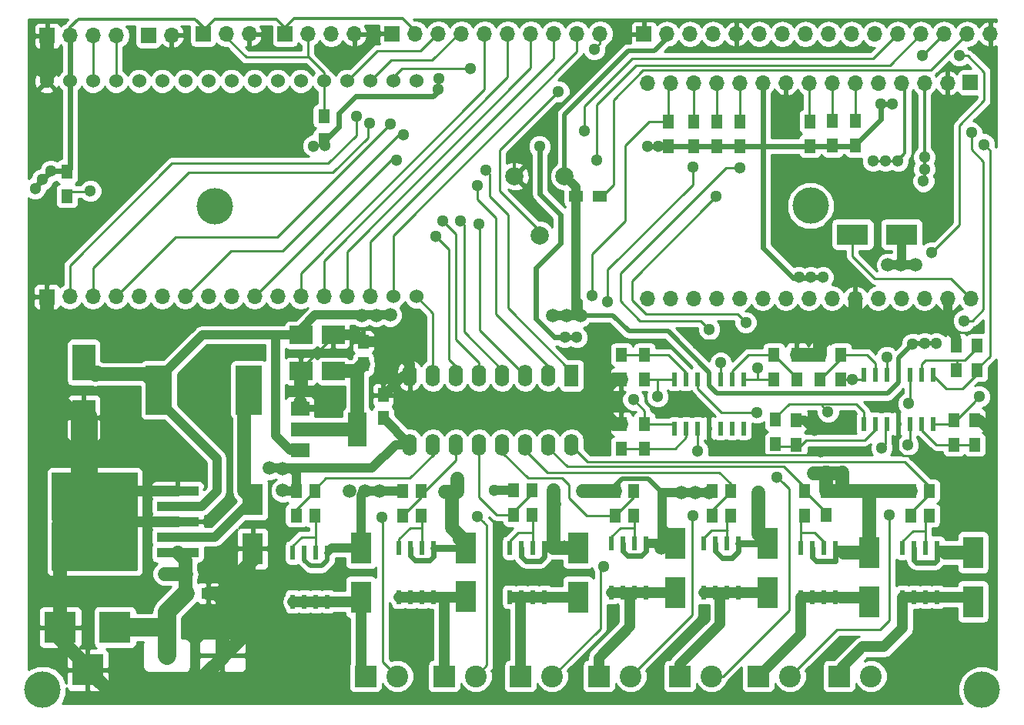
<source format=gbr>
G04 #@! TF.FileFunction,Copper,L1,Top,Signal*
%FSLAX46Y46*%
G04 Gerber Fmt 4.6, Leading zero omitted, Abs format (unit mm)*
G04 Created by KiCad (PCBNEW 4.0.7) date 12/28/17 14:19:57*
%MOMM*%
%LPD*%
G01*
G04 APERTURE LIST*
%ADD10C,0.100000*%
%ADD11R,0.600000X1.550000*%
%ADD12R,1.700000X1.700000*%
%ADD13O,1.700000X1.700000*%
%ADD14C,1.524000*%
%ADD15R,1.300000X1.500000*%
%ADD16R,1.250000X1.500000*%
%ADD17R,1.500000X1.250000*%
%ADD18R,2.500000X4.000000*%
%ADD19R,2.500000X2.000000*%
%ADD20R,2.300000X3.500000*%
%ADD21R,3.500000X2.300000*%
%ADD22R,3.500000X3.500000*%
%ADD23C,2.400000*%
%ADD24R,2.400000X2.400000*%
%ADD25R,2.900000X5.400000*%
%ADD26R,1.500000X1.300000*%
%ADD27C,2.000000*%
%ADD28R,1.600000X2.400000*%
%ADD29O,1.600000X2.400000*%
%ADD30R,4.600000X1.100000*%
%ADD31R,9.400000X10.800000*%
%ADD32R,4.550000X5.250000*%
%ADD33R,2.000000X3.800000*%
%ADD34R,2.000000X1.500000*%
%ADD35R,0.600000X1.500000*%
%ADD36C,4.000000*%
%ADD37C,1.500000*%
%ADD38C,1.300000*%
%ADD39C,0.600000*%
%ADD40C,0.500000*%
%ADD41C,0.800000*%
%ADD42C,1.000000*%
%ADD43C,1.500000*%
%ADD44C,2.000000*%
%ADD45C,0.250000*%
%ADD46C,0.300000*%
%ADD47C,0.400000*%
%ADD48C,1.200000*%
%ADD49C,3.000000*%
%ADD50C,0.254000*%
G04 APERTURE END LIST*
D10*
D11*
X171577000Y-124808000D03*
X170307000Y-124808000D03*
X169037000Y-124808000D03*
X167767000Y-124808000D03*
X167767000Y-130208000D03*
X169037000Y-130208000D03*
X170307000Y-130208000D03*
X171577000Y-130208000D03*
X128397000Y-124808000D03*
X127127000Y-124808000D03*
X125857000Y-124808000D03*
X124587000Y-124808000D03*
X124587000Y-130208000D03*
X125857000Y-130208000D03*
X127127000Y-130208000D03*
X128397000Y-130208000D03*
X160401000Y-124808000D03*
X159131000Y-124808000D03*
X157861000Y-124808000D03*
X156591000Y-124808000D03*
X156591000Y-130208000D03*
X157861000Y-130208000D03*
X159131000Y-130208000D03*
X160401000Y-130208000D03*
D12*
X73680000Y-97205000D03*
D13*
X76190000Y-97150000D03*
X78730000Y-97150000D03*
X81270000Y-97150000D03*
X83810000Y-97150000D03*
X86350000Y-97150000D03*
X88890000Y-97150000D03*
X91430000Y-97150000D03*
X93970000Y-97150000D03*
X96510000Y-97150000D03*
X99050000Y-97150000D03*
X101590000Y-97150000D03*
X104130000Y-97150000D03*
X106670000Y-97150000D03*
X109210000Y-97150000D03*
D14*
X111750000Y-97150000D03*
X114290000Y-97150000D03*
X114290000Y-73450000D03*
X111750000Y-73450000D03*
X109210000Y-73450000D03*
X106670000Y-73450000D03*
X104130000Y-73450000D03*
X101590000Y-73450000D03*
X99050000Y-73450000D03*
X96510000Y-73450000D03*
X93970000Y-73450000D03*
X91430000Y-73450000D03*
X88890000Y-73450000D03*
X86350000Y-73450000D03*
X83810000Y-73450000D03*
X81270000Y-73450000D03*
X78730000Y-73450000D03*
X76190000Y-73450000D03*
X73650000Y-73450000D03*
D15*
X75890000Y-86120000D03*
X75890000Y-83420000D03*
D16*
X110640000Y-110500000D03*
X110640000Y-108000000D03*
D17*
X88920000Y-129794000D03*
X91420000Y-129794000D03*
D18*
X77724000Y-104392000D03*
X77724000Y-110492000D03*
D19*
X101600000Y-101378000D03*
X101600000Y-105378000D03*
D16*
X108458000Y-104628000D03*
X108458000Y-102128000D03*
D19*
X105156000Y-105378000D03*
X105156000Y-101378000D03*
D20*
X96297500Y-119492500D03*
X96297500Y-124892500D03*
X119750000Y-124790000D03*
X119750000Y-130190000D03*
D21*
X162270000Y-90330000D03*
X167670000Y-90330000D03*
D20*
X164084000Y-125316000D03*
X164084000Y-130716000D03*
X108204000Y-124808000D03*
X108204000Y-130208000D03*
X175514000Y-125316000D03*
X175514000Y-130716000D03*
X142748000Y-124300000D03*
X142748000Y-129700000D03*
X132080000Y-124808000D03*
X132080000Y-130208000D03*
X152908000Y-124300000D03*
X152908000Y-129700000D03*
D22*
X81130000Y-133540000D03*
X75130000Y-133540000D03*
X78130000Y-138240000D03*
D23*
X137866000Y-138938000D03*
D24*
X134366000Y-138938000D03*
D23*
X120848000Y-138938000D03*
D24*
X117348000Y-138938000D03*
D23*
X155392000Y-138938000D03*
D24*
X151892000Y-138938000D03*
D23*
X164282000Y-138938000D03*
D24*
X160782000Y-138938000D03*
D23*
X146756000Y-138938000D03*
D24*
X143256000Y-138938000D03*
D23*
X129230000Y-138938000D03*
D24*
X125730000Y-138938000D03*
D23*
X112212000Y-138938000D03*
D24*
X108712000Y-138938000D03*
D12*
X139310000Y-68280000D03*
D13*
X141850000Y-68280000D03*
X144390000Y-68280000D03*
X146930000Y-68280000D03*
X149470000Y-68280000D03*
X152010000Y-68280000D03*
X154550000Y-68280000D03*
X157090000Y-68280000D03*
X159630000Y-68280000D03*
X162170000Y-68280000D03*
X164710000Y-68280000D03*
X167250000Y-68280000D03*
X169790000Y-68280000D03*
X172330000Y-68280000D03*
X174870000Y-68280000D03*
X177410000Y-68280000D03*
D12*
X111650000Y-68230000D03*
D13*
X114190000Y-68230000D03*
X116730000Y-68230000D03*
X119270000Y-68230000D03*
X121810000Y-68230000D03*
X124350000Y-68230000D03*
X126890000Y-68230000D03*
X129430000Y-68230000D03*
X131970000Y-68230000D03*
X134510000Y-68230000D03*
D12*
X90860000Y-68290000D03*
D13*
X93400000Y-68290000D03*
X95940000Y-68290000D03*
D12*
X84830000Y-68430000D03*
D13*
X87370000Y-68430000D03*
D12*
X73710000Y-68450000D03*
D13*
X76250000Y-68450000D03*
X78790000Y-68450000D03*
X81330000Y-68450000D03*
D12*
X99860000Y-68290000D03*
D13*
X102400000Y-68290000D03*
X104940000Y-68290000D03*
X107480000Y-68290000D03*
D25*
X95882000Y-107442000D03*
X85982000Y-107442000D03*
D15*
X112776000Y-118538000D03*
X112776000Y-121238000D03*
X162610000Y-77860000D03*
X162610000Y-80560000D03*
X160060000Y-77860000D03*
X160060000Y-80560000D03*
X157580000Y-77900000D03*
X157580000Y-80600000D03*
X149900000Y-77900000D03*
X149900000Y-80600000D03*
X147320000Y-77920000D03*
X147320000Y-80620000D03*
X144800000Y-77920000D03*
X144800000Y-80620000D03*
X142040000Y-77900000D03*
X142040000Y-80600000D03*
X114808000Y-121238000D03*
X114808000Y-118538000D03*
D26*
X134510000Y-86110000D03*
X131810000Y-86110000D03*
D15*
X159330000Y-118520000D03*
X159330000Y-121220000D03*
X157010000Y-121280000D03*
X157010000Y-118580000D03*
X101092000Y-118538000D03*
X101092000Y-121238000D03*
X168656000Y-118538000D03*
X168656000Y-121238000D03*
X104130000Y-79990000D03*
X104130000Y-77290000D03*
X103124000Y-121238000D03*
X103124000Y-118538000D03*
X170688000Y-121238000D03*
X170688000Y-118538000D03*
X173670000Y-105232000D03*
X173670000Y-102532000D03*
X175956000Y-105232000D03*
X175956000Y-102532000D03*
X136144000Y-118538000D03*
X136144000Y-121238000D03*
X138176000Y-121238000D03*
X138176000Y-118538000D03*
X125010000Y-118500000D03*
X125010000Y-121200000D03*
X127010000Y-121200000D03*
X127010000Y-118500000D03*
X158684000Y-106248000D03*
X158684000Y-103548000D03*
X146812000Y-118538000D03*
X146812000Y-121238000D03*
X148844000Y-121238000D03*
X148844000Y-118538000D03*
X160970000Y-106248000D03*
X160970000Y-103548000D03*
X156100000Y-113440000D03*
X156100000Y-110740000D03*
X175710000Y-113470000D03*
X175710000Y-110770000D03*
X156144000Y-106248000D03*
X156144000Y-103548000D03*
X136840000Y-103548000D03*
X136840000Y-106248000D03*
X136840000Y-113868000D03*
X136840000Y-111168000D03*
X153790000Y-110710000D03*
X153790000Y-113410000D03*
X173420000Y-110770000D03*
X173420000Y-113470000D03*
X153604000Y-106248000D03*
X153604000Y-103548000D03*
X139380000Y-106248000D03*
X139380000Y-103548000D03*
X139380000Y-111168000D03*
X139380000Y-113868000D03*
D27*
X125090000Y-83930000D03*
X130590000Y-83930000D03*
X127840000Y-90430000D03*
D28*
X131370000Y-105840000D03*
D29*
X113590000Y-113460000D03*
X128830000Y-105840000D03*
X116130000Y-113460000D03*
X126290000Y-105840000D03*
X118670000Y-113460000D03*
X123750000Y-105840000D03*
X121210000Y-113460000D03*
X121210000Y-105840000D03*
X123750000Y-113460000D03*
X118670000Y-105840000D03*
X126290000Y-113460000D03*
X116130000Y-105840000D03*
X128830000Y-113460000D03*
X113590000Y-105840000D03*
X131370000Y-113460000D03*
D30*
X88071000Y-125320000D03*
X88071000Y-123620000D03*
X88071000Y-121920000D03*
X88071000Y-120220000D03*
X88071000Y-118520000D03*
D31*
X78921000Y-121920000D03*
D32*
X76496000Y-119145000D03*
X81346000Y-124695000D03*
X76496000Y-124695000D03*
X81346000Y-119145000D03*
D11*
X116205000Y-124808000D03*
X114935000Y-124808000D03*
X113665000Y-124808000D03*
X112395000Y-124808000D03*
X112395000Y-130208000D03*
X113665000Y-130208000D03*
X114935000Y-130208000D03*
X116205000Y-130208000D03*
D12*
X175230000Y-73605000D03*
D13*
X172720000Y-73660000D03*
X170180000Y-73660000D03*
X167640000Y-73660000D03*
X165100000Y-73660000D03*
X162560000Y-73660000D03*
X160020000Y-73660000D03*
X157480000Y-73660000D03*
X154940000Y-73660000D03*
X152400000Y-73660000D03*
X149860000Y-73660000D03*
X147320000Y-73660000D03*
X144780000Y-73660000D03*
X142240000Y-73660000D03*
X139700000Y-73660000D03*
X139700000Y-97360000D03*
X142240000Y-97360000D03*
X144780000Y-97360000D03*
X147320000Y-97360000D03*
X149860000Y-97360000D03*
X152400000Y-97360000D03*
X154940000Y-97360000D03*
X157480000Y-97360000D03*
X160020000Y-97360000D03*
X162560000Y-97360000D03*
X165100000Y-97360000D03*
X167640000Y-97360000D03*
X170180000Y-97360000D03*
X172720000Y-97360000D03*
X175260000Y-97360000D03*
D33*
X107798000Y-111760000D03*
D34*
X101498000Y-111760000D03*
X101498000Y-114060000D03*
X101498000Y-109460000D03*
D11*
X104521000Y-125316000D03*
X103251000Y-125316000D03*
X101981000Y-125316000D03*
X100711000Y-125316000D03*
X100711000Y-130716000D03*
X101981000Y-130716000D03*
X103251000Y-130716000D03*
X104521000Y-130716000D03*
D35*
X171130000Y-105754000D03*
X169860000Y-105754000D03*
X168590000Y-105754000D03*
X167320000Y-105754000D03*
X166050000Y-105754000D03*
X164780000Y-105754000D03*
X163510000Y-105754000D03*
X163510000Y-111154000D03*
X164780000Y-111154000D03*
X166050000Y-111154000D03*
X167320000Y-111154000D03*
X168590000Y-111154000D03*
X169860000Y-111154000D03*
X171130000Y-111154000D03*
D11*
X139573000Y-124300000D03*
X138303000Y-124300000D03*
X137033000Y-124300000D03*
X135763000Y-124300000D03*
X135763000Y-129700000D03*
X137033000Y-129700000D03*
X138303000Y-129700000D03*
X139573000Y-129700000D03*
X149733000Y-124300000D03*
X148463000Y-124300000D03*
X147193000Y-124300000D03*
X145923000Y-124300000D03*
X145923000Y-129700000D03*
X147193000Y-129700000D03*
X148463000Y-129700000D03*
X149733000Y-129700000D03*
D35*
X150302000Y-106262000D03*
X149032000Y-106262000D03*
X147762000Y-106262000D03*
X146492000Y-106262000D03*
X145222000Y-106262000D03*
X143952000Y-106262000D03*
X142682000Y-106262000D03*
X142682000Y-111662000D03*
X143952000Y-111662000D03*
X145222000Y-111662000D03*
X146492000Y-111662000D03*
X147762000Y-111662000D03*
X149032000Y-111662000D03*
X150302000Y-111662000D03*
D36*
X73200000Y-140380000D03*
X176490000Y-140400000D03*
X157640000Y-87180000D03*
X92120000Y-87210000D03*
D37*
X129440000Y-120010000D03*
X129410000Y-118490000D03*
X141220000Y-124800000D03*
X129200000Y-124750000D03*
X130560000Y-124750000D03*
X164300000Y-125320000D03*
X162810000Y-125316000D03*
X175514000Y-125316000D03*
X173980000Y-125360000D03*
X172490000Y-125360000D03*
X161314000Y-125316000D03*
X151950000Y-120230000D03*
X142768000Y-124808000D03*
X132080000Y-124808000D03*
X132080000Y-124808000D03*
X157980000Y-116580000D03*
X161150000Y-116540000D03*
X159580000Y-116540000D03*
X151910000Y-118700000D03*
X143460000Y-118730000D03*
X146520000Y-118700000D03*
X145000000Y-118720000D03*
X134290000Y-118570000D03*
X132652000Y-118538000D03*
D38*
X118810000Y-117200000D03*
X117460000Y-118630000D03*
D37*
X110230000Y-118540000D03*
X106950000Y-118570000D03*
X99590000Y-118500000D03*
X99590000Y-116080000D03*
X108642000Y-118538000D03*
X98110000Y-116050000D03*
X88960000Y-126270000D03*
X88120000Y-127700000D03*
D38*
X118830000Y-118610000D03*
X122850000Y-118490000D03*
D37*
X86600000Y-127670000D03*
D38*
X143530000Y-109470000D03*
X165690000Y-101740000D03*
X164250000Y-101760000D03*
D37*
X83100000Y-118540000D03*
X79740000Y-118540000D03*
X81490000Y-118540000D03*
X103850000Y-109390000D03*
X101570000Y-108810000D03*
X101600000Y-107000000D03*
X172860000Y-117200000D03*
X172760001Y-115650000D03*
X134660001Y-109779999D03*
X97730000Y-132120000D03*
X96570000Y-133180000D03*
X95470000Y-134310000D03*
D38*
X166230000Y-109270000D03*
X145230000Y-102360000D03*
X158810000Y-114225000D03*
X158130000Y-111909000D03*
X144460000Y-108610000D03*
X171510000Y-102340000D03*
X168870000Y-102370000D03*
D37*
X169180000Y-93640000D03*
X166180000Y-93680000D03*
X167590000Y-93710000D03*
X129320000Y-99280000D03*
X130830000Y-99230000D03*
X132335000Y-99230000D03*
X108320000Y-99230000D03*
X109880000Y-99220000D03*
X111410000Y-99200000D03*
D38*
X170190000Y-102340000D03*
X158990000Y-95050000D03*
X156360000Y-95030000D03*
X116720000Y-74340000D03*
X140910000Y-80610000D03*
X166640000Y-75980000D03*
X165380000Y-76000000D03*
X102990000Y-80600000D03*
X104280000Y-80550000D03*
X72370000Y-85260000D03*
X73200000Y-84240000D03*
X127850000Y-80638581D03*
X130660000Y-101630000D03*
X131950000Y-101650000D03*
X107840000Y-105390000D03*
X106500000Y-105390000D03*
X105156000Y-105378000D03*
X157690000Y-95020000D03*
X139710000Y-80600000D03*
X74130000Y-83330000D03*
X116790000Y-73220000D03*
X144740000Y-121290000D03*
X145250000Y-114140000D03*
X121020000Y-121320000D03*
X147780000Y-104460000D03*
X166290002Y-121210000D03*
X168450000Y-108940000D03*
X166060000Y-103830000D03*
X153980000Y-117009990D03*
X151749853Y-109900147D03*
X168330000Y-113520000D03*
X134920000Y-126900000D03*
X110490000Y-121420000D03*
X165470000Y-113800000D03*
X129930000Y-74610000D03*
X107697825Y-77287825D03*
X109190000Y-78060000D03*
X146510000Y-100760000D03*
X159570000Y-109850000D03*
X149850000Y-83000000D03*
X176710000Y-80430000D03*
X151870000Y-105040000D03*
X175330000Y-79140000D03*
X174520000Y-99820000D03*
X176230000Y-108180000D03*
X133850000Y-69970000D03*
X120230000Y-72060000D03*
X78460000Y-85550000D03*
X162230000Y-106280000D03*
X147250000Y-86150000D03*
X150525999Y-100003242D03*
X135310000Y-97760000D03*
X144730000Y-82950000D03*
X140840000Y-108150000D03*
X133600000Y-97070000D03*
X138170000Y-108520000D03*
X116480000Y-90550000D03*
X121040000Y-84940000D03*
X121970000Y-83270002D03*
X117240000Y-88850000D03*
X119140000Y-88850000D03*
X121200000Y-89210000D03*
X164550000Y-82260000D03*
X165870000Y-82260000D03*
X167250000Y-82210000D03*
X170160000Y-81810000D03*
X170160000Y-83160000D03*
X170070000Y-84480000D03*
X111430000Y-78190000D03*
X112890000Y-79380000D03*
X132820000Y-78969998D03*
X134130000Y-82190000D03*
X112150000Y-82160000D03*
X171000002Y-92300000D03*
X174015140Y-70655140D03*
X169980000Y-70640000D03*
D39*
X157861000Y-124808000D02*
X157861000Y-125831000D01*
X158260000Y-126230000D02*
X160370000Y-126230000D01*
X160370000Y-126230000D02*
X160401000Y-126199000D01*
X157861000Y-125831000D02*
X158260000Y-126230000D01*
X160401000Y-126199000D02*
X160401000Y-125620000D01*
X147920000Y-125920000D02*
X148998002Y-125920000D01*
X147920000Y-125920000D02*
X147920000Y-125897000D01*
X147920000Y-125897000D02*
X147193000Y-125170000D01*
D40*
X147920000Y-125920000D02*
X148930000Y-125920000D01*
D39*
X149733000Y-124300000D02*
X149733000Y-125110000D01*
X148930000Y-125920000D02*
X148998002Y-125920000D01*
X148998002Y-125920000D02*
X149733000Y-125185002D01*
X149733000Y-125185002D02*
X149733000Y-125110000D01*
X147193000Y-124300000D02*
X147193000Y-125170000D01*
X147193000Y-125170000D02*
X147193000Y-125193000D01*
X139580000Y-125130000D02*
X139580000Y-124313000D01*
X139520000Y-124353000D02*
X139573000Y-124300000D01*
X139520000Y-125170000D02*
X139573000Y-125170000D01*
X137033000Y-124300000D02*
X137033000Y-125185002D01*
X137033000Y-125185002D02*
X137522999Y-125675001D01*
X137522999Y-125675001D02*
X139014999Y-125675001D01*
X139014999Y-125675001D02*
X139520000Y-125170000D01*
X128397000Y-124808000D02*
X128397000Y-125780000D01*
X126350000Y-126260000D02*
X127917000Y-126260000D01*
X127917000Y-126260000D02*
X128397000Y-125780000D01*
X125857000Y-125767000D02*
X126350000Y-126260000D01*
X125857000Y-124808000D02*
X125857000Y-125767000D01*
X115715001Y-126183001D02*
X115796999Y-126183001D01*
X115796999Y-126183001D02*
X116220000Y-125760000D01*
X116220000Y-125760000D02*
X116205000Y-125745000D01*
X116205000Y-125745000D02*
X116205000Y-124808000D01*
X113665000Y-124808000D02*
X113665000Y-125515000D01*
X113665000Y-125515000D02*
X113670000Y-125520000D01*
X113670000Y-125520000D02*
X113670000Y-125698002D01*
X113670000Y-125698002D02*
X114154999Y-126183001D01*
X114154999Y-126183001D02*
X115715001Y-126183001D01*
X115715001Y-126183001D02*
X115748002Y-126150000D01*
D40*
X101981000Y-125316000D02*
X101981000Y-126161000D01*
X103890000Y-126810000D02*
X104521000Y-126179000D01*
X101981000Y-126161000D02*
X102630000Y-126810000D01*
X102630000Y-126810000D02*
X103890000Y-126810000D01*
X104521000Y-126179000D02*
X104521000Y-125316000D01*
X142748000Y-124300000D02*
X142748000Y-123728000D01*
X142748000Y-123728000D02*
X141330000Y-122310000D01*
X141330000Y-122310000D02*
X141330000Y-120632000D01*
D39*
X88920000Y-129794000D02*
X88724000Y-129794000D01*
X169374000Y-126420000D02*
X171340000Y-126420000D01*
X171577000Y-124808000D02*
X171577000Y-126183000D01*
X171577000Y-126183000D02*
X171340000Y-126420000D01*
X171340000Y-126420000D02*
X171280000Y-126420000D01*
X169037000Y-124808000D02*
X169037000Y-126183000D01*
X169037000Y-126183000D02*
X169274000Y-126420000D01*
X169274000Y-126420000D02*
X169374000Y-126420000D01*
D40*
X160401000Y-125620000D02*
X160401000Y-124808000D01*
D41*
X149733000Y-124300000D02*
X152908000Y-124300000D01*
X116205000Y-124808000D02*
X119732000Y-124808000D01*
X119732000Y-124808000D02*
X119750000Y-124790000D01*
D40*
X136954996Y-117185004D02*
X139350000Y-117185004D01*
X139350000Y-117185004D02*
X139775004Y-117185004D01*
X139775004Y-117185004D02*
X141330000Y-118740000D01*
X141808000Y-118538000D02*
X146812000Y-118538000D01*
D42*
X141330000Y-118740000D02*
X141330000Y-124530000D01*
X143460000Y-118730000D02*
X142399340Y-118730000D01*
X142399340Y-118730000D02*
X142389340Y-118740000D01*
X142389340Y-118740000D02*
X141330000Y-118740000D01*
X146520000Y-118700000D02*
X145020000Y-118700000D01*
X145020000Y-118700000D02*
X145000000Y-118720000D01*
X145000000Y-118720000D02*
X143470000Y-118720000D01*
X143470000Y-118720000D02*
X143460000Y-118730000D01*
X122850000Y-118490000D02*
X125000000Y-118490000D01*
X125000000Y-118490000D02*
X125010000Y-118500000D01*
X142768000Y-124808000D02*
X141228000Y-124808000D01*
X141228000Y-124808000D02*
X141220000Y-124800000D01*
D40*
X139573000Y-124300000D02*
X139900000Y-124300000D01*
D42*
X139900000Y-124300000D02*
X142748000Y-124300000D01*
X141330000Y-124530000D02*
X141608000Y-124808000D01*
X141608000Y-124808000D02*
X142768000Y-124808000D01*
X110640000Y-110500000D02*
X110640000Y-110510000D01*
X110640000Y-110510000D02*
X113590000Y-113460000D01*
X113590000Y-113460000D02*
X112030000Y-113460000D01*
X112030000Y-113460000D02*
X109430000Y-116060000D01*
X109430000Y-116060000D02*
X103540000Y-116060000D01*
X103540000Y-116060000D02*
X102890000Y-116060000D01*
X103540000Y-116060000D02*
X102350000Y-116060000D01*
X102350000Y-116060000D02*
X102340000Y-116050000D01*
X101092000Y-118538000D02*
X99628000Y-118538000D01*
X99628000Y-118538000D02*
X99590000Y-118500000D01*
X101092000Y-118538000D02*
X101092000Y-116602000D01*
X101092000Y-116602000D02*
X100570000Y-116080000D01*
X100570000Y-116080000D02*
X99590000Y-116080000D01*
D40*
X101092000Y-118538000D02*
X100588000Y-118538000D01*
X100588000Y-118538000D02*
X101400000Y-117726000D01*
X101400000Y-117726000D02*
X101400000Y-116580000D01*
X101400000Y-116580000D02*
X100870000Y-116050000D01*
X100870000Y-116050000D02*
X98110000Y-116050000D01*
D42*
X99590000Y-116080000D02*
X99620000Y-116050000D01*
X99620000Y-116050000D02*
X102340000Y-116050000D01*
X101092000Y-117432000D02*
X101092000Y-118538000D01*
D40*
X159330000Y-118520000D02*
X161150000Y-118520000D01*
X161150000Y-118520000D02*
X163800000Y-118520000D01*
D43*
X161150000Y-116540000D02*
X161150000Y-117600660D01*
X161150000Y-117600660D02*
X161150000Y-118520000D01*
X162810000Y-125316000D02*
X164084000Y-125316000D01*
X161314000Y-125316000D02*
X162810000Y-125316000D01*
X172490000Y-125360000D02*
X175470000Y-125360000D01*
X175470000Y-125360000D02*
X175514000Y-125316000D01*
X151910000Y-118700000D02*
X151910000Y-123302000D01*
X151910000Y-123302000D02*
X152908000Y-124300000D01*
X132080000Y-124808000D02*
X129360000Y-124808000D01*
X129360000Y-124808000D02*
X129410000Y-124758000D01*
X129410000Y-124758000D02*
X129410000Y-118490000D01*
X157980000Y-116580000D02*
X161075010Y-116580000D01*
X161075010Y-116580000D02*
X161150000Y-116505010D01*
X159330000Y-118520000D02*
X159330000Y-116550000D01*
X159330000Y-116550000D02*
X159290000Y-116510000D01*
X168656000Y-118538000D02*
X164180000Y-118538000D01*
X164180000Y-118538000D02*
X159348000Y-118538000D01*
X164084000Y-125316000D02*
X164084000Y-118634000D01*
X164084000Y-118634000D02*
X164180000Y-118538000D01*
X159348000Y-118538000D02*
X159330000Y-118520000D01*
D40*
X136144000Y-118538000D02*
X136144000Y-117996000D01*
X136144000Y-117996000D02*
X136954996Y-117185004D01*
D43*
X136144000Y-118538000D02*
X132652000Y-118538000D01*
X132652000Y-118538000D02*
X132600000Y-118590000D01*
X118830000Y-118610000D02*
X118190000Y-118610000D01*
X118190000Y-118610000D02*
X117480000Y-118610000D01*
X119750000Y-124790000D02*
X119750000Y-124190000D01*
X119750000Y-124190000D02*
X118190000Y-122630000D01*
X118190000Y-122630000D02*
X118190000Y-118610000D01*
X117480000Y-118610000D02*
X117460000Y-118630000D01*
X118830000Y-118610000D02*
X118830000Y-117220000D01*
X118830000Y-117220000D02*
X118810000Y-117200000D01*
D42*
X118830000Y-123870000D02*
X119750000Y-124790000D01*
X112776000Y-118538000D02*
X108642000Y-118538000D01*
X98110000Y-116050000D02*
X99560000Y-116050000D01*
X99560000Y-116050000D02*
X99590000Y-116080000D01*
X108204000Y-124808000D02*
X108204000Y-118996000D01*
X108204000Y-118996000D02*
X108600000Y-118600000D01*
X108204000Y-124808000D02*
X105029000Y-124808000D01*
D41*
X105029000Y-124808000D02*
X104521000Y-125316000D01*
D43*
X86600000Y-127670000D02*
X88970000Y-127670000D01*
X88970000Y-127670000D02*
X89030000Y-127730000D01*
X89030000Y-127730000D02*
X88920000Y-127730000D01*
X88920000Y-129794000D02*
X88920000Y-127730000D01*
X88920000Y-127730000D02*
X88920000Y-126169000D01*
X88920000Y-126169000D02*
X88071000Y-125320000D01*
D44*
X86866000Y-136652000D02*
X86866000Y-131848000D01*
X86866000Y-131848000D02*
X88920000Y-129794000D01*
X81160000Y-133550000D02*
X86866000Y-133550000D01*
D40*
X86866000Y-136652000D02*
X86866000Y-133490000D01*
X86866000Y-133490000D02*
X86866000Y-131848000D01*
X86866000Y-133550000D02*
X86866000Y-136652000D01*
X169374000Y-126420000D02*
X170150000Y-126420000D01*
X170150000Y-126420000D02*
X171280000Y-126420000D01*
X163800000Y-118520000D02*
X168638000Y-118520000D01*
X163800000Y-122782000D02*
X163800000Y-118520000D01*
X164084000Y-125316000D02*
X164084000Y-123066000D01*
X164084000Y-123066000D02*
X163800000Y-122782000D01*
X129360000Y-124808000D02*
X128397000Y-124808000D01*
X171577000Y-124808000D02*
X175006000Y-124808000D01*
X175006000Y-124808000D02*
X175514000Y-125316000D01*
X160401000Y-124808000D02*
X163576000Y-124808000D01*
X163576000Y-124808000D02*
X164084000Y-125316000D01*
X145000000Y-118720000D02*
X146630000Y-118720000D01*
X146630000Y-118720000D02*
X146812000Y-118538000D01*
X168638000Y-118520000D02*
X168656000Y-118538000D01*
X108600000Y-118580000D02*
X108600000Y-118600000D01*
X108642000Y-118538000D02*
X108600000Y-118580000D01*
X110590000Y-110500000D02*
X110630000Y-110500000D01*
X110630000Y-110500000D02*
X113590000Y-113460000D01*
X86600000Y-127670000D02*
X86640000Y-127710000D01*
X86640000Y-127710000D02*
X88920000Y-127710000D01*
X112776000Y-118538000D02*
X112582000Y-118538000D01*
X88920000Y-129794000D02*
X88920000Y-127710000D01*
X88920000Y-127710000D02*
X88920000Y-126169000D01*
X86866000Y-131848000D02*
X86867680Y-132455920D01*
X86104000Y-135890000D02*
X86866000Y-136652000D01*
D45*
X107696000Y-125316000D02*
X108204000Y-124808000D01*
D46*
X139310000Y-68280000D02*
X138000000Y-68280000D01*
X138000000Y-68280000D02*
X125090000Y-81190000D01*
X125090000Y-81190000D02*
X125090000Y-82515787D01*
X125090000Y-82515787D02*
X125090000Y-83930000D01*
D47*
X144460000Y-108610000D02*
X144390000Y-108610000D01*
X144390000Y-108610000D02*
X143530000Y-109470000D01*
X146492000Y-111662000D02*
X146492000Y-110512000D01*
X146492000Y-110512000D02*
X145110000Y-109130000D01*
X145110000Y-109130000D02*
X144960000Y-109130000D01*
X143930000Y-109130000D02*
X144960000Y-109130000D01*
D42*
X156100000Y-110740000D02*
X156961000Y-110740000D01*
X156961000Y-110740000D02*
X158130000Y-111909000D01*
X145230000Y-102360000D02*
X151210000Y-102360000D01*
X151210000Y-102360000D02*
X152140000Y-101430000D01*
X152140000Y-101430000D02*
X159692081Y-101430000D01*
D43*
X162560000Y-98562081D02*
X159692081Y-101430000D01*
X159692081Y-101430000D02*
X158684000Y-102438081D01*
D42*
X163710000Y-99690000D02*
X164310000Y-99690000D01*
X164310000Y-99690000D02*
X172720000Y-99690000D01*
X164250000Y-101760000D02*
X164250000Y-99750000D01*
X164250000Y-99750000D02*
X164310000Y-99690000D01*
X172720000Y-97360000D02*
X172720000Y-99900000D01*
X172720000Y-99900000D02*
X172800000Y-99980000D01*
X172720000Y-99690000D02*
X172790000Y-99760000D01*
X172790000Y-99760000D02*
X172790000Y-100760000D01*
X172790000Y-100760000D02*
X173670000Y-101640000D01*
X173670000Y-101640000D02*
X173670000Y-102532000D01*
D45*
X163710000Y-99690000D02*
X163990000Y-99690000D01*
X163370000Y-99690000D02*
X163710000Y-99690000D01*
D42*
X162560000Y-97360000D02*
X162560000Y-98880000D01*
X162560000Y-98880000D02*
X163370000Y-99690000D01*
D45*
X164250000Y-100840762D02*
X164250000Y-101760000D01*
X164250000Y-99950000D02*
X164250000Y-100840762D01*
X163990000Y-99690000D02*
X164250000Y-99950000D01*
D46*
X172720000Y-73660000D02*
X172720000Y-83720000D01*
X159390000Y-89200000D02*
X159390000Y-92720000D01*
X162560000Y-95890000D02*
X162560000Y-97360000D01*
X172720000Y-83720000D02*
X169460000Y-86980000D01*
X169460000Y-86980000D02*
X169181002Y-86980000D01*
X169171002Y-86990000D02*
X161600000Y-86990000D01*
X169181002Y-86980000D02*
X169171002Y-86990000D01*
X161600000Y-86990000D02*
X159390000Y-89200000D01*
X159390000Y-92720000D02*
X162560000Y-95890000D01*
X105156000Y-101378000D02*
X105156000Y-101634000D01*
X105156000Y-101634000D02*
X101600000Y-105190000D01*
X101600000Y-105190000D02*
X101600000Y-105378000D01*
D41*
X103850000Y-109390000D02*
X102150000Y-109390000D01*
X102150000Y-109390000D02*
X101570000Y-108810000D01*
X101600000Y-108288000D02*
X101498000Y-108390000D01*
X101600000Y-107000000D02*
X101600000Y-108288000D01*
D43*
X101600000Y-105378000D02*
X101600000Y-107000000D01*
D45*
X167863999Y-114645001D02*
X171755002Y-114645001D01*
X171755002Y-114645001D02*
X172760001Y-115650000D01*
D48*
X177560000Y-115510000D02*
X175870000Y-117200000D01*
X175870000Y-117200000D02*
X172860000Y-117200000D01*
X177560000Y-112000000D02*
X177560000Y-115510000D01*
X176330000Y-110770000D02*
X177560000Y-112000000D01*
X175710000Y-110770000D02*
X176330000Y-110770000D01*
X172860000Y-117200000D02*
X172860000Y-115749999D01*
X172860000Y-115749999D02*
X172760001Y-115650000D01*
X108458000Y-102128000D02*
X111108000Y-102128000D01*
X111108000Y-102128000D02*
X113590000Y-104610000D01*
X113590000Y-104610000D02*
X113590000Y-105840000D01*
X105156000Y-101378000D02*
X107708000Y-101378000D01*
X107708000Y-101378000D02*
X108458000Y-102128000D01*
D49*
X77724000Y-110492000D02*
X77724000Y-117917000D01*
D48*
X77724000Y-117917000D02*
X76496000Y-119145000D01*
X88071000Y-121920000D02*
X78950000Y-121920000D01*
X78950000Y-121920000D02*
X78680000Y-121650000D01*
X88071000Y-118520000D02*
X81971000Y-118520000D01*
X81971000Y-118520000D02*
X81346000Y-119145000D01*
D43*
X136840000Y-111168000D02*
X136048002Y-111168000D01*
X136048002Y-111168000D02*
X134660001Y-109779999D01*
X136102000Y-106248000D02*
X134660001Y-107689999D01*
X134660001Y-107689999D02*
X134660001Y-109779999D01*
X136840000Y-106248000D02*
X136102000Y-106248000D01*
X162560000Y-97360000D02*
X162560000Y-98562081D01*
X158684000Y-102438081D02*
X158684000Y-103548000D01*
X158684000Y-103548000D02*
X156144000Y-103548000D01*
X73710000Y-68450000D02*
X73710000Y-73390000D01*
X73710000Y-73390000D02*
X73650000Y-73450000D01*
X73680000Y-97205000D02*
X73680000Y-107040000D01*
X73680000Y-107040000D02*
X77132000Y-110492000D01*
X77132000Y-110492000D02*
X77724000Y-110492000D01*
X92966000Y-136652000D02*
X92966000Y-130044000D01*
X92966000Y-130044000D02*
X92716000Y-129794000D01*
X75160000Y-133550000D02*
X75160000Y-125681000D01*
X75160000Y-125681000D02*
X78921000Y-121920000D01*
X91420000Y-129794000D02*
X92716000Y-129794000D01*
X92716000Y-129794000D02*
X96297500Y-126212500D01*
X96297500Y-126212500D02*
X96297500Y-124892500D01*
X94820001Y-134959999D02*
X95470000Y-134310000D01*
X93128000Y-136652000D02*
X94820001Y-134959999D01*
X92966000Y-136652000D02*
X93128000Y-136652000D01*
X75160000Y-133550000D02*
X75160000Y-134890000D01*
X75160000Y-134890000D02*
X78160000Y-137890000D01*
X78160000Y-137890000D02*
X78160000Y-138250000D01*
X78160000Y-138250000D02*
X78190000Y-138250000D01*
X78190000Y-138250000D02*
X80200000Y-140260000D01*
X80200000Y-140260000D02*
X89620000Y-140260000D01*
X89620000Y-140260000D02*
X92966000Y-136914000D01*
X92966000Y-136914000D02*
X92966000Y-136652000D01*
D45*
X156144000Y-103548000D02*
X156144000Y-103294000D01*
X146507001Y-102372999D02*
X146494002Y-102360000D01*
X146494002Y-102360000D02*
X145230000Y-102360000D01*
X110590000Y-108000000D02*
X110740000Y-108000000D01*
D42*
X110740000Y-108000000D02*
X112900000Y-105840000D01*
D45*
X112900000Y-105840000D02*
X113590000Y-105840000D01*
X163990000Y-99690000D02*
X172720000Y-99690000D01*
X166436000Y-109270000D02*
X166230000Y-109270000D01*
X167320000Y-111154000D02*
X167320000Y-110154000D01*
X167320000Y-110154000D02*
X166436000Y-109270000D01*
X146492000Y-111662000D02*
X146492000Y-112662000D01*
X146492000Y-112662000D02*
X148445001Y-114615001D01*
X148445001Y-114615001D02*
X158404999Y-114615001D01*
X158404999Y-114615001D02*
X158795000Y-114225000D01*
X158795000Y-114225000D02*
X158810000Y-114225000D01*
X157950000Y-111820000D02*
X158041000Y-111820000D01*
X158041000Y-111820000D02*
X158130000Y-111909000D01*
X156144000Y-110914000D02*
X157044000Y-110914000D01*
X157044000Y-110914000D02*
X157950000Y-111820000D01*
X172740000Y-115629999D02*
X172760001Y-115650000D01*
X177520000Y-114160002D02*
X177520000Y-112680000D01*
X177520000Y-112680000D02*
X175710000Y-110870000D01*
X175710000Y-110870000D02*
X175710000Y-110770000D01*
X177035001Y-114645001D02*
X177520000Y-114160002D01*
X167254999Y-114036001D02*
X167863999Y-114645001D01*
X167320000Y-111154000D02*
X167320000Y-112154000D01*
X167320000Y-112154000D02*
X167254999Y-112219001D01*
X167254999Y-112219001D02*
X167254999Y-114036001D01*
X146492000Y-111662000D02*
X146492000Y-110662000D01*
X78680000Y-121650000D02*
X78921000Y-121891000D01*
X78921000Y-121891000D02*
X78921000Y-121920000D01*
X175710000Y-110770000D02*
X175710000Y-110120000D01*
X172720000Y-99690000D02*
X172720000Y-100200000D01*
X92966000Y-132854000D02*
X92966000Y-136652000D01*
X73660000Y-73440000D02*
X73650000Y-73450000D01*
X92966000Y-136652000D02*
X92966000Y-131340000D01*
X92966000Y-131340000D02*
X91420000Y-129794000D01*
X88071000Y-118520000D02*
X82321000Y-118520000D01*
X82321000Y-118520000D02*
X78921000Y-121920000D01*
X88071000Y-121920000D02*
X78921000Y-121920000D01*
D43*
X79010000Y-105760000D02*
X79220000Y-105550000D01*
X79452000Y-105700000D02*
X84240000Y-105700000D01*
X84490000Y-105670000D02*
X84700000Y-105880000D01*
D42*
X77724000Y-104392000D02*
X79242000Y-105910000D01*
X84450000Y-105910000D02*
X85982000Y-107442000D01*
X88071000Y-120220000D02*
X90740000Y-120220000D01*
X90740000Y-120220000D02*
X92370000Y-118590000D01*
X92370000Y-118590000D02*
X92370000Y-114980000D01*
X92370000Y-114980000D02*
X85982000Y-108592000D01*
X85982000Y-108592000D02*
X85982000Y-107442000D01*
D40*
X146492000Y-106262000D02*
X146492000Y-107002000D01*
X147310000Y-107820000D02*
X166100000Y-107820000D01*
X146492000Y-107002000D02*
X147310000Y-107820000D01*
X166100000Y-107820000D02*
X167320000Y-106600000D01*
X167320000Y-106600000D02*
X167320000Y-105754000D01*
X167320000Y-104640000D02*
X167320000Y-103920000D01*
X167320000Y-103920000D02*
X168870000Y-102370000D01*
X170190000Y-102340000D02*
X168900000Y-102340000D01*
X168900000Y-102340000D02*
X168870000Y-102370000D01*
X170190000Y-102340000D02*
X171510000Y-102340000D01*
X167320000Y-105754000D02*
X167320000Y-104640000D01*
X169580000Y-102380000D02*
X169670762Y-102380000D01*
X169670762Y-102380000D02*
X170590000Y-102380000D01*
X146492000Y-106262000D02*
X146492000Y-105491998D01*
X146492000Y-105491998D02*
X141990002Y-100990000D01*
X141990002Y-100990000D02*
X137650000Y-100990000D01*
X137650000Y-100990000D02*
X135890000Y-99230000D01*
X135890000Y-99230000D02*
X132335000Y-99230000D01*
D46*
X132430000Y-99120000D02*
X132430000Y-97658002D01*
D40*
X141650000Y-68970000D02*
X141330000Y-69290000D01*
X141330000Y-69290000D02*
X140480000Y-70140000D01*
X141850000Y-68280000D02*
X141850000Y-68770000D01*
X141850000Y-68770000D02*
X141330000Y-69290000D01*
X140480000Y-70140000D02*
X137580000Y-70140000D01*
X137580000Y-70140000D02*
X130590000Y-77130000D01*
X130590000Y-77130000D02*
X130590000Y-83930000D01*
D42*
X169060000Y-93680000D02*
X169150000Y-93590000D01*
X166180000Y-93680000D02*
X169060000Y-93680000D01*
X167670000Y-93630000D02*
X167590000Y-93710000D01*
X167670000Y-90330000D02*
X167670000Y-93630000D01*
X131810000Y-86110000D02*
X131810000Y-85150000D01*
X131810000Y-85150000D02*
X130590000Y-83930000D01*
X129320000Y-99280000D02*
X131590000Y-99280000D01*
X131590000Y-99280000D02*
X132285000Y-99280000D01*
X131810000Y-86110000D02*
X131810000Y-99060000D01*
X131810000Y-99060000D02*
X131590000Y-99280000D01*
X132285000Y-99280000D02*
X132335000Y-99230000D01*
X101600000Y-101378000D02*
X101600000Y-100780000D01*
X101600000Y-100780000D02*
X103180000Y-99200000D01*
X103180000Y-99200000D02*
X111410000Y-99200000D01*
X111410000Y-99200000D02*
X111460000Y-99250000D01*
X101498000Y-114060000D02*
X100400000Y-114060000D01*
X100400000Y-114060000D02*
X98800000Y-112460000D01*
X98800000Y-112460000D02*
X98800000Y-101378000D01*
X101600000Y-101378000D02*
X98800000Y-101378000D01*
X98800000Y-101378000D02*
X90796000Y-101378000D01*
X90796000Y-101378000D02*
X85982000Y-106192000D01*
X85982000Y-106192000D02*
X85982000Y-107442000D01*
D46*
X132430000Y-97658002D02*
X131810000Y-97038002D01*
X132445000Y-99340000D02*
X132445000Y-97673002D01*
X132445000Y-97673002D02*
X132430000Y-97658002D01*
X131810000Y-97038002D02*
X131810000Y-87060000D01*
X131810000Y-87060000D02*
X131810000Y-86110000D01*
X141850000Y-68280000D02*
X141850000Y-68970000D01*
X98993960Y-112669320D02*
X98993960Y-101378000D01*
X101498000Y-114060000D02*
X100384640Y-114060000D01*
X100384640Y-114060000D02*
X98993960Y-112669320D01*
X101600000Y-101378000D02*
X98993960Y-101378000D01*
X98993960Y-101378000D02*
X92046000Y-101378000D01*
X99860000Y-67550000D02*
X100830000Y-66580000D01*
X100830000Y-66580000D02*
X112820000Y-66580000D01*
X112820000Y-66580000D02*
X114190000Y-67950000D01*
X114190000Y-67950000D02*
X114190000Y-68230000D01*
X90860000Y-68290000D02*
X90860000Y-67890000D01*
X90860000Y-67890000D02*
X92120000Y-66630000D01*
X99860000Y-67550000D02*
X99860000Y-68290000D01*
X92120000Y-66630000D02*
X98940000Y-66630000D01*
X98940000Y-66630000D02*
X99860000Y-67550000D01*
D39*
X158990000Y-95050000D02*
X157720000Y-95050000D01*
X157720000Y-95050000D02*
X157690000Y-95020000D01*
X152510000Y-80520000D02*
X152410000Y-80620000D01*
X157610000Y-95100000D02*
X157690000Y-95020000D01*
X152410000Y-80620000D02*
X152410000Y-91800000D01*
X152410000Y-91800000D02*
X155710000Y-95100000D01*
X155710000Y-95100000D02*
X157610000Y-95100000D01*
X108030000Y-75140000D02*
X116140000Y-75140000D01*
X116140000Y-75140000D02*
X116680000Y-74600000D01*
X116680000Y-74600000D02*
X116680000Y-74380000D01*
X116680000Y-74380000D02*
X116720000Y-74340000D01*
X104280000Y-80550000D02*
X104280000Y-79990000D01*
X105760000Y-77020000D02*
X107640000Y-75140000D01*
X104280000Y-79990000D02*
X105760000Y-78510000D01*
X105760000Y-78510000D02*
X105760000Y-77020000D01*
X107640000Y-75140000D02*
X108030000Y-75140000D01*
D46*
X107730000Y-75140000D02*
X108030000Y-75140000D01*
D39*
X142040000Y-80600000D02*
X139710000Y-80600000D01*
X166640000Y-75980000D02*
X165400000Y-75980000D01*
X165400000Y-75980000D02*
X165380000Y-76000000D01*
X162610000Y-80560000D02*
X162610000Y-80460000D01*
X165380000Y-76919238D02*
X165380000Y-76000000D01*
X165380000Y-77690000D02*
X165380000Y-76919238D01*
X162610000Y-80460000D02*
X165380000Y-77690000D01*
D46*
X152540000Y-80600000D02*
X152480000Y-80600000D01*
X152480000Y-80600000D02*
X149900000Y-80600000D01*
D39*
X152400000Y-73660000D02*
X152400000Y-80520000D01*
X152400000Y-80520000D02*
X152480000Y-80600000D01*
X142040000Y-80600000D02*
X162570000Y-80600000D01*
X162570000Y-80600000D02*
X162610000Y-80560000D01*
D46*
X104269999Y-80539999D02*
X104280000Y-80550000D01*
X104130000Y-79990000D02*
X104269999Y-80129999D01*
X104269999Y-80129999D02*
X104269999Y-80539999D01*
D39*
X76250000Y-68450000D02*
X76250000Y-73390000D01*
X76250000Y-73390000D02*
X76190000Y-73450000D01*
X76190000Y-73450000D02*
X76190000Y-83120000D01*
X76190000Y-83120000D02*
X75890000Y-83420000D01*
X74130000Y-83330000D02*
X75800000Y-83330000D01*
X75800000Y-83330000D02*
X75890000Y-83420000D01*
X72370000Y-85260000D02*
X72370000Y-85090000D01*
X72370000Y-85090000D02*
X74130000Y-83330000D01*
X130660000Y-101630000D02*
X130620000Y-101670000D01*
X130180000Y-91280000D02*
X130180000Y-88170000D01*
X130620000Y-101670000D02*
X129500000Y-101670000D01*
X129500000Y-101670000D02*
X127440000Y-99610000D01*
X127440000Y-99610000D02*
X127440000Y-94020000D01*
X127440000Y-94020000D02*
X130180000Y-91280000D01*
X127850000Y-85840000D02*
X127850000Y-80638581D01*
X130180000Y-88170000D02*
X127850000Y-85840000D01*
X131950000Y-101650000D02*
X130680000Y-101650000D01*
X130680000Y-101650000D02*
X130660000Y-101630000D01*
D43*
X105156000Y-105378000D02*
X107708000Y-105378000D01*
X107708000Y-105378000D02*
X107798000Y-105288000D01*
X107798000Y-111760000D02*
X107798000Y-105288000D01*
X107798000Y-105288000D02*
X108458000Y-104628000D01*
X107798000Y-111760000D02*
X101498000Y-111760000D01*
D46*
X90860000Y-68290000D02*
X90860000Y-67540000D01*
X90860000Y-67540000D02*
X89970000Y-66650000D01*
X89970000Y-66650000D02*
X77130000Y-66650000D01*
X77130000Y-66650000D02*
X76250000Y-67530000D01*
X76250000Y-67530000D02*
X76250000Y-68450000D01*
X157580000Y-80600000D02*
X152540000Y-80600000D01*
X104130000Y-79990000D02*
X104360000Y-79990000D01*
X152400000Y-73660000D02*
X152400000Y-80410000D01*
X152400000Y-80410000D02*
X152510000Y-80520000D01*
X152510000Y-73980000D02*
X152510000Y-80520000D01*
X142040000Y-80600000D02*
X144780000Y-80600000D01*
X144780000Y-80600000D02*
X144800000Y-80620000D01*
X144800000Y-80620000D02*
X148020000Y-80620000D01*
X148040000Y-80600000D02*
X148410000Y-80600000D01*
X148020000Y-80620000D02*
X148040000Y-80600000D01*
X149900000Y-80600000D02*
X148500000Y-80600000D01*
X148500000Y-80600000D02*
X147340000Y-80600000D01*
X147340000Y-80600000D02*
X147320000Y-80620000D01*
X160060000Y-80560000D02*
X157620000Y-80560000D01*
X157620000Y-80560000D02*
X157580000Y-80600000D01*
X162610000Y-80560000D02*
X160060000Y-80560000D01*
X76200000Y-73440000D02*
X76190000Y-73450000D01*
X107798000Y-111760000D02*
X107798000Y-108020000D01*
X105906000Y-104628000D02*
X105156000Y-105378000D01*
D43*
X95882000Y-107442000D02*
X95380000Y-107944000D01*
X95380000Y-107944000D02*
X95380000Y-118575000D01*
X95380000Y-118575000D02*
X96297500Y-119492500D01*
D42*
X92170000Y-123620000D02*
X96297500Y-119492500D01*
X88071000Y-123620000D02*
X92170000Y-123620000D01*
D48*
X117348000Y-130412000D02*
X117348000Y-138938000D01*
X112395000Y-130208000D02*
X119732000Y-130208000D01*
X119732000Y-130208000D02*
X119750000Y-130190000D01*
D45*
X117348000Y-130412000D02*
X117552000Y-130208000D01*
X119750000Y-130190000D02*
X117552000Y-130208000D01*
X117552000Y-130208000D02*
X115368000Y-130208000D01*
X116205000Y-130208000D02*
X115368000Y-130208000D01*
X115368000Y-130208000D02*
X114935000Y-130208000D01*
X114935000Y-130208000D02*
X113665000Y-130208000D01*
X112395000Y-130208000D02*
X113665000Y-130208000D01*
X175260000Y-97360000D02*
X173070000Y-95170000D01*
X173070000Y-95170000D02*
X164700000Y-95170000D01*
X164700000Y-95170000D02*
X162270000Y-92740000D01*
X162270000Y-92740000D02*
X162270000Y-91730000D01*
X162270000Y-91730000D02*
X162270000Y-90330000D01*
D48*
X156591000Y-134289000D02*
X151942000Y-138938000D01*
X151942000Y-138938000D02*
X151892000Y-138938000D01*
X156591000Y-130208000D02*
X156591000Y-134289000D01*
X156591000Y-130208000D02*
X163576000Y-130208000D01*
X163576000Y-130208000D02*
X164084000Y-130716000D01*
D45*
X164084000Y-130716000D02*
X160909000Y-130716000D01*
X160909000Y-130716000D02*
X160401000Y-130208000D01*
X160401000Y-130208000D02*
X159131000Y-130208000D01*
X159131000Y-130208000D02*
X157861000Y-130208000D01*
X156591000Y-130208000D02*
X157861000Y-130208000D01*
D48*
X108204000Y-130208000D02*
X108204000Y-138430000D01*
X108204000Y-138430000D02*
X108712000Y-138938000D01*
X100711000Y-130716000D02*
X107696000Y-130716000D01*
X107696000Y-130716000D02*
X108204000Y-130208000D01*
D45*
X104521000Y-130716000D02*
X107696000Y-130716000D01*
X104521000Y-130716000D02*
X103251000Y-130716000D01*
X103251000Y-130716000D02*
X101981000Y-130716000D01*
X100711000Y-130716000D02*
X101981000Y-130716000D01*
D48*
X167767000Y-130208000D02*
X167767000Y-133643000D01*
X163380000Y-135690000D02*
X160782000Y-138288000D01*
X167767000Y-133643000D02*
X165720000Y-135690000D01*
X165720000Y-135690000D02*
X163380000Y-135690000D01*
X160782000Y-138288000D02*
X160782000Y-138938000D01*
X167767000Y-130208000D02*
X175006000Y-130208000D01*
X175006000Y-130208000D02*
X175514000Y-130716000D01*
D45*
X171577000Y-130208000D02*
X175006000Y-130208000D01*
X170307000Y-130208000D02*
X171577000Y-130208000D01*
X169037000Y-130208000D02*
X170307000Y-130208000D01*
X167767000Y-130208000D02*
X169037000Y-130208000D01*
D48*
X134366000Y-138938000D02*
X134366000Y-136894000D01*
X134366000Y-136894000D02*
X137760000Y-133500000D01*
X137760000Y-133500000D02*
X137760000Y-129700000D01*
X135763000Y-129700000D02*
X137760000Y-129700000D01*
X137760000Y-129700000D02*
X142748000Y-129700000D01*
D45*
X142748000Y-129700000D02*
X139573000Y-129700000D01*
X139573000Y-129700000D02*
X138160000Y-129700000D01*
X138160000Y-129700000D02*
X138010000Y-129850000D01*
X138010000Y-129850000D02*
X138303000Y-129700000D01*
X138303000Y-129700000D02*
X137033000Y-129700000D01*
X135763000Y-129700000D02*
X136610000Y-129700000D01*
X136610000Y-129700000D02*
X137033000Y-129700000D01*
D48*
X125730000Y-138938000D02*
X125730000Y-130335000D01*
X125730000Y-130335000D02*
X125857000Y-130208000D01*
D45*
X124920000Y-130208000D02*
X125857000Y-130208000D01*
X124587000Y-130208000D02*
X124920000Y-130208000D01*
D48*
X124920000Y-130208000D02*
X132080000Y-130208000D01*
D45*
X132080000Y-130208000D02*
X128397000Y-130208000D01*
X127127000Y-130208000D02*
X128397000Y-130208000D01*
X125857000Y-130208000D02*
X127127000Y-130208000D01*
D48*
X143256000Y-138938000D02*
X143256000Y-137604000D01*
X143256000Y-137604000D02*
X147690000Y-133170000D01*
X147690000Y-133170000D02*
X147690000Y-129700000D01*
X145923000Y-129700000D02*
X147690000Y-129700000D01*
X147690000Y-129700000D02*
X152908000Y-129700000D01*
D45*
X152908000Y-129700000D02*
X149733000Y-129700000D01*
X145923000Y-129700000D02*
X147193000Y-129700000D01*
X147193000Y-129700000D02*
X148463000Y-129700000D01*
X149733000Y-129700000D02*
X148463000Y-129700000D01*
X144740000Y-121290000D02*
X144690000Y-121310000D01*
X144690000Y-121310000D02*
X144730000Y-121310000D01*
X144730000Y-121310000D02*
X144630000Y-121410000D01*
X144630000Y-121410000D02*
X144630000Y-132170000D01*
X144630000Y-132170000D02*
X137866000Y-138934000D01*
X137866000Y-138934000D02*
X137866000Y-138938000D01*
X145222000Y-111662000D02*
X145222000Y-114112000D01*
X145222000Y-114112000D02*
X145250000Y-114140000D01*
X121669999Y-121969999D02*
X121020000Y-121320000D01*
X122047999Y-137738001D02*
X122047999Y-122347999D01*
X120848000Y-138938000D02*
X122047999Y-137738001D01*
X122047999Y-122347999D02*
X121669999Y-121969999D01*
X147762000Y-106262000D02*
X147762000Y-104478000D01*
X147762000Y-104478000D02*
X147780000Y-104460000D01*
X120396000Y-138486000D02*
X120848000Y-138938000D01*
X155392000Y-138938000D02*
X160560000Y-133770000D01*
X160560000Y-133770000D02*
X165270000Y-133770000D01*
X165270000Y-133770000D02*
X166290002Y-132749998D01*
X166290002Y-132749998D02*
X166290002Y-122129238D01*
X166290002Y-122129238D02*
X166290002Y-121210000D01*
X168590000Y-105754000D02*
X168590000Y-108800000D01*
X168590000Y-108800000D02*
X168450000Y-108940000D01*
X166050000Y-103840000D02*
X166060000Y-103830000D01*
X166050000Y-105754000D02*
X166050000Y-103840000D01*
X146756000Y-138938000D02*
X147982000Y-138938000D01*
X147982000Y-138938000D02*
X155260000Y-131660000D01*
X155260000Y-131660000D02*
X155260000Y-118289990D01*
X155260000Y-118289990D02*
X154629999Y-117659989D01*
X154629999Y-117659989D02*
X153980000Y-117009990D01*
X150830615Y-109900147D02*
X151749853Y-109900147D01*
X145222000Y-106262000D02*
X145222000Y-107262000D01*
X147860147Y-109900147D02*
X150830615Y-109900147D01*
X145222000Y-107262000D02*
X147860147Y-109900147D01*
X134920000Y-126900000D02*
X134880000Y-126900000D01*
X134880000Y-126900000D02*
X134520000Y-127260000D01*
X134520000Y-127260000D02*
X134520000Y-133680000D01*
X134520000Y-133680000D02*
X129262000Y-138938000D01*
X129262000Y-138938000D02*
X129230000Y-138938000D01*
X168590000Y-113260000D02*
X168330000Y-113520000D01*
X168590000Y-111154000D02*
X168590000Y-113260000D01*
X134910000Y-126910000D02*
X134910000Y-126950000D01*
X134920000Y-126900000D02*
X134910000Y-126910000D01*
X166050000Y-111154000D02*
X165870000Y-111334000D01*
X165870000Y-111334000D02*
X165870000Y-113400000D01*
X165870000Y-113400000D02*
X165470000Y-113800000D01*
X110600000Y-137326000D02*
X112212000Y-138938000D01*
X110600000Y-121530000D02*
X110600000Y-137326000D01*
X110490000Y-121420000D02*
X110600000Y-121530000D01*
X129930000Y-74610000D02*
X123450000Y-81090000D01*
X123450000Y-81090000D02*
X123450000Y-85560000D01*
X123450000Y-85560000D02*
X127840000Y-89950000D01*
X127840000Y-89950000D02*
X127840000Y-90430000D01*
X76190000Y-97150000D02*
X76190000Y-93750000D01*
X76190000Y-93750000D02*
X87420000Y-82520000D01*
X107697825Y-79408175D02*
X107697825Y-78207063D01*
X87420000Y-82520000D02*
X104586000Y-82520000D01*
X104586000Y-82520000D02*
X107697825Y-79408175D01*
X107697825Y-78207063D02*
X107697825Y-77287825D01*
X78730000Y-97150000D02*
X78730000Y-94030000D01*
X108970000Y-79660000D02*
X108970000Y-78280000D01*
X78730000Y-94030000D02*
X89230000Y-83530000D01*
X89230000Y-83530000D02*
X105100000Y-83530000D01*
X105100000Y-83530000D02*
X108970000Y-79660000D01*
X108970000Y-78280000D02*
X109190000Y-78060000D01*
X149850000Y-83000000D02*
X148350000Y-83000000D01*
X148350000Y-83000000D02*
X136750000Y-94600000D01*
X136750000Y-97690000D02*
X138870001Y-99810001D01*
X145560001Y-99810001D02*
X145860001Y-100110001D01*
X136750000Y-94600000D02*
X136750000Y-97690000D01*
X138870001Y-99810001D02*
X145560001Y-99810001D01*
X145860001Y-100110001D02*
X146510000Y-100760000D01*
X155300000Y-108980000D02*
X158920000Y-108980000D01*
X158920000Y-108980000D02*
X162690000Y-108980000D01*
X159570000Y-109850000D02*
X158920001Y-109200001D01*
X158920001Y-109200001D02*
X158920001Y-108980001D01*
X158920001Y-108980001D02*
X158920000Y-108980000D01*
X153730000Y-110970000D02*
X153730000Y-110550000D01*
X153730000Y-110550000D02*
X155300000Y-108980000D01*
X162690000Y-108980000D02*
X163510000Y-109800000D01*
X163510000Y-109800000D02*
X163510000Y-111154000D01*
X149860000Y-73660000D02*
X149860000Y-77860000D01*
X149860000Y-77860000D02*
X149900000Y-77900000D01*
X177359999Y-103728001D02*
X177359999Y-81079999D01*
X177359999Y-81079999D02*
X176710000Y-80430000D01*
X175956000Y-105132000D02*
X177359999Y-103728001D01*
X175956000Y-105232000D02*
X175956000Y-105132000D01*
X171130000Y-105754000D02*
X171130000Y-105830000D01*
X174370000Y-107290000D02*
X175956000Y-105704000D01*
X171130000Y-105830000D02*
X172590000Y-107290000D01*
X172590000Y-107290000D02*
X174370000Y-107290000D01*
X175956000Y-105704000D02*
X175956000Y-105232000D01*
X157480000Y-73660000D02*
X157480000Y-77800000D01*
X157480000Y-77800000D02*
X157580000Y-77900000D01*
X150302000Y-106262000D02*
X151870000Y-106262000D01*
X151870000Y-106262000D02*
X151870000Y-105040000D01*
X175330000Y-80059238D02*
X175330000Y-79140000D01*
X175330000Y-80999246D02*
X175330000Y-80059238D01*
X176671999Y-82341245D02*
X175330000Y-80999246D01*
X176671999Y-98587239D02*
X176671999Y-82341245D01*
X175439238Y-99820000D02*
X176671999Y-98587239D01*
X174520000Y-99820000D02*
X175439238Y-99820000D01*
X160020000Y-76050000D02*
X160020000Y-77820000D01*
X160020000Y-77820000D02*
X160060000Y-77860000D01*
X160020000Y-73660000D02*
X160020000Y-76050000D01*
X150302000Y-106262000D02*
X153590000Y-106262000D01*
X153590000Y-106262000D02*
X153604000Y-106248000D01*
X175580001Y-108829999D02*
X176230000Y-108180000D01*
X173256000Y-111154000D02*
X175580001Y-108829999D01*
X171130000Y-111154000D02*
X173256000Y-111154000D01*
X162560000Y-73660000D02*
X162560000Y-77810000D01*
X162560000Y-77810000D02*
X162610000Y-77860000D01*
X171130000Y-111154000D02*
X173036000Y-111154000D01*
X173036000Y-111154000D02*
X173420000Y-110770000D01*
X134510000Y-86110000D02*
X134710000Y-86110000D01*
X134710000Y-86110000D02*
X135960000Y-84860000D01*
X135960000Y-84860000D02*
X135960000Y-75512998D01*
X135960000Y-75512998D02*
X139212988Y-72260010D01*
X139212988Y-72260010D02*
X170889990Y-72260010D01*
X170889990Y-72260010D02*
X174870000Y-68280000D01*
X116730000Y-68230000D02*
X116600000Y-68230000D01*
X116600000Y-68230000D02*
X114740000Y-70090000D01*
X114740000Y-70090000D02*
X110030000Y-70090000D01*
X110030000Y-70090000D02*
X106670000Y-73450000D01*
X119270000Y-68230000D02*
X118960000Y-68230000D01*
X118960000Y-68230000D02*
X116030000Y-71160000D01*
X116030000Y-71160000D02*
X111500000Y-71160000D01*
X111500000Y-71160000D02*
X109210000Y-73450000D01*
X101590000Y-97150000D02*
X101590000Y-94610000D01*
X101590000Y-94610000D02*
X121810000Y-74390000D01*
X121810000Y-74390000D02*
X121810000Y-69432081D01*
X121810000Y-69432081D02*
X121810000Y-68230000D01*
X124350000Y-68230000D02*
X124350000Y-73010000D01*
X104130000Y-93230000D02*
X104130000Y-97150000D01*
X124350000Y-73010000D02*
X104130000Y-93230000D01*
X106670000Y-97150000D02*
X106670000Y-92220000D01*
X126890000Y-72000000D02*
X126890000Y-68230000D01*
X106670000Y-92220000D02*
X126890000Y-72000000D01*
X129430000Y-68230000D02*
X129430000Y-70940000D01*
X129430000Y-70940000D02*
X109210000Y-91160000D01*
X109210000Y-91160000D02*
X109210000Y-97150000D01*
X131970000Y-68230000D02*
X131970000Y-70200000D01*
X131970000Y-70200000D02*
X111750000Y-90420000D01*
X111750000Y-90420000D02*
X111750000Y-97150000D01*
X134510000Y-68230000D02*
X134510000Y-69310000D01*
X134510000Y-69310000D02*
X133850000Y-69970000D01*
X120700000Y-72140000D02*
X120700000Y-72090000D01*
X120650000Y-72090000D02*
X120700000Y-72140000D01*
X120260000Y-72090000D02*
X120650000Y-72090000D01*
X120230000Y-72060000D02*
X120260000Y-72090000D01*
X111750000Y-73450000D02*
X111750000Y-73020000D01*
X111750000Y-73020000D02*
X112680000Y-72090000D01*
X112680000Y-72090000D02*
X120700000Y-72090000D01*
X102400000Y-70830000D02*
X102440000Y-70830000D01*
X102440000Y-70830000D02*
X104130000Y-72520000D01*
X104130000Y-72520000D02*
X104130000Y-73450000D01*
X93400000Y-68290000D02*
X93400000Y-68660000D01*
X93400000Y-68660000D02*
X95570000Y-70830000D01*
X95570000Y-70830000D02*
X102400000Y-70830000D01*
X104130000Y-73450000D02*
X104130000Y-77290000D01*
X102400000Y-68290000D02*
X102400000Y-70830000D01*
X78460000Y-85550000D02*
X78420000Y-85590000D01*
X78420000Y-85590000D02*
X76420000Y-85590000D01*
X76420000Y-85590000D02*
X75890000Y-86120000D01*
X86360000Y-97140000D02*
X86350000Y-97150000D01*
X81330000Y-68450000D02*
X81330000Y-73390000D01*
X81330000Y-73390000D02*
X81270000Y-73450000D01*
X78790000Y-68450000D02*
X78790000Y-73390000D01*
X78790000Y-73390000D02*
X78730000Y-73450000D01*
X114808000Y-118538000D02*
X115282000Y-118538000D01*
X115282000Y-118538000D02*
X118670000Y-115150000D01*
X118670000Y-115150000D02*
X118670000Y-113460000D01*
X114808000Y-118538000D02*
X114808000Y-119206000D01*
X114808000Y-119206000D02*
X112776000Y-121238000D01*
X162198000Y-106248000D02*
X162230000Y-106280000D01*
X160970000Y-106248000D02*
X162198000Y-106248000D01*
X160970000Y-106248000D02*
X163322000Y-106248000D01*
X163322000Y-106248000D02*
X163600000Y-105970000D01*
X163600000Y-105970000D02*
X163600000Y-105844000D01*
X163600000Y-105844000D02*
X163510000Y-105754000D01*
X137990000Y-97537002D02*
X137990000Y-95410000D01*
X139552998Y-99100000D02*
X137990000Y-97537002D01*
X146600001Y-86799999D02*
X147250000Y-86150000D01*
X149622757Y-99100000D02*
X139552998Y-99100000D01*
X150525999Y-100003242D02*
X149622757Y-99100000D01*
X137990000Y-95410000D02*
X146600001Y-86799999D01*
X147320000Y-73660000D02*
X147320000Y-77920000D01*
X140840000Y-108150000D02*
X140840000Y-106262000D01*
X140840000Y-106262000D02*
X142350000Y-106262000D01*
X144730000Y-82950000D02*
X144730000Y-84830000D01*
X144730000Y-84830000D02*
X135350000Y-94210000D01*
X135350000Y-94210000D02*
X135350000Y-97720000D01*
X135350000Y-97720000D02*
X135310000Y-97760000D01*
X144800000Y-78020000D02*
X144800000Y-77920000D01*
X142682000Y-106262000D02*
X140978000Y-106262000D01*
X142350000Y-106262000D02*
X139394000Y-106262000D01*
X142682000Y-106262000D02*
X142350000Y-106262000D01*
X142350000Y-106262000D02*
X140770000Y-106262000D01*
X144780000Y-73660000D02*
X144780000Y-77900000D01*
X144780000Y-77900000D02*
X144800000Y-77920000D01*
X139394000Y-106262000D02*
X139380000Y-106248000D01*
X139380000Y-111168000D02*
X142408000Y-111168000D01*
X142408000Y-111168000D02*
X142682000Y-111442000D01*
X142682000Y-111442000D02*
X142682000Y-111662000D01*
X142040000Y-77900000D02*
X139910000Y-77900000D01*
X139910000Y-77900000D02*
X137280000Y-80530000D01*
X137280000Y-88830000D02*
X133600000Y-92510000D01*
X137280000Y-80530000D02*
X137280000Y-88830000D01*
X133600000Y-92510000D02*
X133600000Y-96150762D01*
X133600000Y-96150762D02*
X133600000Y-97070000D01*
X138170000Y-108520000D02*
X139380000Y-109730000D01*
X139380000Y-109730000D02*
X139380000Y-111168000D01*
X142040000Y-77900000D02*
X142040000Y-73860000D01*
X142040000Y-73860000D02*
X142240000Y-73660000D01*
X112395000Y-124808000D02*
X112395000Y-123825000D01*
X112395000Y-123825000D02*
X113620000Y-122600000D01*
X113620000Y-122600000D02*
X114760000Y-122600000D01*
X113840000Y-122600000D02*
X114935000Y-122600000D01*
X114935000Y-124808000D02*
X114935000Y-122600000D01*
X114935000Y-122600000D02*
X114935000Y-121365000D01*
X114935000Y-121365000D02*
X114808000Y-121238000D01*
X154370000Y-115880000D02*
X154742000Y-115880000D01*
X154742000Y-115880000D02*
X157010000Y-118148000D01*
X157010000Y-118148000D02*
X157010000Y-118580000D01*
X159330000Y-121220000D02*
X159330000Y-120900000D01*
X159330000Y-120900000D02*
X157010000Y-118580000D01*
X128830000Y-113460000D02*
X128830000Y-113800000D01*
X128830000Y-113800000D02*
X130940000Y-115880000D01*
X130940000Y-115880000D02*
X154370000Y-115880000D01*
X154370000Y-115880000D02*
X154450000Y-115880000D01*
X128830000Y-113460000D02*
X128830000Y-114274000D01*
X156591000Y-124808000D02*
X156591000Y-123219000D01*
X159131000Y-124141000D02*
X159131000Y-124808000D01*
X156591000Y-123219000D02*
X156710000Y-123100000D01*
X156710000Y-123100000D02*
X158090000Y-123100000D01*
X158090000Y-123100000D02*
X159131000Y-124141000D01*
X156591000Y-124019000D02*
X156591000Y-123129000D01*
X156591000Y-123129000D02*
X156620000Y-123100000D01*
X156620000Y-123100000D02*
X157510000Y-123100000D01*
X156591000Y-124808000D02*
X156591000Y-121699000D01*
X156591000Y-121699000D02*
X157010000Y-121280000D01*
X116255000Y-114495000D02*
X113590000Y-117160000D01*
X113590000Y-117160000D02*
X104370000Y-117160000D01*
X104370000Y-117160000D02*
X103124000Y-118406000D01*
X103124000Y-118406000D02*
X103124000Y-118538000D01*
X116130000Y-113460000D02*
X116130000Y-114110000D01*
X101092000Y-121238000D02*
X101092000Y-120570000D01*
X101092000Y-120570000D02*
X103124000Y-118538000D01*
X131348000Y-113548000D02*
X133130000Y-115330000D01*
X133130000Y-115330000D02*
X167980000Y-115330000D01*
X167980000Y-115330000D02*
X170688000Y-118038000D01*
X170688000Y-118038000D02*
X170688000Y-118538000D01*
X170688000Y-118538000D02*
X170688000Y-118672000D01*
X170938000Y-118672000D02*
X168906000Y-120704000D01*
X168656000Y-120704000D02*
X168656000Y-121238000D01*
X100711000Y-125316000D02*
X100711000Y-124569000D01*
X100711000Y-124569000D02*
X101680000Y-123600000D01*
X101680000Y-123600000D02*
X103251000Y-123600000D01*
X103251000Y-125316000D02*
X103251000Y-123600000D01*
X103251000Y-123600000D02*
X103251000Y-121365000D01*
X103251000Y-121365000D02*
X103124000Y-121238000D01*
X167767000Y-124808000D02*
X167767000Y-124073000D01*
X167767000Y-124073000D02*
X168890000Y-122950000D01*
X168890000Y-122950000D02*
X170307000Y-122950000D01*
X170307000Y-124808000D02*
X170307000Y-122950000D01*
X170307000Y-122950000D02*
X170307000Y-121619000D01*
X170307000Y-121619000D02*
X170688000Y-121238000D01*
X173790000Y-104190000D02*
X173790000Y-105112000D01*
X173790000Y-105112000D02*
X173670000Y-105232000D01*
X169860000Y-105754000D02*
X169860000Y-104600000D01*
X174580000Y-104190000D02*
X175956000Y-102814000D01*
X170270000Y-104190000D02*
X173790000Y-104190000D01*
X173790000Y-104190000D02*
X174580000Y-104190000D01*
X169860000Y-104600000D02*
X170270000Y-104190000D01*
X175956000Y-102814000D02*
X175956000Y-102532000D01*
X123750000Y-113460000D02*
X123750000Y-114330000D01*
X123750000Y-114330000D02*
X126570000Y-117150000D01*
X130341000Y-117150000D02*
X131090000Y-117899000D01*
X126570000Y-117150000D02*
X130341000Y-117150000D01*
X131090000Y-117899000D02*
X131090000Y-119330000D01*
X131090000Y-119330000D02*
X132998000Y-121238000D01*
X132998000Y-121238000D02*
X136144000Y-121238000D01*
X123750000Y-113460000D02*
X123750000Y-114414000D01*
X138176000Y-118538000D02*
X138176000Y-119206000D01*
X138176000Y-119206000D02*
X136144000Y-121238000D01*
X123750000Y-113460000D02*
X123750000Y-113904000D01*
X135763000Y-124300000D02*
X135763000Y-123597000D01*
X135763000Y-123597000D02*
X136760000Y-122600000D01*
X136760000Y-122600000D02*
X138303000Y-122600000D01*
X138303000Y-124300000D02*
X138303000Y-122600000D01*
X138303000Y-122600000D02*
X138303000Y-121365000D01*
X138303000Y-121365000D02*
X138176000Y-121238000D01*
X121210000Y-113460000D02*
X121210000Y-119260000D01*
X121210000Y-119260000D02*
X123150000Y-121200000D01*
X123150000Y-121200000D02*
X125010000Y-121200000D01*
X127010000Y-118310000D02*
X127010000Y-118500000D01*
X127010000Y-118500000D02*
X127010000Y-118850000D01*
X127010000Y-118850000D02*
X125010000Y-120850000D01*
X125010000Y-120850000D02*
X125010000Y-121200000D01*
X124587000Y-124808000D02*
X124587000Y-124023000D01*
X125510000Y-123100000D02*
X127127000Y-123100000D01*
X124587000Y-124023000D02*
X125510000Y-123100000D01*
X127127000Y-122600000D02*
X127127000Y-121317000D01*
X127127000Y-121317000D02*
X127010000Y-121200000D01*
X127127000Y-124808000D02*
X127127000Y-123100000D01*
X127127000Y-123100000D02*
X127127000Y-122600000D01*
X160970000Y-103548000D02*
X160970000Y-103962000D01*
X160970000Y-103962000D02*
X158684000Y-106248000D01*
X164780000Y-105754000D02*
X164780000Y-104500000D01*
X163828000Y-103548000D02*
X160970000Y-103548000D01*
X164780000Y-104500000D02*
X163828000Y-103548000D01*
X148844000Y-118538000D02*
X148844000Y-118638000D01*
X148844000Y-118638000D02*
X146812000Y-120670000D01*
X146812000Y-120670000D02*
X146812000Y-121238000D01*
X148844000Y-118538000D02*
X148844000Y-117724002D01*
X141700000Y-116510002D02*
X128700002Y-116510002D01*
X142230002Y-116510002D02*
X141700000Y-116510002D01*
X128700002Y-116510002D02*
X126290000Y-114060000D01*
X147590000Y-116510002D02*
X142230002Y-116510002D01*
X148844000Y-117724002D02*
X147590000Y-116510002D01*
X146812000Y-121238000D02*
X146998000Y-121238000D01*
X126290000Y-114060000D02*
X126290000Y-113460000D01*
X145923000Y-124300000D02*
X145923000Y-123687000D01*
X145923000Y-123687000D02*
X146760000Y-122850000D01*
X146760000Y-122850000D02*
X148463000Y-122850000D01*
X148463000Y-122850000D02*
X148510000Y-122850000D01*
X148510000Y-122850000D02*
X148463000Y-122850000D01*
X148463000Y-124300000D02*
X148463000Y-122850000D01*
X148463000Y-122850000D02*
X148463000Y-121619000D01*
X148463000Y-121619000D02*
X148844000Y-121238000D01*
X153730000Y-113670000D02*
X153786000Y-113614000D01*
X164780000Y-111780000D02*
X164780000Y-111154000D01*
X153786000Y-113614000D02*
X156514000Y-113614000D01*
X156514000Y-113614000D02*
X157144000Y-112984000D01*
X157144000Y-112984000D02*
X163576000Y-112984000D01*
X163576000Y-112984000D02*
X164780000Y-111780000D01*
X169860000Y-111154000D02*
X169860000Y-111870000D01*
X169860000Y-111870000D02*
X171460000Y-113470000D01*
X171460000Y-113470000D02*
X173420000Y-113470000D01*
X175710000Y-113470000D02*
X173420000Y-113470000D01*
X153604000Y-103548000D02*
X150812000Y-103548000D01*
X149032000Y-105328000D02*
X149032000Y-106262000D01*
X150812000Y-103548000D02*
X149032000Y-105328000D01*
X156144000Y-106248000D02*
X156144000Y-106088000D01*
X156144000Y-106088000D02*
X153604000Y-103548000D01*
X139380000Y-103548000D02*
X141998000Y-103548000D01*
X143952000Y-105502000D02*
X143952000Y-106262000D01*
X141998000Y-103548000D02*
X143952000Y-105502000D01*
X139380000Y-103548000D02*
X136840000Y-103548000D01*
X136840000Y-113868000D02*
X139380000Y-113868000D01*
X139380000Y-113868000D02*
X142754000Y-113868000D01*
X143952000Y-112670000D02*
X143952000Y-111662000D01*
X142754000Y-113868000D02*
X143952000Y-112670000D01*
X118670000Y-105840000D02*
X118760000Y-105750000D01*
X117910000Y-104080000D02*
X117910000Y-91980000D01*
X118760000Y-105750000D02*
X118760000Y-104930000D01*
X118760000Y-104930000D02*
X117910000Y-104080000D01*
X117910000Y-91980000D02*
X116480000Y-90550000D01*
X128830000Y-105840000D02*
X128830000Y-104830000D01*
X128830000Y-104830000D02*
X123050000Y-99050000D01*
X123050000Y-99050000D02*
X123050000Y-88520000D01*
X123050000Y-88520000D02*
X121040000Y-86510000D01*
X121040000Y-86510000D02*
X121040000Y-84940000D01*
X131370000Y-105840000D02*
X131370000Y-105440000D01*
X131370000Y-105440000D02*
X124360000Y-98430000D01*
X124360000Y-98430000D02*
X124360000Y-88140000D01*
X122370000Y-83670002D02*
X121970000Y-83270002D01*
X124360000Y-88140000D02*
X122370000Y-86150000D01*
X122370000Y-86150000D02*
X122370000Y-83670002D01*
X121210000Y-105840000D02*
X121210000Y-104430000D01*
X121210000Y-104430000D02*
X118650000Y-101870000D01*
X118650000Y-101870000D02*
X118650000Y-90260000D01*
X118650000Y-90260000D02*
X117889999Y-89499999D01*
X117889999Y-89499999D02*
X117240000Y-88850000D01*
X116130000Y-105840000D02*
X116130000Y-99010000D01*
X116130000Y-99010000D02*
X114290000Y-97170000D01*
X114290000Y-97170000D02*
X114290000Y-97150000D01*
X123750000Y-105840000D02*
X123750000Y-105240000D01*
X119530000Y-101020000D02*
X119530000Y-89240000D01*
X123750000Y-105240000D02*
X119530000Y-101020000D01*
X119530000Y-89240000D02*
X119140000Y-88850000D01*
X121200000Y-89210000D02*
X121280000Y-89290000D01*
X121280000Y-89290000D02*
X121280000Y-100830000D01*
X121280000Y-100830000D02*
X126290000Y-105840000D01*
D46*
X167640000Y-73660000D02*
X167740000Y-73660000D01*
X167740000Y-73660000D02*
X168030000Y-73950000D01*
X168030000Y-73950000D02*
X168030000Y-81430000D01*
X168030000Y-81430000D02*
X167250000Y-82210000D01*
D45*
X167250000Y-82210000D02*
X164600000Y-82210000D01*
X164600000Y-82210000D02*
X164550000Y-82260000D01*
D46*
X170180000Y-73660000D02*
X170180000Y-84370000D01*
X170180000Y-84370000D02*
X170070000Y-84480000D01*
D45*
X170180000Y-84390000D02*
X169910000Y-84660000D01*
X170180000Y-73660000D02*
X170180000Y-84390000D01*
X81270000Y-97150000D02*
X87830000Y-90590000D01*
X87830000Y-90590000D02*
X99030000Y-90590000D01*
X99030000Y-90590000D02*
X110780001Y-78839999D01*
X110780001Y-78839999D02*
X111430000Y-78190000D01*
X111694000Y-78454000D02*
X111430000Y-78190000D01*
X111700000Y-78454000D02*
X111694000Y-78454000D01*
X88890000Y-97150000D02*
X93910000Y-92130000D01*
X93910000Y-92130000D02*
X99570000Y-92130000D01*
X112860000Y-79350000D02*
X112890000Y-79380000D01*
X99570000Y-92130000D02*
X112350000Y-79350000D01*
X112350000Y-79350000D02*
X112860000Y-79350000D01*
X132820000Y-78050760D02*
X132820000Y-78969998D01*
X164520000Y-71010000D02*
X138060000Y-71010000D01*
X167250000Y-68280000D02*
X164520000Y-71010000D01*
X138060000Y-71010000D02*
X132820000Y-76250000D01*
X132820000Y-76250000D02*
X132820000Y-78050760D01*
X134130000Y-76020000D02*
X134130000Y-81270762D01*
X166360000Y-71710000D02*
X138440000Y-71710000D01*
X169790000Y-68280000D02*
X166360000Y-71710000D01*
X134130000Y-81270762D02*
X134130000Y-82190000D01*
X138440000Y-71710000D02*
X134130000Y-76020000D01*
X111500000Y-82160000D02*
X112150000Y-82160000D01*
X96510000Y-97150000D02*
X111500000Y-82160000D01*
X174000000Y-89300002D02*
X171650001Y-91650001D01*
X174000000Y-78340000D02*
X174000000Y-89300002D01*
X176750000Y-75590000D02*
X174000000Y-78340000D01*
X174934378Y-70655140D02*
X176750000Y-72470762D01*
X171650001Y-91650001D02*
X171000002Y-92300000D01*
X174015140Y-70655140D02*
X174934378Y-70655140D01*
X176750000Y-72470762D02*
X176750000Y-75590000D01*
X171480001Y-69139999D02*
X169980000Y-70640000D01*
X172330000Y-68280000D02*
X171480001Y-69129999D01*
X171480001Y-69129999D02*
X171480001Y-69139999D01*
D50*
G36*
X102944990Y-74240303D02*
X103337630Y-74633629D01*
X103370000Y-74647070D01*
X103370000Y-75913258D01*
X103244683Y-75936838D01*
X103028559Y-76075910D01*
X102883569Y-76288110D01*
X102832560Y-76540000D01*
X102832560Y-78040000D01*
X102876838Y-78275317D01*
X103015910Y-78491441D01*
X103228110Y-78636431D01*
X103241197Y-78639081D01*
X103028559Y-78775910D01*
X102883569Y-78988110D01*
X102832560Y-79240000D01*
X102832560Y-79314862D01*
X102735519Y-79314777D01*
X102263057Y-79509995D01*
X101901265Y-79871155D01*
X101705223Y-80343276D01*
X101704777Y-80854481D01*
X101899995Y-81326943D01*
X102261155Y-81688735D01*
X102432780Y-81760000D01*
X87420000Y-81760000D01*
X87129160Y-81817852D01*
X86882599Y-81982599D01*
X75652599Y-93212599D01*
X75487852Y-93459161D01*
X75430000Y-93750000D01*
X75430000Y-95877046D01*
X75139946Y-96070853D01*
X75115053Y-96108108D01*
X75068327Y-95995302D01*
X74889699Y-95816673D01*
X74656310Y-95720000D01*
X73965750Y-95720000D01*
X73807000Y-95878750D01*
X73807000Y-97078000D01*
X73827000Y-97078000D01*
X73827000Y-97332000D01*
X73807000Y-97332000D01*
X73807000Y-98531250D01*
X73965750Y-98690000D01*
X74656310Y-98690000D01*
X74889699Y-98593327D01*
X75068327Y-98414698D01*
X75144049Y-98231889D01*
X75621715Y-98551054D01*
X76190000Y-98664093D01*
X76758285Y-98551054D01*
X77240054Y-98229147D01*
X77460000Y-97899974D01*
X77679946Y-98229147D01*
X78161715Y-98551054D01*
X78730000Y-98664093D01*
X79298285Y-98551054D01*
X79780054Y-98229147D01*
X80000000Y-97899974D01*
X80219946Y-98229147D01*
X80701715Y-98551054D01*
X81270000Y-98664093D01*
X81838285Y-98551054D01*
X82320054Y-98229147D01*
X82540000Y-97899974D01*
X82759946Y-98229147D01*
X83241715Y-98551054D01*
X83810000Y-98664093D01*
X84378285Y-98551054D01*
X84860054Y-98229147D01*
X85080000Y-97899974D01*
X85299946Y-98229147D01*
X85781715Y-98551054D01*
X86350000Y-98664093D01*
X86918285Y-98551054D01*
X87400054Y-98229147D01*
X87620000Y-97899974D01*
X87839946Y-98229147D01*
X88321715Y-98551054D01*
X88890000Y-98664093D01*
X89458285Y-98551054D01*
X89940054Y-98229147D01*
X90160000Y-97899974D01*
X90379946Y-98229147D01*
X90861715Y-98551054D01*
X91430000Y-98664093D01*
X91998285Y-98551054D01*
X92480054Y-98229147D01*
X92700000Y-97899974D01*
X92919946Y-98229147D01*
X93401715Y-98551054D01*
X93970000Y-98664093D01*
X94538285Y-98551054D01*
X95020054Y-98229147D01*
X95240000Y-97899974D01*
X95459946Y-98229147D01*
X95941715Y-98551054D01*
X96510000Y-98664093D01*
X97078285Y-98551054D01*
X97560054Y-98229147D01*
X97780000Y-97899974D01*
X97999946Y-98229147D01*
X98481715Y-98551054D01*
X99050000Y-98664093D01*
X99618285Y-98551054D01*
X100100054Y-98229147D01*
X100320000Y-97899974D01*
X100539946Y-98229147D01*
X101021715Y-98551054D01*
X101590000Y-98664093D01*
X102158285Y-98551054D01*
X102355767Y-98419101D01*
X101044308Y-99730560D01*
X100350000Y-99730560D01*
X100114683Y-99774838D01*
X99898559Y-99913910D01*
X99753569Y-100126110D01*
X99729898Y-100243000D01*
X90796000Y-100243000D01*
X90361654Y-100329397D01*
X90038982Y-100545000D01*
X89993434Y-100575434D01*
X86474308Y-104094560D01*
X84532000Y-104094560D01*
X84296683Y-104138838D01*
X84080559Y-104277910D01*
X84055216Y-104315000D01*
X79816724Y-104315000D01*
X79750016Y-104270427D01*
X79621440Y-104244852D01*
X79621440Y-102392000D01*
X79577162Y-102156683D01*
X79438090Y-101940559D01*
X79225890Y-101795569D01*
X78974000Y-101744560D01*
X76474000Y-101744560D01*
X76238683Y-101788838D01*
X76022559Y-101927910D01*
X75877569Y-102140110D01*
X75826560Y-102392000D01*
X75826560Y-106392000D01*
X75870838Y-106627317D01*
X76009910Y-106843441D01*
X76222110Y-106988431D01*
X76474000Y-107039440D01*
X78479785Y-107039440D01*
X78479984Y-107039573D01*
X79010000Y-107145000D01*
X79381820Y-107071040D01*
X79452000Y-107085000D01*
X83884560Y-107085000D01*
X83884560Y-110142000D01*
X83928838Y-110377317D01*
X84067910Y-110593441D01*
X84280110Y-110738431D01*
X84532000Y-110789440D01*
X86574308Y-110789440D01*
X91235000Y-115450132D01*
X91235000Y-118119868D01*
X90961870Y-118392998D01*
X90847252Y-118392998D01*
X91006000Y-118234250D01*
X91006000Y-117843690D01*
X90909327Y-117610301D01*
X90730698Y-117431673D01*
X90497309Y-117335000D01*
X88356750Y-117335000D01*
X88198000Y-117493750D01*
X88198000Y-118393000D01*
X88218000Y-118393000D01*
X88218000Y-118647000D01*
X88198000Y-118647000D01*
X88198000Y-118667000D01*
X87944000Y-118667000D01*
X87944000Y-118647000D01*
X85294750Y-118647000D01*
X85136000Y-118805750D01*
X85136000Y-119196310D01*
X85207755Y-119369541D01*
X85174569Y-119418110D01*
X85123560Y-119670000D01*
X85123560Y-120770000D01*
X85167838Y-121005317D01*
X85208538Y-121068567D01*
X85136000Y-121243690D01*
X85136000Y-121634250D01*
X85294750Y-121793000D01*
X87944000Y-121793000D01*
X87944000Y-121773000D01*
X88198000Y-121773000D01*
X88198000Y-121793000D01*
X90847250Y-121793000D01*
X91006000Y-121634250D01*
X91006000Y-121302089D01*
X91174346Y-121268603D01*
X91542566Y-121022566D01*
X93172566Y-119392566D01*
X93176017Y-119387401D01*
X93418603Y-119024346D01*
X93505000Y-118590000D01*
X93505000Y-114980000D01*
X93418603Y-114545654D01*
X93172566Y-114177434D01*
X88079440Y-109084308D01*
X88079440Y-105699692D01*
X91266132Y-102513000D01*
X97665000Y-102513000D01*
X97665000Y-104200989D01*
X97583890Y-104145569D01*
X97332000Y-104094560D01*
X94432000Y-104094560D01*
X94196683Y-104138838D01*
X93980559Y-104277910D01*
X93835569Y-104490110D01*
X93784560Y-104742000D01*
X93784560Y-110142000D01*
X93828838Y-110377317D01*
X93967910Y-110593441D01*
X93995000Y-110611951D01*
X93995000Y-118575000D01*
X94100427Y-119105017D01*
X94354535Y-119485317D01*
X94400657Y-119554343D01*
X94500060Y-119653746D01*
X94500060Y-119684807D01*
X91699868Y-122485000D01*
X91006000Y-122485000D01*
X91006000Y-122205750D01*
X90847250Y-122047000D01*
X88198000Y-122047000D01*
X88198000Y-122067000D01*
X87944000Y-122067000D01*
X87944000Y-122047000D01*
X85294750Y-122047000D01*
X85136000Y-122205750D01*
X85136000Y-122596310D01*
X85207755Y-122769541D01*
X85174569Y-122818110D01*
X85123560Y-123070000D01*
X85123560Y-124170000D01*
X85167838Y-124405317D01*
X85208481Y-124468478D01*
X85174569Y-124518110D01*
X85123560Y-124770000D01*
X85123560Y-125870000D01*
X85167838Y-126105317D01*
X85306910Y-126321441D01*
X85519110Y-126466431D01*
X85771000Y-126517440D01*
X85794175Y-126517440D01*
X85426539Y-126884436D01*
X85215241Y-127393298D01*
X85214760Y-127944285D01*
X85425169Y-128453515D01*
X85814436Y-128843461D01*
X86323298Y-129054759D01*
X86874285Y-129055240D01*
X86874866Y-129055000D01*
X87346761Y-129055000D01*
X85709880Y-130691880D01*
X85355457Y-131222312D01*
X85230999Y-131848000D01*
X85231000Y-131848005D01*
X85231000Y-131915000D01*
X83557440Y-131915000D01*
X83557440Y-131800000D01*
X83513162Y-131564683D01*
X83374090Y-131348559D01*
X83161890Y-131203569D01*
X82910000Y-131152560D01*
X79410000Y-131152560D01*
X79174683Y-131196838D01*
X78958559Y-131335910D01*
X78813569Y-131548110D01*
X78762560Y-131800000D01*
X78762560Y-135300000D01*
X78806838Y-135535317D01*
X78945910Y-135751441D01*
X79112109Y-135865000D01*
X78445750Y-135865000D01*
X78287000Y-136023750D01*
X78287000Y-138123000D01*
X80386250Y-138123000D01*
X80545000Y-137964250D01*
X80545000Y-136373690D01*
X80448327Y-136140301D01*
X80269698Y-135961673D01*
X80235337Y-135947440D01*
X82910000Y-135947440D01*
X83145317Y-135903162D01*
X83361441Y-135764090D01*
X83506431Y-135551890D01*
X83557440Y-135300000D01*
X83557440Y-135185000D01*
X84262504Y-135185000D01*
X84218560Y-135402000D01*
X84218560Y-137902000D01*
X84262838Y-138137317D01*
X84401910Y-138353441D01*
X84614110Y-138498431D01*
X84866000Y-138549440D01*
X88866000Y-138549440D01*
X89101317Y-138505162D01*
X89317441Y-138366090D01*
X89462431Y-138153890D01*
X89513440Y-137902000D01*
X89513440Y-136937750D01*
X90331000Y-136937750D01*
X90331000Y-138028310D01*
X90427673Y-138261699D01*
X90606302Y-138440327D01*
X90839691Y-138537000D01*
X92680250Y-138537000D01*
X92839000Y-138378250D01*
X92839000Y-136779000D01*
X93093000Y-136779000D01*
X93093000Y-138378250D01*
X93251750Y-138537000D01*
X95092309Y-138537000D01*
X95325698Y-138440327D01*
X95504327Y-138261699D01*
X95601000Y-138028310D01*
X95601000Y-136937750D01*
X95442250Y-136779000D01*
X93093000Y-136779000D01*
X92839000Y-136779000D01*
X90489750Y-136779000D01*
X90331000Y-136937750D01*
X89513440Y-136937750D01*
X89513440Y-135402000D01*
X89489674Y-135275690D01*
X90331000Y-135275690D01*
X90331000Y-136366250D01*
X90489750Y-136525000D01*
X92839000Y-136525000D01*
X92839000Y-134925750D01*
X93093000Y-134925750D01*
X93093000Y-136525000D01*
X95442250Y-136525000D01*
X95601000Y-136366250D01*
X95601000Y-135275690D01*
X95504327Y-135042301D01*
X95325698Y-134863673D01*
X95092309Y-134767000D01*
X93251750Y-134767000D01*
X93093000Y-134925750D01*
X92839000Y-134925750D01*
X92680250Y-134767000D01*
X90839691Y-134767000D01*
X90606302Y-134863673D01*
X90427673Y-135042301D01*
X90331000Y-135275690D01*
X89489674Y-135275690D01*
X89469162Y-135166683D01*
X89330090Y-134950559D01*
X89117890Y-134805569D01*
X88866000Y-134754560D01*
X88501000Y-134754560D01*
X88501000Y-132525240D01*
X90076120Y-130950119D01*
X90120505Y-130883692D01*
X90121441Y-130883090D01*
X90167969Y-130814994D01*
X90310302Y-130957327D01*
X90543691Y-131054000D01*
X91134250Y-131054000D01*
X91293000Y-130895250D01*
X91293000Y-129921000D01*
X91547000Y-129921000D01*
X91547000Y-130895250D01*
X91705750Y-131054000D01*
X92296309Y-131054000D01*
X92529698Y-130957327D01*
X92708327Y-130778699D01*
X92805000Y-130545310D01*
X92805000Y-130079750D01*
X92646250Y-129921000D01*
X91547000Y-129921000D01*
X91293000Y-129921000D01*
X91273000Y-129921000D01*
X91273000Y-129667000D01*
X91293000Y-129667000D01*
X91293000Y-128692750D01*
X91547000Y-128692750D01*
X91547000Y-129667000D01*
X92646250Y-129667000D01*
X92805000Y-129508250D01*
X92805000Y-129042690D01*
X92708327Y-128809301D01*
X92529698Y-128630673D01*
X92296309Y-128534000D01*
X91705750Y-128534000D01*
X91547000Y-128692750D01*
X91293000Y-128692750D01*
X91134250Y-128534000D01*
X90543691Y-128534000D01*
X90310302Y-128630673D01*
X90305000Y-128635975D01*
X90305000Y-128266861D01*
X90309573Y-128260017D01*
X90415000Y-127730000D01*
X90309573Y-127199983D01*
X90305000Y-127193139D01*
X90305000Y-126642452D01*
X90344759Y-126546702D01*
X90344785Y-126517440D01*
X90371000Y-126517440D01*
X90606317Y-126473162D01*
X90822441Y-126334090D01*
X90967431Y-126121890D01*
X91018440Y-125870000D01*
X91018440Y-125178250D01*
X94512500Y-125178250D01*
X94512500Y-126768809D01*
X94609173Y-127002198D01*
X94787801Y-127180827D01*
X95021190Y-127277500D01*
X96011750Y-127277500D01*
X96170500Y-127118750D01*
X96170500Y-125019500D01*
X96424500Y-125019500D01*
X96424500Y-127118750D01*
X96583250Y-127277500D01*
X97573810Y-127277500D01*
X97807199Y-127180827D01*
X97985827Y-127002198D01*
X98082500Y-126768809D01*
X98082500Y-125178250D01*
X97923750Y-125019500D01*
X96424500Y-125019500D01*
X96170500Y-125019500D01*
X94671250Y-125019500D01*
X94512500Y-125178250D01*
X91018440Y-125178250D01*
X91018440Y-124770000D01*
X91015618Y-124755000D01*
X92170000Y-124755000D01*
X92604346Y-124668603D01*
X92972566Y-124422566D01*
X94606940Y-122788192D01*
X94512500Y-123016191D01*
X94512500Y-124606750D01*
X94671250Y-124765500D01*
X96170500Y-124765500D01*
X96170500Y-122666250D01*
X96424500Y-122666250D01*
X96424500Y-124765500D01*
X97923750Y-124765500D01*
X98082500Y-124606750D01*
X98082500Y-123016191D01*
X97985827Y-122782802D01*
X97807199Y-122604173D01*
X97573810Y-122507500D01*
X96583250Y-122507500D01*
X96424500Y-122666250D01*
X96170500Y-122666250D01*
X96011750Y-122507500D01*
X95021190Y-122507500D01*
X94793193Y-122601940D01*
X95505193Y-121889940D01*
X97447500Y-121889940D01*
X97682817Y-121845662D01*
X97898941Y-121706590D01*
X98043931Y-121494390D01*
X98094940Y-121242500D01*
X98094940Y-117742500D01*
X98050662Y-117507183D01*
X98004154Y-117434908D01*
X98384285Y-117435240D01*
X98814306Y-117257559D01*
X98892017Y-117289828D01*
X98806485Y-117325169D01*
X98416539Y-117714436D01*
X98205241Y-118223298D01*
X98204760Y-118774285D01*
X98415169Y-119283515D01*
X98804436Y-119673461D01*
X99313298Y-119884759D01*
X99864285Y-119885240D01*
X100068064Y-119801040D01*
X100190110Y-119884431D01*
X100203197Y-119887081D01*
X99990559Y-120023910D01*
X99845569Y-120236110D01*
X99794560Y-120488000D01*
X99794560Y-121988000D01*
X99838838Y-122223317D01*
X99977910Y-122439441D01*
X100190110Y-122584431D01*
X100442000Y-122635440D01*
X101742000Y-122635440D01*
X101977317Y-122591162D01*
X102108457Y-122506775D01*
X102222110Y-122584431D01*
X102474000Y-122635440D01*
X102491000Y-122635440D01*
X102491000Y-122840000D01*
X101680000Y-122840000D01*
X101389161Y-122897852D01*
X101142599Y-123062599D01*
X100288608Y-123916590D01*
X100175683Y-123937838D01*
X99959559Y-124076910D01*
X99814569Y-124289110D01*
X99763560Y-124541000D01*
X99763560Y-126091000D01*
X99807838Y-126326317D01*
X99946910Y-126542441D01*
X100159110Y-126687431D01*
X100411000Y-126738440D01*
X101011000Y-126738440D01*
X101246317Y-126694162D01*
X101279186Y-126673011D01*
X101307242Y-126715000D01*
X101355210Y-126786790D01*
X102004208Y-127435787D01*
X102004210Y-127435790D01*
X102126410Y-127517441D01*
X102291326Y-127627634D01*
X102630000Y-127695001D01*
X102630005Y-127695000D01*
X103889995Y-127695000D01*
X103890000Y-127695001D01*
X104172484Y-127638810D01*
X104228675Y-127627633D01*
X104515790Y-127435790D01*
X105146787Y-126804792D01*
X105146790Y-126804790D01*
X105338633Y-126517675D01*
X105352010Y-126450427D01*
X105355318Y-126433796D01*
X105417431Y-126342890D01*
X105468440Y-126091000D01*
X105468440Y-125943000D01*
X106406560Y-125943000D01*
X106406560Y-126558000D01*
X106450838Y-126793317D01*
X106589910Y-127009441D01*
X106802110Y-127154431D01*
X107054000Y-127205440D01*
X109354000Y-127205440D01*
X109589317Y-127161162D01*
X109805441Y-127022090D01*
X109840000Y-126971511D01*
X109840000Y-128040608D01*
X109818090Y-128006559D01*
X109605890Y-127861569D01*
X109354000Y-127810560D01*
X107054000Y-127810560D01*
X106818683Y-127854838D01*
X106602559Y-127993910D01*
X106457569Y-128206110D01*
X106406560Y-128458000D01*
X106406560Y-129481000D01*
X105272563Y-129481000D01*
X105072890Y-129344569D01*
X104821000Y-129293560D01*
X104221000Y-129293560D01*
X103985683Y-129337838D01*
X103886472Y-129401678D01*
X103802890Y-129344569D01*
X103551000Y-129293560D01*
X102951000Y-129293560D01*
X102715683Y-129337838D01*
X102616472Y-129401678D01*
X102532890Y-129344569D01*
X102281000Y-129293560D01*
X101681000Y-129293560D01*
X101445683Y-129337838D01*
X101346472Y-129401678D01*
X101262890Y-129344569D01*
X101011000Y-129293560D01*
X100411000Y-129293560D01*
X100175683Y-129337838D01*
X99959559Y-129476910D01*
X99814569Y-129689110D01*
X99763560Y-129941000D01*
X99763560Y-129953716D01*
X99570009Y-130243386D01*
X99476000Y-130716000D01*
X99570009Y-131188614D01*
X99763560Y-131478284D01*
X99763560Y-131491000D01*
X99807838Y-131726317D01*
X99946910Y-131942441D01*
X100159110Y-132087431D01*
X100411000Y-132138440D01*
X101011000Y-132138440D01*
X101246317Y-132094162D01*
X101345528Y-132030322D01*
X101429110Y-132087431D01*
X101681000Y-132138440D01*
X102281000Y-132138440D01*
X102516317Y-132094162D01*
X102615528Y-132030322D01*
X102699110Y-132087431D01*
X102951000Y-132138440D01*
X103551000Y-132138440D01*
X103786317Y-132094162D01*
X103885528Y-132030322D01*
X103969110Y-132087431D01*
X104221000Y-132138440D01*
X104821000Y-132138440D01*
X105056317Y-132094162D01*
X105272441Y-131955090D01*
X105275236Y-131951000D01*
X106406560Y-131951000D01*
X106406560Y-131958000D01*
X106450838Y-132193317D01*
X106589910Y-132409441D01*
X106802110Y-132554431D01*
X106969000Y-132588227D01*
X106969000Y-137407911D01*
X106915569Y-137486110D01*
X106864560Y-137738000D01*
X106864560Y-140138000D01*
X106908838Y-140373317D01*
X107047910Y-140589441D01*
X107260110Y-140734431D01*
X107512000Y-140785440D01*
X109912000Y-140785440D01*
X110147317Y-140741162D01*
X110363441Y-140602090D01*
X110508431Y-140389890D01*
X110559440Y-140138000D01*
X110559440Y-139743712D01*
X110655455Y-139976086D01*
X111171199Y-140492730D01*
X111845395Y-140772681D01*
X112575403Y-140773318D01*
X113250086Y-140494545D01*
X113766730Y-139978801D01*
X114046681Y-139304605D01*
X114047318Y-138574597D01*
X113768545Y-137899914D01*
X113252801Y-137383270D01*
X112578605Y-137103319D01*
X111848597Y-137102682D01*
X111567593Y-137218791D01*
X111360000Y-137011198D01*
X111360000Y-130839241D01*
X111447560Y-130970284D01*
X111447560Y-130983000D01*
X111491838Y-131218317D01*
X111630910Y-131434441D01*
X111843110Y-131579431D01*
X112095000Y-131630440D01*
X112695000Y-131630440D01*
X112930317Y-131586162D01*
X113029528Y-131522322D01*
X113113110Y-131579431D01*
X113365000Y-131630440D01*
X113965000Y-131630440D01*
X114200317Y-131586162D01*
X114299528Y-131522322D01*
X114383110Y-131579431D01*
X114635000Y-131630440D01*
X115235000Y-131630440D01*
X115470317Y-131586162D01*
X115569528Y-131522322D01*
X115653110Y-131579431D01*
X115905000Y-131630440D01*
X116113000Y-131630440D01*
X116113000Y-137097146D01*
X115912683Y-137134838D01*
X115696559Y-137273910D01*
X115551569Y-137486110D01*
X115500560Y-137738000D01*
X115500560Y-140138000D01*
X115544838Y-140373317D01*
X115683910Y-140589441D01*
X115896110Y-140734431D01*
X116148000Y-140785440D01*
X118548000Y-140785440D01*
X118783317Y-140741162D01*
X118999441Y-140602090D01*
X119144431Y-140389890D01*
X119195440Y-140138000D01*
X119195440Y-139743712D01*
X119291455Y-139976086D01*
X119807199Y-140492730D01*
X120481395Y-140772681D01*
X121211403Y-140773318D01*
X121886086Y-140494545D01*
X122402730Y-139978801D01*
X122682681Y-139304605D01*
X122683318Y-138574597D01*
X122567209Y-138293593D01*
X122585400Y-138275402D01*
X122750147Y-138028840D01*
X122807999Y-137738001D01*
X122807999Y-122347999D01*
X122750147Y-122057160D01*
X122585400Y-121810598D01*
X122304818Y-121530016D01*
X122304905Y-121429707D01*
X122612599Y-121737401D01*
X122859160Y-121902148D01*
X123150000Y-121960000D01*
X123714442Y-121960000D01*
X123756838Y-122185317D01*
X123895910Y-122401441D01*
X124108110Y-122546431D01*
X124360000Y-122597440D01*
X124937758Y-122597440D01*
X124117801Y-123417397D01*
X124051683Y-123429838D01*
X123835559Y-123568910D01*
X123690569Y-123781110D01*
X123639560Y-124033000D01*
X123639560Y-125583000D01*
X123683838Y-125818317D01*
X123822910Y-126034441D01*
X124035110Y-126179431D01*
X124287000Y-126230440D01*
X124887000Y-126230440D01*
X125044013Y-126200896D01*
X125195855Y-126428145D01*
X125688855Y-126921145D01*
X125992191Y-127123827D01*
X126350000Y-127195000D01*
X127917000Y-127195000D01*
X128274809Y-127123827D01*
X128578145Y-126921145D01*
X129058142Y-126441147D01*
X129058145Y-126441145D01*
X129239911Y-126169113D01*
X129360000Y-126193000D01*
X130282560Y-126193000D01*
X130282560Y-126558000D01*
X130326838Y-126793317D01*
X130465910Y-127009441D01*
X130678110Y-127154431D01*
X130930000Y-127205440D01*
X133230000Y-127205440D01*
X133465317Y-127161162D01*
X133634866Y-127052060D01*
X133634777Y-127154481D01*
X133760000Y-127457543D01*
X133760000Y-128108986D01*
X133694090Y-128006559D01*
X133481890Y-127861569D01*
X133230000Y-127810560D01*
X130930000Y-127810560D01*
X130694683Y-127854838D01*
X130478559Y-127993910D01*
X130333569Y-128206110D01*
X130282560Y-128458000D01*
X130282560Y-128973000D01*
X129148563Y-128973000D01*
X128948890Y-128836569D01*
X128697000Y-128785560D01*
X128097000Y-128785560D01*
X127861683Y-128829838D01*
X127762472Y-128893678D01*
X127678890Y-128836569D01*
X127427000Y-128785560D01*
X126827000Y-128785560D01*
X126591683Y-128829838D01*
X126492472Y-128893678D01*
X126408890Y-128836569D01*
X126157000Y-128785560D01*
X125557000Y-128785560D01*
X125321683Y-128829838D01*
X125222472Y-128893678D01*
X125138890Y-128836569D01*
X124887000Y-128785560D01*
X124287000Y-128785560D01*
X124051683Y-128829838D01*
X123835559Y-128968910D01*
X123690569Y-129181110D01*
X123639560Y-129433000D01*
X123639560Y-130983000D01*
X123683838Y-131218317D01*
X123822910Y-131434441D01*
X124035110Y-131579431D01*
X124287000Y-131630440D01*
X124495000Y-131630440D01*
X124495000Y-137097146D01*
X124294683Y-137134838D01*
X124078559Y-137273910D01*
X123933569Y-137486110D01*
X123882560Y-137738000D01*
X123882560Y-140138000D01*
X123926838Y-140373317D01*
X124065910Y-140589441D01*
X124278110Y-140734431D01*
X124530000Y-140785440D01*
X126930000Y-140785440D01*
X127165317Y-140741162D01*
X127381441Y-140602090D01*
X127526431Y-140389890D01*
X127577440Y-140138000D01*
X127577440Y-139743712D01*
X127673455Y-139976086D01*
X128189199Y-140492730D01*
X128863395Y-140772681D01*
X129593403Y-140773318D01*
X130268086Y-140494545D01*
X130784730Y-139978801D01*
X131064681Y-139304605D01*
X131065318Y-138574597D01*
X130958566Y-138316236D01*
X135057401Y-134217401D01*
X135222148Y-133970839D01*
X135280000Y-133680000D01*
X135280000Y-131085382D01*
X135463000Y-131122440D01*
X136063000Y-131122440D01*
X136298317Y-131078162D01*
X136397528Y-131014322D01*
X136481110Y-131071431D01*
X136525000Y-131080319D01*
X136525000Y-132988446D01*
X133492723Y-136020723D01*
X133225009Y-136421386D01*
X133131000Y-136894000D01*
X133131000Y-137097146D01*
X132930683Y-137134838D01*
X132714559Y-137273910D01*
X132569569Y-137486110D01*
X132518560Y-137738000D01*
X132518560Y-140138000D01*
X132562838Y-140373317D01*
X132701910Y-140589441D01*
X132914110Y-140734431D01*
X133166000Y-140785440D01*
X135566000Y-140785440D01*
X135801317Y-140741162D01*
X136017441Y-140602090D01*
X136162431Y-140389890D01*
X136213440Y-140138000D01*
X136213440Y-139743712D01*
X136309455Y-139976086D01*
X136825199Y-140492730D01*
X137499395Y-140772681D01*
X138229403Y-140773318D01*
X138904086Y-140494545D01*
X139420730Y-139978801D01*
X139700681Y-139304605D01*
X139701318Y-138574597D01*
X139584040Y-138290762D01*
X145167401Y-132707401D01*
X145332148Y-132460839D01*
X145390000Y-132170000D01*
X145390000Y-131075256D01*
X145623000Y-131122440D01*
X146223000Y-131122440D01*
X146455000Y-131078786D01*
X146455000Y-132658446D01*
X142382723Y-136730723D01*
X142142288Y-137090560D01*
X142056000Y-137090560D01*
X141820683Y-137134838D01*
X141604559Y-137273910D01*
X141459569Y-137486110D01*
X141408560Y-137738000D01*
X141408560Y-140138000D01*
X141452838Y-140373317D01*
X141591910Y-140589441D01*
X141804110Y-140734431D01*
X142056000Y-140785440D01*
X144456000Y-140785440D01*
X144691317Y-140741162D01*
X144907441Y-140602090D01*
X145052431Y-140389890D01*
X145103440Y-140138000D01*
X145103440Y-139743712D01*
X145199455Y-139976086D01*
X145715199Y-140492730D01*
X146389395Y-140772681D01*
X147119403Y-140773318D01*
X147794086Y-140494545D01*
X148310730Y-139978801D01*
X148520015Y-139474787D01*
X150044560Y-137950242D01*
X150044560Y-140138000D01*
X150088838Y-140373317D01*
X150227910Y-140589441D01*
X150440110Y-140734431D01*
X150692000Y-140785440D01*
X153092000Y-140785440D01*
X153327317Y-140741162D01*
X153543441Y-140602090D01*
X153688431Y-140389890D01*
X153739440Y-140138000D01*
X153739440Y-139743712D01*
X153835455Y-139976086D01*
X154351199Y-140492730D01*
X155025395Y-140772681D01*
X155755403Y-140773318D01*
X156430086Y-140494545D01*
X156946730Y-139978801D01*
X157226681Y-139304605D01*
X157227318Y-138574597D01*
X157111209Y-138293593D01*
X160874802Y-134530000D01*
X163002950Y-134530000D01*
X162907386Y-134549009D01*
X162506723Y-134816723D01*
X160232886Y-137090560D01*
X159582000Y-137090560D01*
X159346683Y-137134838D01*
X159130559Y-137273910D01*
X158985569Y-137486110D01*
X158934560Y-137738000D01*
X158934560Y-140138000D01*
X158978838Y-140373317D01*
X159117910Y-140589441D01*
X159330110Y-140734431D01*
X159582000Y-140785440D01*
X161982000Y-140785440D01*
X162217317Y-140741162D01*
X162433441Y-140602090D01*
X162578431Y-140389890D01*
X162629440Y-140138000D01*
X162629440Y-139743712D01*
X162725455Y-139976086D01*
X163241199Y-140492730D01*
X163915395Y-140772681D01*
X164645403Y-140773318D01*
X165320086Y-140494545D01*
X165836730Y-139978801D01*
X166116681Y-139304605D01*
X166117318Y-138574597D01*
X165838545Y-137899914D01*
X165322801Y-137383270D01*
X164648605Y-137103319D01*
X163918597Y-137102682D01*
X163569719Y-137246835D01*
X163891554Y-136925000D01*
X165720000Y-136925000D01*
X166192614Y-136830991D01*
X166593277Y-136563277D01*
X168640277Y-134516277D01*
X168907991Y-134115614D01*
X169002000Y-133643000D01*
X169002000Y-131630440D01*
X169337000Y-131630440D01*
X169572317Y-131586162D01*
X169671528Y-131522322D01*
X169755110Y-131579431D01*
X170007000Y-131630440D01*
X170607000Y-131630440D01*
X170842317Y-131586162D01*
X170941528Y-131522322D01*
X171025110Y-131579431D01*
X171277000Y-131630440D01*
X171877000Y-131630440D01*
X172112317Y-131586162D01*
X172328441Y-131447090D01*
X172331236Y-131443000D01*
X173716560Y-131443000D01*
X173716560Y-132466000D01*
X173760838Y-132701317D01*
X173899910Y-132917441D01*
X174112110Y-133062431D01*
X174364000Y-133113440D01*
X176664000Y-133113440D01*
X176899317Y-133069162D01*
X177115441Y-132930090D01*
X177260431Y-132717890D01*
X177311440Y-132466000D01*
X177311440Y-128966000D01*
X177267162Y-128730683D01*
X177128090Y-128514559D01*
X176915890Y-128369569D01*
X176664000Y-128318560D01*
X174364000Y-128318560D01*
X174128683Y-128362838D01*
X173912559Y-128501910D01*
X173767569Y-128714110D01*
X173716560Y-128966000D01*
X173716560Y-128973000D01*
X172328563Y-128973000D01*
X172128890Y-128836569D01*
X171877000Y-128785560D01*
X171277000Y-128785560D01*
X171041683Y-128829838D01*
X170942472Y-128893678D01*
X170858890Y-128836569D01*
X170607000Y-128785560D01*
X170007000Y-128785560D01*
X169771683Y-128829838D01*
X169672472Y-128893678D01*
X169588890Y-128836569D01*
X169337000Y-128785560D01*
X168737000Y-128785560D01*
X168501683Y-128829838D01*
X168402472Y-128893678D01*
X168318890Y-128836569D01*
X168067000Y-128785560D01*
X167467000Y-128785560D01*
X167231683Y-128829838D01*
X167050002Y-128946747D01*
X167050002Y-126066618D01*
X167215110Y-126179431D01*
X167467000Y-126230440D01*
X168067000Y-126230440D01*
X168109833Y-126222380D01*
X168173173Y-126540809D01*
X168375855Y-126844145D01*
X168612855Y-127081145D01*
X168916191Y-127283827D01*
X169274000Y-127355000D01*
X171340000Y-127355000D01*
X171697809Y-127283827D01*
X172001145Y-127081145D01*
X172238145Y-126844145D01*
X172272107Y-126793317D01*
X172304499Y-126744839D01*
X172764285Y-126745240D01*
X172764866Y-126745000D01*
X173716560Y-126745000D01*
X173716560Y-127066000D01*
X173760838Y-127301317D01*
X173899910Y-127517441D01*
X174112110Y-127662431D01*
X174364000Y-127713440D01*
X176664000Y-127713440D01*
X176899317Y-127669162D01*
X177115441Y-127530090D01*
X177260431Y-127317890D01*
X177311440Y-127066000D01*
X177311440Y-123566000D01*
X177267162Y-123330683D01*
X177128090Y-123114559D01*
X176915890Y-122969569D01*
X176664000Y-122918560D01*
X174364000Y-122918560D01*
X174128683Y-122962838D01*
X173912559Y-123101910D01*
X173767569Y-123314110D01*
X173716560Y-123566000D01*
X173716560Y-123923000D01*
X172503742Y-123923000D01*
X172480162Y-123797683D01*
X172341090Y-123581559D01*
X172128890Y-123436569D01*
X171877000Y-123385560D01*
X171277000Y-123385560D01*
X171067000Y-123425074D01*
X171067000Y-122635440D01*
X171338000Y-122635440D01*
X171573317Y-122591162D01*
X171789441Y-122452090D01*
X171934431Y-122239890D01*
X171985440Y-121988000D01*
X171985440Y-120488000D01*
X171941162Y-120252683D01*
X171802090Y-120036559D01*
X171589890Y-119891569D01*
X171576803Y-119888919D01*
X171789441Y-119752090D01*
X171934431Y-119539890D01*
X171985440Y-119288000D01*
X171985440Y-117788000D01*
X171941162Y-117552683D01*
X171802090Y-117336559D01*
X171589890Y-117191569D01*
X171338000Y-117140560D01*
X170865362Y-117140560D01*
X168529977Y-114805175D01*
X168584481Y-114805223D01*
X169056943Y-114610005D01*
X169418735Y-114248845D01*
X169614777Y-113776724D01*
X169615223Y-113265519D01*
X169420005Y-112793057D01*
X169350000Y-112722929D01*
X169350000Y-112508914D01*
X169442931Y-112527733D01*
X170922599Y-114007401D01*
X171169161Y-114172148D01*
X171460000Y-114230000D01*
X172124442Y-114230000D01*
X172166838Y-114455317D01*
X172305910Y-114671441D01*
X172518110Y-114816431D01*
X172770000Y-114867440D01*
X174070000Y-114867440D01*
X174305317Y-114823162D01*
X174521441Y-114684090D01*
X174563984Y-114621826D01*
X174595910Y-114671441D01*
X174808110Y-114816431D01*
X175060000Y-114867440D01*
X176360000Y-114867440D01*
X176595317Y-114823162D01*
X176811441Y-114684090D01*
X176956431Y-114471890D01*
X177007440Y-114220000D01*
X177007440Y-112720000D01*
X176963162Y-112484683D01*
X176824090Y-112268559D01*
X176611890Y-112123569D01*
X176578510Y-112116809D01*
X176719699Y-112058327D01*
X176898327Y-111879698D01*
X176995000Y-111646309D01*
X176995000Y-111055750D01*
X176836250Y-110897000D01*
X175837000Y-110897000D01*
X175837000Y-110917000D01*
X175583000Y-110917000D01*
X175583000Y-110897000D01*
X175563000Y-110897000D01*
X175563000Y-110643000D01*
X175583000Y-110643000D01*
X175583000Y-110623000D01*
X175837000Y-110623000D01*
X175837000Y-110643000D01*
X176836250Y-110643000D01*
X176995000Y-110484250D01*
X176995000Y-109893691D01*
X176898327Y-109660302D01*
X176719699Y-109481673D01*
X176582354Y-109424783D01*
X176956943Y-109270005D01*
X177318735Y-108908845D01*
X177514777Y-108436724D01*
X177515223Y-107925519D01*
X177320005Y-107453057D01*
X176958845Y-107091265D01*
X176486724Y-106895223D01*
X175975519Y-106894777D01*
X175744619Y-106990183D01*
X176105362Y-106629440D01*
X176606000Y-106629440D01*
X176841317Y-106585162D01*
X177057441Y-106446090D01*
X177202431Y-106233890D01*
X177253440Y-105982000D01*
X177253440Y-104909362D01*
X177897400Y-104265402D01*
X178040000Y-104051986D01*
X178040000Y-138222998D01*
X177984557Y-138167458D01*
X177016433Y-137765458D01*
X175968166Y-137764543D01*
X174999342Y-138164853D01*
X174257458Y-138905443D01*
X173855458Y-139873567D01*
X173854543Y-140921834D01*
X174254853Y-141890658D01*
X174334057Y-141970000D01*
X75336932Y-141970000D01*
X75432542Y-141874557D01*
X75834542Y-140906433D01*
X75835096Y-140271395D01*
X75871673Y-140359699D01*
X76050302Y-140538327D01*
X76283691Y-140635000D01*
X77874250Y-140635000D01*
X78033000Y-140476250D01*
X78033000Y-138377000D01*
X78287000Y-138377000D01*
X78287000Y-140476250D01*
X78445750Y-140635000D01*
X80036309Y-140635000D01*
X80269698Y-140538327D01*
X80448327Y-140359699D01*
X80545000Y-140126310D01*
X80545000Y-138535750D01*
X80386250Y-138377000D01*
X78287000Y-138377000D01*
X78033000Y-138377000D01*
X75933750Y-138377000D01*
X75775000Y-138535750D01*
X75775000Y-139711849D01*
X75435147Y-138889342D01*
X74694557Y-138147458D01*
X73726433Y-137745458D01*
X72678166Y-137744543D01*
X71709342Y-138144853D01*
X71610000Y-138244022D01*
X71610000Y-133835750D01*
X72775000Y-133835750D01*
X72775000Y-135426310D01*
X72871673Y-135659699D01*
X73050302Y-135838327D01*
X73283691Y-135935000D01*
X74874250Y-135935000D01*
X75033000Y-135776250D01*
X75033000Y-133677000D01*
X75287000Y-133677000D01*
X75287000Y-135776250D01*
X75445750Y-135935000D01*
X76114696Y-135935000D01*
X76050302Y-135961673D01*
X75871673Y-136140301D01*
X75775000Y-136373690D01*
X75775000Y-137964250D01*
X75933750Y-138123000D01*
X78033000Y-138123000D01*
X78033000Y-136023750D01*
X77874250Y-135865000D01*
X77205304Y-135865000D01*
X77269698Y-135838327D01*
X77448327Y-135659699D01*
X77545000Y-135426310D01*
X77545000Y-133835750D01*
X77386250Y-133677000D01*
X75287000Y-133677000D01*
X75033000Y-133677000D01*
X72933750Y-133677000D01*
X72775000Y-133835750D01*
X71610000Y-133835750D01*
X71610000Y-131673690D01*
X72775000Y-131673690D01*
X72775000Y-133264250D01*
X72933750Y-133423000D01*
X75033000Y-133423000D01*
X75033000Y-131323750D01*
X75287000Y-131323750D01*
X75287000Y-133423000D01*
X77386250Y-133423000D01*
X77545000Y-133264250D01*
X77545000Y-131673690D01*
X77448327Y-131440301D01*
X77269698Y-131261673D01*
X77036309Y-131165000D01*
X75445750Y-131165000D01*
X75287000Y-131323750D01*
X75033000Y-131323750D01*
X74874250Y-131165000D01*
X73283691Y-131165000D01*
X73050302Y-131261673D01*
X72871673Y-131440301D01*
X72775000Y-131673690D01*
X71610000Y-131673690D01*
X71610000Y-116393690D01*
X73586000Y-116393690D01*
X73586000Y-121896310D01*
X73595813Y-121920000D01*
X73586000Y-121943690D01*
X73586000Y-127446310D01*
X73682673Y-127679699D01*
X73861302Y-127858327D01*
X74094691Y-127955000D01*
X78897309Y-127955000D01*
X78921000Y-127945187D01*
X78944691Y-127955000D01*
X83747309Y-127955000D01*
X83980698Y-127858327D01*
X84159327Y-127679699D01*
X84256000Y-127446310D01*
X84256000Y-121943690D01*
X84246187Y-121920000D01*
X84256000Y-121896310D01*
X84256000Y-117843690D01*
X85136000Y-117843690D01*
X85136000Y-118234250D01*
X85294750Y-118393000D01*
X87944000Y-118393000D01*
X87944000Y-117493750D01*
X87785250Y-117335000D01*
X85644691Y-117335000D01*
X85411302Y-117431673D01*
X85232673Y-117610301D01*
X85136000Y-117843690D01*
X84256000Y-117843690D01*
X84256000Y-116393690D01*
X84159327Y-116160301D01*
X83980698Y-115981673D01*
X83747309Y-115885000D01*
X78944691Y-115885000D01*
X78921000Y-115894813D01*
X78897309Y-115885000D01*
X74094691Y-115885000D01*
X73861302Y-115981673D01*
X73682673Y-116160301D01*
X73586000Y-116393690D01*
X71610000Y-116393690D01*
X71610000Y-110777750D01*
X75839000Y-110777750D01*
X75839000Y-112618309D01*
X75935673Y-112851698D01*
X76114301Y-113030327D01*
X76347690Y-113127000D01*
X77438250Y-113127000D01*
X77597000Y-112968250D01*
X77597000Y-110619000D01*
X77851000Y-110619000D01*
X77851000Y-112968250D01*
X78009750Y-113127000D01*
X79100310Y-113127000D01*
X79333699Y-113030327D01*
X79512327Y-112851698D01*
X79609000Y-112618309D01*
X79609000Y-110777750D01*
X79450250Y-110619000D01*
X77851000Y-110619000D01*
X77597000Y-110619000D01*
X75997750Y-110619000D01*
X75839000Y-110777750D01*
X71610000Y-110777750D01*
X71610000Y-108365691D01*
X75839000Y-108365691D01*
X75839000Y-110206250D01*
X75997750Y-110365000D01*
X77597000Y-110365000D01*
X77597000Y-108015750D01*
X77851000Y-108015750D01*
X77851000Y-110365000D01*
X79450250Y-110365000D01*
X79609000Y-110206250D01*
X79609000Y-108365691D01*
X79512327Y-108132302D01*
X79333699Y-107953673D01*
X79100310Y-107857000D01*
X78009750Y-107857000D01*
X77851000Y-108015750D01*
X77597000Y-108015750D01*
X77438250Y-107857000D01*
X76347690Y-107857000D01*
X76114301Y-107953673D01*
X75935673Y-108132302D01*
X75839000Y-108365691D01*
X71610000Y-108365691D01*
X71610000Y-97490750D01*
X72195000Y-97490750D01*
X72195000Y-98181309D01*
X72291673Y-98414698D01*
X72470301Y-98593327D01*
X72703690Y-98690000D01*
X73394250Y-98690000D01*
X73553000Y-98531250D01*
X73553000Y-97332000D01*
X72353750Y-97332000D01*
X72195000Y-97490750D01*
X71610000Y-97490750D01*
X71610000Y-96228691D01*
X72195000Y-96228691D01*
X72195000Y-96919250D01*
X72353750Y-97078000D01*
X73553000Y-97078000D01*
X73553000Y-95878750D01*
X73394250Y-95720000D01*
X72703690Y-95720000D01*
X72470301Y-95816673D01*
X72291673Y-95995302D01*
X72195000Y-96228691D01*
X71610000Y-96228691D01*
X71610000Y-86317525D01*
X71641155Y-86348735D01*
X72113276Y-86544777D01*
X72624481Y-86545223D01*
X73096943Y-86350005D01*
X73458735Y-85988845D01*
X73654777Y-85516724D01*
X73654842Y-85442435D01*
X73926943Y-85330005D01*
X74288735Y-84968845D01*
X74446153Y-84589741D01*
X74690535Y-84488764D01*
X74775910Y-84621441D01*
X74988110Y-84766431D01*
X75001197Y-84769081D01*
X74788559Y-84905910D01*
X74643569Y-85118110D01*
X74592560Y-85370000D01*
X74592560Y-86870000D01*
X74636838Y-87105317D01*
X74775910Y-87321441D01*
X74988110Y-87466431D01*
X75240000Y-87517440D01*
X76540000Y-87517440D01*
X76775317Y-87473162D01*
X76991441Y-87334090D01*
X77136431Y-87121890D01*
X77187440Y-86870000D01*
X77187440Y-86350000D01*
X77442924Y-86350000D01*
X77731155Y-86638735D01*
X78203276Y-86834777D01*
X78714481Y-86835223D01*
X79186943Y-86640005D01*
X79548735Y-86278845D01*
X79744777Y-85806724D01*
X79745223Y-85295519D01*
X79550005Y-84823057D01*
X79188845Y-84461265D01*
X78716724Y-84265223D01*
X78205519Y-84264777D01*
X77733057Y-84459995D01*
X77371265Y-84821155D01*
X77367592Y-84830000D01*
X76874480Y-84830000D01*
X76791890Y-84773569D01*
X76778803Y-84770919D01*
X76991441Y-84634090D01*
X77136431Y-84421890D01*
X77187440Y-84170000D01*
X77187440Y-82670000D01*
X77143162Y-82434683D01*
X77125000Y-82406458D01*
X77125000Y-74490565D01*
X77373629Y-74242370D01*
X77459949Y-74034488D01*
X77544990Y-74240303D01*
X77937630Y-74633629D01*
X78450900Y-74846757D01*
X79006661Y-74847242D01*
X79520303Y-74635010D01*
X79913629Y-74242370D01*
X79999949Y-74034488D01*
X80084990Y-74240303D01*
X80477630Y-74633629D01*
X80990900Y-74846757D01*
X81546661Y-74847242D01*
X82060303Y-74635010D01*
X82453629Y-74242370D01*
X82539949Y-74034488D01*
X82624990Y-74240303D01*
X83017630Y-74633629D01*
X83530900Y-74846757D01*
X84086661Y-74847242D01*
X84600303Y-74635010D01*
X84993629Y-74242370D01*
X85079949Y-74034488D01*
X85164990Y-74240303D01*
X85557630Y-74633629D01*
X86070900Y-74846757D01*
X86626661Y-74847242D01*
X87140303Y-74635010D01*
X87533629Y-74242370D01*
X87619949Y-74034488D01*
X87704990Y-74240303D01*
X88097630Y-74633629D01*
X88610900Y-74846757D01*
X89166661Y-74847242D01*
X89680303Y-74635010D01*
X90073629Y-74242370D01*
X90159949Y-74034488D01*
X90244990Y-74240303D01*
X90637630Y-74633629D01*
X91150900Y-74846757D01*
X91706661Y-74847242D01*
X92220303Y-74635010D01*
X92613629Y-74242370D01*
X92699949Y-74034488D01*
X92784990Y-74240303D01*
X93177630Y-74633629D01*
X93690900Y-74846757D01*
X94246661Y-74847242D01*
X94760303Y-74635010D01*
X95153629Y-74242370D01*
X95239949Y-74034488D01*
X95324990Y-74240303D01*
X95717630Y-74633629D01*
X96230900Y-74846757D01*
X96786661Y-74847242D01*
X97300303Y-74635010D01*
X97693629Y-74242370D01*
X97779949Y-74034488D01*
X97864990Y-74240303D01*
X98257630Y-74633629D01*
X98770900Y-74846757D01*
X99326661Y-74847242D01*
X99840303Y-74635010D01*
X100233629Y-74242370D01*
X100319949Y-74034488D01*
X100404990Y-74240303D01*
X100797630Y-74633629D01*
X101310900Y-74846757D01*
X101866661Y-74847242D01*
X102380303Y-74635010D01*
X102773629Y-74242370D01*
X102859949Y-74034488D01*
X102944990Y-74240303D01*
X102944990Y-74240303D01*
G37*
X102944990Y-74240303D02*
X103337630Y-74633629D01*
X103370000Y-74647070D01*
X103370000Y-75913258D01*
X103244683Y-75936838D01*
X103028559Y-76075910D01*
X102883569Y-76288110D01*
X102832560Y-76540000D01*
X102832560Y-78040000D01*
X102876838Y-78275317D01*
X103015910Y-78491441D01*
X103228110Y-78636431D01*
X103241197Y-78639081D01*
X103028559Y-78775910D01*
X102883569Y-78988110D01*
X102832560Y-79240000D01*
X102832560Y-79314862D01*
X102735519Y-79314777D01*
X102263057Y-79509995D01*
X101901265Y-79871155D01*
X101705223Y-80343276D01*
X101704777Y-80854481D01*
X101899995Y-81326943D01*
X102261155Y-81688735D01*
X102432780Y-81760000D01*
X87420000Y-81760000D01*
X87129160Y-81817852D01*
X86882599Y-81982599D01*
X75652599Y-93212599D01*
X75487852Y-93459161D01*
X75430000Y-93750000D01*
X75430000Y-95877046D01*
X75139946Y-96070853D01*
X75115053Y-96108108D01*
X75068327Y-95995302D01*
X74889699Y-95816673D01*
X74656310Y-95720000D01*
X73965750Y-95720000D01*
X73807000Y-95878750D01*
X73807000Y-97078000D01*
X73827000Y-97078000D01*
X73827000Y-97332000D01*
X73807000Y-97332000D01*
X73807000Y-98531250D01*
X73965750Y-98690000D01*
X74656310Y-98690000D01*
X74889699Y-98593327D01*
X75068327Y-98414698D01*
X75144049Y-98231889D01*
X75621715Y-98551054D01*
X76190000Y-98664093D01*
X76758285Y-98551054D01*
X77240054Y-98229147D01*
X77460000Y-97899974D01*
X77679946Y-98229147D01*
X78161715Y-98551054D01*
X78730000Y-98664093D01*
X79298285Y-98551054D01*
X79780054Y-98229147D01*
X80000000Y-97899974D01*
X80219946Y-98229147D01*
X80701715Y-98551054D01*
X81270000Y-98664093D01*
X81838285Y-98551054D01*
X82320054Y-98229147D01*
X82540000Y-97899974D01*
X82759946Y-98229147D01*
X83241715Y-98551054D01*
X83810000Y-98664093D01*
X84378285Y-98551054D01*
X84860054Y-98229147D01*
X85080000Y-97899974D01*
X85299946Y-98229147D01*
X85781715Y-98551054D01*
X86350000Y-98664093D01*
X86918285Y-98551054D01*
X87400054Y-98229147D01*
X87620000Y-97899974D01*
X87839946Y-98229147D01*
X88321715Y-98551054D01*
X88890000Y-98664093D01*
X89458285Y-98551054D01*
X89940054Y-98229147D01*
X90160000Y-97899974D01*
X90379946Y-98229147D01*
X90861715Y-98551054D01*
X91430000Y-98664093D01*
X91998285Y-98551054D01*
X92480054Y-98229147D01*
X92700000Y-97899974D01*
X92919946Y-98229147D01*
X93401715Y-98551054D01*
X93970000Y-98664093D01*
X94538285Y-98551054D01*
X95020054Y-98229147D01*
X95240000Y-97899974D01*
X95459946Y-98229147D01*
X95941715Y-98551054D01*
X96510000Y-98664093D01*
X97078285Y-98551054D01*
X97560054Y-98229147D01*
X97780000Y-97899974D01*
X97999946Y-98229147D01*
X98481715Y-98551054D01*
X99050000Y-98664093D01*
X99618285Y-98551054D01*
X100100054Y-98229147D01*
X100320000Y-97899974D01*
X100539946Y-98229147D01*
X101021715Y-98551054D01*
X101590000Y-98664093D01*
X102158285Y-98551054D01*
X102355767Y-98419101D01*
X101044308Y-99730560D01*
X100350000Y-99730560D01*
X100114683Y-99774838D01*
X99898559Y-99913910D01*
X99753569Y-100126110D01*
X99729898Y-100243000D01*
X90796000Y-100243000D01*
X90361654Y-100329397D01*
X90038982Y-100545000D01*
X89993434Y-100575434D01*
X86474308Y-104094560D01*
X84532000Y-104094560D01*
X84296683Y-104138838D01*
X84080559Y-104277910D01*
X84055216Y-104315000D01*
X79816724Y-104315000D01*
X79750016Y-104270427D01*
X79621440Y-104244852D01*
X79621440Y-102392000D01*
X79577162Y-102156683D01*
X79438090Y-101940559D01*
X79225890Y-101795569D01*
X78974000Y-101744560D01*
X76474000Y-101744560D01*
X76238683Y-101788838D01*
X76022559Y-101927910D01*
X75877569Y-102140110D01*
X75826560Y-102392000D01*
X75826560Y-106392000D01*
X75870838Y-106627317D01*
X76009910Y-106843441D01*
X76222110Y-106988431D01*
X76474000Y-107039440D01*
X78479785Y-107039440D01*
X78479984Y-107039573D01*
X79010000Y-107145000D01*
X79381820Y-107071040D01*
X79452000Y-107085000D01*
X83884560Y-107085000D01*
X83884560Y-110142000D01*
X83928838Y-110377317D01*
X84067910Y-110593441D01*
X84280110Y-110738431D01*
X84532000Y-110789440D01*
X86574308Y-110789440D01*
X91235000Y-115450132D01*
X91235000Y-118119868D01*
X90961870Y-118392998D01*
X90847252Y-118392998D01*
X91006000Y-118234250D01*
X91006000Y-117843690D01*
X90909327Y-117610301D01*
X90730698Y-117431673D01*
X90497309Y-117335000D01*
X88356750Y-117335000D01*
X88198000Y-117493750D01*
X88198000Y-118393000D01*
X88218000Y-118393000D01*
X88218000Y-118647000D01*
X88198000Y-118647000D01*
X88198000Y-118667000D01*
X87944000Y-118667000D01*
X87944000Y-118647000D01*
X85294750Y-118647000D01*
X85136000Y-118805750D01*
X85136000Y-119196310D01*
X85207755Y-119369541D01*
X85174569Y-119418110D01*
X85123560Y-119670000D01*
X85123560Y-120770000D01*
X85167838Y-121005317D01*
X85208538Y-121068567D01*
X85136000Y-121243690D01*
X85136000Y-121634250D01*
X85294750Y-121793000D01*
X87944000Y-121793000D01*
X87944000Y-121773000D01*
X88198000Y-121773000D01*
X88198000Y-121793000D01*
X90847250Y-121793000D01*
X91006000Y-121634250D01*
X91006000Y-121302089D01*
X91174346Y-121268603D01*
X91542566Y-121022566D01*
X93172566Y-119392566D01*
X93176017Y-119387401D01*
X93418603Y-119024346D01*
X93505000Y-118590000D01*
X93505000Y-114980000D01*
X93418603Y-114545654D01*
X93172566Y-114177434D01*
X88079440Y-109084308D01*
X88079440Y-105699692D01*
X91266132Y-102513000D01*
X97665000Y-102513000D01*
X97665000Y-104200989D01*
X97583890Y-104145569D01*
X97332000Y-104094560D01*
X94432000Y-104094560D01*
X94196683Y-104138838D01*
X93980559Y-104277910D01*
X93835569Y-104490110D01*
X93784560Y-104742000D01*
X93784560Y-110142000D01*
X93828838Y-110377317D01*
X93967910Y-110593441D01*
X93995000Y-110611951D01*
X93995000Y-118575000D01*
X94100427Y-119105017D01*
X94354535Y-119485317D01*
X94400657Y-119554343D01*
X94500060Y-119653746D01*
X94500060Y-119684807D01*
X91699868Y-122485000D01*
X91006000Y-122485000D01*
X91006000Y-122205750D01*
X90847250Y-122047000D01*
X88198000Y-122047000D01*
X88198000Y-122067000D01*
X87944000Y-122067000D01*
X87944000Y-122047000D01*
X85294750Y-122047000D01*
X85136000Y-122205750D01*
X85136000Y-122596310D01*
X85207755Y-122769541D01*
X85174569Y-122818110D01*
X85123560Y-123070000D01*
X85123560Y-124170000D01*
X85167838Y-124405317D01*
X85208481Y-124468478D01*
X85174569Y-124518110D01*
X85123560Y-124770000D01*
X85123560Y-125870000D01*
X85167838Y-126105317D01*
X85306910Y-126321441D01*
X85519110Y-126466431D01*
X85771000Y-126517440D01*
X85794175Y-126517440D01*
X85426539Y-126884436D01*
X85215241Y-127393298D01*
X85214760Y-127944285D01*
X85425169Y-128453515D01*
X85814436Y-128843461D01*
X86323298Y-129054759D01*
X86874285Y-129055240D01*
X86874866Y-129055000D01*
X87346761Y-129055000D01*
X85709880Y-130691880D01*
X85355457Y-131222312D01*
X85230999Y-131848000D01*
X85231000Y-131848005D01*
X85231000Y-131915000D01*
X83557440Y-131915000D01*
X83557440Y-131800000D01*
X83513162Y-131564683D01*
X83374090Y-131348559D01*
X83161890Y-131203569D01*
X82910000Y-131152560D01*
X79410000Y-131152560D01*
X79174683Y-131196838D01*
X78958559Y-131335910D01*
X78813569Y-131548110D01*
X78762560Y-131800000D01*
X78762560Y-135300000D01*
X78806838Y-135535317D01*
X78945910Y-135751441D01*
X79112109Y-135865000D01*
X78445750Y-135865000D01*
X78287000Y-136023750D01*
X78287000Y-138123000D01*
X80386250Y-138123000D01*
X80545000Y-137964250D01*
X80545000Y-136373690D01*
X80448327Y-136140301D01*
X80269698Y-135961673D01*
X80235337Y-135947440D01*
X82910000Y-135947440D01*
X83145317Y-135903162D01*
X83361441Y-135764090D01*
X83506431Y-135551890D01*
X83557440Y-135300000D01*
X83557440Y-135185000D01*
X84262504Y-135185000D01*
X84218560Y-135402000D01*
X84218560Y-137902000D01*
X84262838Y-138137317D01*
X84401910Y-138353441D01*
X84614110Y-138498431D01*
X84866000Y-138549440D01*
X88866000Y-138549440D01*
X89101317Y-138505162D01*
X89317441Y-138366090D01*
X89462431Y-138153890D01*
X89513440Y-137902000D01*
X89513440Y-136937750D01*
X90331000Y-136937750D01*
X90331000Y-138028310D01*
X90427673Y-138261699D01*
X90606302Y-138440327D01*
X90839691Y-138537000D01*
X92680250Y-138537000D01*
X92839000Y-138378250D01*
X92839000Y-136779000D01*
X93093000Y-136779000D01*
X93093000Y-138378250D01*
X93251750Y-138537000D01*
X95092309Y-138537000D01*
X95325698Y-138440327D01*
X95504327Y-138261699D01*
X95601000Y-138028310D01*
X95601000Y-136937750D01*
X95442250Y-136779000D01*
X93093000Y-136779000D01*
X92839000Y-136779000D01*
X90489750Y-136779000D01*
X90331000Y-136937750D01*
X89513440Y-136937750D01*
X89513440Y-135402000D01*
X89489674Y-135275690D01*
X90331000Y-135275690D01*
X90331000Y-136366250D01*
X90489750Y-136525000D01*
X92839000Y-136525000D01*
X92839000Y-134925750D01*
X93093000Y-134925750D01*
X93093000Y-136525000D01*
X95442250Y-136525000D01*
X95601000Y-136366250D01*
X95601000Y-135275690D01*
X95504327Y-135042301D01*
X95325698Y-134863673D01*
X95092309Y-134767000D01*
X93251750Y-134767000D01*
X93093000Y-134925750D01*
X92839000Y-134925750D01*
X92680250Y-134767000D01*
X90839691Y-134767000D01*
X90606302Y-134863673D01*
X90427673Y-135042301D01*
X90331000Y-135275690D01*
X89489674Y-135275690D01*
X89469162Y-135166683D01*
X89330090Y-134950559D01*
X89117890Y-134805569D01*
X88866000Y-134754560D01*
X88501000Y-134754560D01*
X88501000Y-132525240D01*
X90076120Y-130950119D01*
X90120505Y-130883692D01*
X90121441Y-130883090D01*
X90167969Y-130814994D01*
X90310302Y-130957327D01*
X90543691Y-131054000D01*
X91134250Y-131054000D01*
X91293000Y-130895250D01*
X91293000Y-129921000D01*
X91547000Y-129921000D01*
X91547000Y-130895250D01*
X91705750Y-131054000D01*
X92296309Y-131054000D01*
X92529698Y-130957327D01*
X92708327Y-130778699D01*
X92805000Y-130545310D01*
X92805000Y-130079750D01*
X92646250Y-129921000D01*
X91547000Y-129921000D01*
X91293000Y-129921000D01*
X91273000Y-129921000D01*
X91273000Y-129667000D01*
X91293000Y-129667000D01*
X91293000Y-128692750D01*
X91547000Y-128692750D01*
X91547000Y-129667000D01*
X92646250Y-129667000D01*
X92805000Y-129508250D01*
X92805000Y-129042690D01*
X92708327Y-128809301D01*
X92529698Y-128630673D01*
X92296309Y-128534000D01*
X91705750Y-128534000D01*
X91547000Y-128692750D01*
X91293000Y-128692750D01*
X91134250Y-128534000D01*
X90543691Y-128534000D01*
X90310302Y-128630673D01*
X90305000Y-128635975D01*
X90305000Y-128266861D01*
X90309573Y-128260017D01*
X90415000Y-127730000D01*
X90309573Y-127199983D01*
X90305000Y-127193139D01*
X90305000Y-126642452D01*
X90344759Y-126546702D01*
X90344785Y-126517440D01*
X90371000Y-126517440D01*
X90606317Y-126473162D01*
X90822441Y-126334090D01*
X90967431Y-126121890D01*
X91018440Y-125870000D01*
X91018440Y-125178250D01*
X94512500Y-125178250D01*
X94512500Y-126768809D01*
X94609173Y-127002198D01*
X94787801Y-127180827D01*
X95021190Y-127277500D01*
X96011750Y-127277500D01*
X96170500Y-127118750D01*
X96170500Y-125019500D01*
X96424500Y-125019500D01*
X96424500Y-127118750D01*
X96583250Y-127277500D01*
X97573810Y-127277500D01*
X97807199Y-127180827D01*
X97985827Y-127002198D01*
X98082500Y-126768809D01*
X98082500Y-125178250D01*
X97923750Y-125019500D01*
X96424500Y-125019500D01*
X96170500Y-125019500D01*
X94671250Y-125019500D01*
X94512500Y-125178250D01*
X91018440Y-125178250D01*
X91018440Y-124770000D01*
X91015618Y-124755000D01*
X92170000Y-124755000D01*
X92604346Y-124668603D01*
X92972566Y-124422566D01*
X94606940Y-122788192D01*
X94512500Y-123016191D01*
X94512500Y-124606750D01*
X94671250Y-124765500D01*
X96170500Y-124765500D01*
X96170500Y-122666250D01*
X96424500Y-122666250D01*
X96424500Y-124765500D01*
X97923750Y-124765500D01*
X98082500Y-124606750D01*
X98082500Y-123016191D01*
X97985827Y-122782802D01*
X97807199Y-122604173D01*
X97573810Y-122507500D01*
X96583250Y-122507500D01*
X96424500Y-122666250D01*
X96170500Y-122666250D01*
X96011750Y-122507500D01*
X95021190Y-122507500D01*
X94793193Y-122601940D01*
X95505193Y-121889940D01*
X97447500Y-121889940D01*
X97682817Y-121845662D01*
X97898941Y-121706590D01*
X98043931Y-121494390D01*
X98094940Y-121242500D01*
X98094940Y-117742500D01*
X98050662Y-117507183D01*
X98004154Y-117434908D01*
X98384285Y-117435240D01*
X98814306Y-117257559D01*
X98892017Y-117289828D01*
X98806485Y-117325169D01*
X98416539Y-117714436D01*
X98205241Y-118223298D01*
X98204760Y-118774285D01*
X98415169Y-119283515D01*
X98804436Y-119673461D01*
X99313298Y-119884759D01*
X99864285Y-119885240D01*
X100068064Y-119801040D01*
X100190110Y-119884431D01*
X100203197Y-119887081D01*
X99990559Y-120023910D01*
X99845569Y-120236110D01*
X99794560Y-120488000D01*
X99794560Y-121988000D01*
X99838838Y-122223317D01*
X99977910Y-122439441D01*
X100190110Y-122584431D01*
X100442000Y-122635440D01*
X101742000Y-122635440D01*
X101977317Y-122591162D01*
X102108457Y-122506775D01*
X102222110Y-122584431D01*
X102474000Y-122635440D01*
X102491000Y-122635440D01*
X102491000Y-122840000D01*
X101680000Y-122840000D01*
X101389161Y-122897852D01*
X101142599Y-123062599D01*
X100288608Y-123916590D01*
X100175683Y-123937838D01*
X99959559Y-124076910D01*
X99814569Y-124289110D01*
X99763560Y-124541000D01*
X99763560Y-126091000D01*
X99807838Y-126326317D01*
X99946910Y-126542441D01*
X100159110Y-126687431D01*
X100411000Y-126738440D01*
X101011000Y-126738440D01*
X101246317Y-126694162D01*
X101279186Y-126673011D01*
X101307242Y-126715000D01*
X101355210Y-126786790D01*
X102004208Y-127435787D01*
X102004210Y-127435790D01*
X102126410Y-127517441D01*
X102291326Y-127627634D01*
X102630000Y-127695001D01*
X102630005Y-127695000D01*
X103889995Y-127695000D01*
X103890000Y-127695001D01*
X104172484Y-127638810D01*
X104228675Y-127627633D01*
X104515790Y-127435790D01*
X105146787Y-126804792D01*
X105146790Y-126804790D01*
X105338633Y-126517675D01*
X105352010Y-126450427D01*
X105355318Y-126433796D01*
X105417431Y-126342890D01*
X105468440Y-126091000D01*
X105468440Y-125943000D01*
X106406560Y-125943000D01*
X106406560Y-126558000D01*
X106450838Y-126793317D01*
X106589910Y-127009441D01*
X106802110Y-127154431D01*
X107054000Y-127205440D01*
X109354000Y-127205440D01*
X109589317Y-127161162D01*
X109805441Y-127022090D01*
X109840000Y-126971511D01*
X109840000Y-128040608D01*
X109818090Y-128006559D01*
X109605890Y-127861569D01*
X109354000Y-127810560D01*
X107054000Y-127810560D01*
X106818683Y-127854838D01*
X106602559Y-127993910D01*
X106457569Y-128206110D01*
X106406560Y-128458000D01*
X106406560Y-129481000D01*
X105272563Y-129481000D01*
X105072890Y-129344569D01*
X104821000Y-129293560D01*
X104221000Y-129293560D01*
X103985683Y-129337838D01*
X103886472Y-129401678D01*
X103802890Y-129344569D01*
X103551000Y-129293560D01*
X102951000Y-129293560D01*
X102715683Y-129337838D01*
X102616472Y-129401678D01*
X102532890Y-129344569D01*
X102281000Y-129293560D01*
X101681000Y-129293560D01*
X101445683Y-129337838D01*
X101346472Y-129401678D01*
X101262890Y-129344569D01*
X101011000Y-129293560D01*
X100411000Y-129293560D01*
X100175683Y-129337838D01*
X99959559Y-129476910D01*
X99814569Y-129689110D01*
X99763560Y-129941000D01*
X99763560Y-129953716D01*
X99570009Y-130243386D01*
X99476000Y-130716000D01*
X99570009Y-131188614D01*
X99763560Y-131478284D01*
X99763560Y-131491000D01*
X99807838Y-131726317D01*
X99946910Y-131942441D01*
X100159110Y-132087431D01*
X100411000Y-132138440D01*
X101011000Y-132138440D01*
X101246317Y-132094162D01*
X101345528Y-132030322D01*
X101429110Y-132087431D01*
X101681000Y-132138440D01*
X102281000Y-132138440D01*
X102516317Y-132094162D01*
X102615528Y-132030322D01*
X102699110Y-132087431D01*
X102951000Y-132138440D01*
X103551000Y-132138440D01*
X103786317Y-132094162D01*
X103885528Y-132030322D01*
X103969110Y-132087431D01*
X104221000Y-132138440D01*
X104821000Y-132138440D01*
X105056317Y-132094162D01*
X105272441Y-131955090D01*
X105275236Y-131951000D01*
X106406560Y-131951000D01*
X106406560Y-131958000D01*
X106450838Y-132193317D01*
X106589910Y-132409441D01*
X106802110Y-132554431D01*
X106969000Y-132588227D01*
X106969000Y-137407911D01*
X106915569Y-137486110D01*
X106864560Y-137738000D01*
X106864560Y-140138000D01*
X106908838Y-140373317D01*
X107047910Y-140589441D01*
X107260110Y-140734431D01*
X107512000Y-140785440D01*
X109912000Y-140785440D01*
X110147317Y-140741162D01*
X110363441Y-140602090D01*
X110508431Y-140389890D01*
X110559440Y-140138000D01*
X110559440Y-139743712D01*
X110655455Y-139976086D01*
X111171199Y-140492730D01*
X111845395Y-140772681D01*
X112575403Y-140773318D01*
X113250086Y-140494545D01*
X113766730Y-139978801D01*
X114046681Y-139304605D01*
X114047318Y-138574597D01*
X113768545Y-137899914D01*
X113252801Y-137383270D01*
X112578605Y-137103319D01*
X111848597Y-137102682D01*
X111567593Y-137218791D01*
X111360000Y-137011198D01*
X111360000Y-130839241D01*
X111447560Y-130970284D01*
X111447560Y-130983000D01*
X111491838Y-131218317D01*
X111630910Y-131434441D01*
X111843110Y-131579431D01*
X112095000Y-131630440D01*
X112695000Y-131630440D01*
X112930317Y-131586162D01*
X113029528Y-131522322D01*
X113113110Y-131579431D01*
X113365000Y-131630440D01*
X113965000Y-131630440D01*
X114200317Y-131586162D01*
X114299528Y-131522322D01*
X114383110Y-131579431D01*
X114635000Y-131630440D01*
X115235000Y-131630440D01*
X115470317Y-131586162D01*
X115569528Y-131522322D01*
X115653110Y-131579431D01*
X115905000Y-131630440D01*
X116113000Y-131630440D01*
X116113000Y-137097146D01*
X115912683Y-137134838D01*
X115696559Y-137273910D01*
X115551569Y-137486110D01*
X115500560Y-137738000D01*
X115500560Y-140138000D01*
X115544838Y-140373317D01*
X115683910Y-140589441D01*
X115896110Y-140734431D01*
X116148000Y-140785440D01*
X118548000Y-140785440D01*
X118783317Y-140741162D01*
X118999441Y-140602090D01*
X119144431Y-140389890D01*
X119195440Y-140138000D01*
X119195440Y-139743712D01*
X119291455Y-139976086D01*
X119807199Y-140492730D01*
X120481395Y-140772681D01*
X121211403Y-140773318D01*
X121886086Y-140494545D01*
X122402730Y-139978801D01*
X122682681Y-139304605D01*
X122683318Y-138574597D01*
X122567209Y-138293593D01*
X122585400Y-138275402D01*
X122750147Y-138028840D01*
X122807999Y-137738001D01*
X122807999Y-122347999D01*
X122750147Y-122057160D01*
X122585400Y-121810598D01*
X122304818Y-121530016D01*
X122304905Y-121429707D01*
X122612599Y-121737401D01*
X122859160Y-121902148D01*
X123150000Y-121960000D01*
X123714442Y-121960000D01*
X123756838Y-122185317D01*
X123895910Y-122401441D01*
X124108110Y-122546431D01*
X124360000Y-122597440D01*
X124937758Y-122597440D01*
X124117801Y-123417397D01*
X124051683Y-123429838D01*
X123835559Y-123568910D01*
X123690569Y-123781110D01*
X123639560Y-124033000D01*
X123639560Y-125583000D01*
X123683838Y-125818317D01*
X123822910Y-126034441D01*
X124035110Y-126179431D01*
X124287000Y-126230440D01*
X124887000Y-126230440D01*
X125044013Y-126200896D01*
X125195855Y-126428145D01*
X125688855Y-126921145D01*
X125992191Y-127123827D01*
X126350000Y-127195000D01*
X127917000Y-127195000D01*
X128274809Y-127123827D01*
X128578145Y-126921145D01*
X129058142Y-126441147D01*
X129058145Y-126441145D01*
X129239911Y-126169113D01*
X129360000Y-126193000D01*
X130282560Y-126193000D01*
X130282560Y-126558000D01*
X130326838Y-126793317D01*
X130465910Y-127009441D01*
X130678110Y-127154431D01*
X130930000Y-127205440D01*
X133230000Y-127205440D01*
X133465317Y-127161162D01*
X133634866Y-127052060D01*
X133634777Y-127154481D01*
X133760000Y-127457543D01*
X133760000Y-128108986D01*
X133694090Y-128006559D01*
X133481890Y-127861569D01*
X133230000Y-127810560D01*
X130930000Y-127810560D01*
X130694683Y-127854838D01*
X130478559Y-127993910D01*
X130333569Y-128206110D01*
X130282560Y-128458000D01*
X130282560Y-128973000D01*
X129148563Y-128973000D01*
X128948890Y-128836569D01*
X128697000Y-128785560D01*
X128097000Y-128785560D01*
X127861683Y-128829838D01*
X127762472Y-128893678D01*
X127678890Y-128836569D01*
X127427000Y-128785560D01*
X126827000Y-128785560D01*
X126591683Y-128829838D01*
X126492472Y-128893678D01*
X126408890Y-128836569D01*
X126157000Y-128785560D01*
X125557000Y-128785560D01*
X125321683Y-128829838D01*
X125222472Y-128893678D01*
X125138890Y-128836569D01*
X124887000Y-128785560D01*
X124287000Y-128785560D01*
X124051683Y-128829838D01*
X123835559Y-128968910D01*
X123690569Y-129181110D01*
X123639560Y-129433000D01*
X123639560Y-130983000D01*
X123683838Y-131218317D01*
X123822910Y-131434441D01*
X124035110Y-131579431D01*
X124287000Y-131630440D01*
X124495000Y-131630440D01*
X124495000Y-137097146D01*
X124294683Y-137134838D01*
X124078559Y-137273910D01*
X123933569Y-137486110D01*
X123882560Y-137738000D01*
X123882560Y-140138000D01*
X123926838Y-140373317D01*
X124065910Y-140589441D01*
X124278110Y-140734431D01*
X124530000Y-140785440D01*
X126930000Y-140785440D01*
X127165317Y-140741162D01*
X127381441Y-140602090D01*
X127526431Y-140389890D01*
X127577440Y-140138000D01*
X127577440Y-139743712D01*
X127673455Y-139976086D01*
X128189199Y-140492730D01*
X128863395Y-140772681D01*
X129593403Y-140773318D01*
X130268086Y-140494545D01*
X130784730Y-139978801D01*
X131064681Y-139304605D01*
X131065318Y-138574597D01*
X130958566Y-138316236D01*
X135057401Y-134217401D01*
X135222148Y-133970839D01*
X135280000Y-133680000D01*
X135280000Y-131085382D01*
X135463000Y-131122440D01*
X136063000Y-131122440D01*
X136298317Y-131078162D01*
X136397528Y-131014322D01*
X136481110Y-131071431D01*
X136525000Y-131080319D01*
X136525000Y-132988446D01*
X133492723Y-136020723D01*
X133225009Y-136421386D01*
X133131000Y-136894000D01*
X133131000Y-137097146D01*
X132930683Y-137134838D01*
X132714559Y-137273910D01*
X132569569Y-137486110D01*
X132518560Y-137738000D01*
X132518560Y-140138000D01*
X132562838Y-140373317D01*
X132701910Y-140589441D01*
X132914110Y-140734431D01*
X133166000Y-140785440D01*
X135566000Y-140785440D01*
X135801317Y-140741162D01*
X136017441Y-140602090D01*
X136162431Y-140389890D01*
X136213440Y-140138000D01*
X136213440Y-139743712D01*
X136309455Y-139976086D01*
X136825199Y-140492730D01*
X137499395Y-140772681D01*
X138229403Y-140773318D01*
X138904086Y-140494545D01*
X139420730Y-139978801D01*
X139700681Y-139304605D01*
X139701318Y-138574597D01*
X139584040Y-138290762D01*
X145167401Y-132707401D01*
X145332148Y-132460839D01*
X145390000Y-132170000D01*
X145390000Y-131075256D01*
X145623000Y-131122440D01*
X146223000Y-131122440D01*
X146455000Y-131078786D01*
X146455000Y-132658446D01*
X142382723Y-136730723D01*
X142142288Y-137090560D01*
X142056000Y-137090560D01*
X141820683Y-137134838D01*
X141604559Y-137273910D01*
X141459569Y-137486110D01*
X141408560Y-137738000D01*
X141408560Y-140138000D01*
X141452838Y-140373317D01*
X141591910Y-140589441D01*
X141804110Y-140734431D01*
X142056000Y-140785440D01*
X144456000Y-140785440D01*
X144691317Y-140741162D01*
X144907441Y-140602090D01*
X145052431Y-140389890D01*
X145103440Y-140138000D01*
X145103440Y-139743712D01*
X145199455Y-139976086D01*
X145715199Y-140492730D01*
X146389395Y-140772681D01*
X147119403Y-140773318D01*
X147794086Y-140494545D01*
X148310730Y-139978801D01*
X148520015Y-139474787D01*
X150044560Y-137950242D01*
X150044560Y-140138000D01*
X150088838Y-140373317D01*
X150227910Y-140589441D01*
X150440110Y-140734431D01*
X150692000Y-140785440D01*
X153092000Y-140785440D01*
X153327317Y-140741162D01*
X153543441Y-140602090D01*
X153688431Y-140389890D01*
X153739440Y-140138000D01*
X153739440Y-139743712D01*
X153835455Y-139976086D01*
X154351199Y-140492730D01*
X155025395Y-140772681D01*
X155755403Y-140773318D01*
X156430086Y-140494545D01*
X156946730Y-139978801D01*
X157226681Y-139304605D01*
X157227318Y-138574597D01*
X157111209Y-138293593D01*
X160874802Y-134530000D01*
X163002950Y-134530000D01*
X162907386Y-134549009D01*
X162506723Y-134816723D01*
X160232886Y-137090560D01*
X159582000Y-137090560D01*
X159346683Y-137134838D01*
X159130559Y-137273910D01*
X158985569Y-137486110D01*
X158934560Y-137738000D01*
X158934560Y-140138000D01*
X158978838Y-140373317D01*
X159117910Y-140589441D01*
X159330110Y-140734431D01*
X159582000Y-140785440D01*
X161982000Y-140785440D01*
X162217317Y-140741162D01*
X162433441Y-140602090D01*
X162578431Y-140389890D01*
X162629440Y-140138000D01*
X162629440Y-139743712D01*
X162725455Y-139976086D01*
X163241199Y-140492730D01*
X163915395Y-140772681D01*
X164645403Y-140773318D01*
X165320086Y-140494545D01*
X165836730Y-139978801D01*
X166116681Y-139304605D01*
X166117318Y-138574597D01*
X165838545Y-137899914D01*
X165322801Y-137383270D01*
X164648605Y-137103319D01*
X163918597Y-137102682D01*
X163569719Y-137246835D01*
X163891554Y-136925000D01*
X165720000Y-136925000D01*
X166192614Y-136830991D01*
X166593277Y-136563277D01*
X168640277Y-134516277D01*
X168907991Y-134115614D01*
X169002000Y-133643000D01*
X169002000Y-131630440D01*
X169337000Y-131630440D01*
X169572317Y-131586162D01*
X169671528Y-131522322D01*
X169755110Y-131579431D01*
X170007000Y-131630440D01*
X170607000Y-131630440D01*
X170842317Y-131586162D01*
X170941528Y-131522322D01*
X171025110Y-131579431D01*
X171277000Y-131630440D01*
X171877000Y-131630440D01*
X172112317Y-131586162D01*
X172328441Y-131447090D01*
X172331236Y-131443000D01*
X173716560Y-131443000D01*
X173716560Y-132466000D01*
X173760838Y-132701317D01*
X173899910Y-132917441D01*
X174112110Y-133062431D01*
X174364000Y-133113440D01*
X176664000Y-133113440D01*
X176899317Y-133069162D01*
X177115441Y-132930090D01*
X177260431Y-132717890D01*
X177311440Y-132466000D01*
X177311440Y-128966000D01*
X177267162Y-128730683D01*
X177128090Y-128514559D01*
X176915890Y-128369569D01*
X176664000Y-128318560D01*
X174364000Y-128318560D01*
X174128683Y-128362838D01*
X173912559Y-128501910D01*
X173767569Y-128714110D01*
X173716560Y-128966000D01*
X173716560Y-128973000D01*
X172328563Y-128973000D01*
X172128890Y-128836569D01*
X171877000Y-128785560D01*
X171277000Y-128785560D01*
X171041683Y-128829838D01*
X170942472Y-128893678D01*
X170858890Y-128836569D01*
X170607000Y-128785560D01*
X170007000Y-128785560D01*
X169771683Y-128829838D01*
X169672472Y-128893678D01*
X169588890Y-128836569D01*
X169337000Y-128785560D01*
X168737000Y-128785560D01*
X168501683Y-128829838D01*
X168402472Y-128893678D01*
X168318890Y-128836569D01*
X168067000Y-128785560D01*
X167467000Y-128785560D01*
X167231683Y-128829838D01*
X167050002Y-128946747D01*
X167050002Y-126066618D01*
X167215110Y-126179431D01*
X167467000Y-126230440D01*
X168067000Y-126230440D01*
X168109833Y-126222380D01*
X168173173Y-126540809D01*
X168375855Y-126844145D01*
X168612855Y-127081145D01*
X168916191Y-127283827D01*
X169274000Y-127355000D01*
X171340000Y-127355000D01*
X171697809Y-127283827D01*
X172001145Y-127081145D01*
X172238145Y-126844145D01*
X172272107Y-126793317D01*
X172304499Y-126744839D01*
X172764285Y-126745240D01*
X172764866Y-126745000D01*
X173716560Y-126745000D01*
X173716560Y-127066000D01*
X173760838Y-127301317D01*
X173899910Y-127517441D01*
X174112110Y-127662431D01*
X174364000Y-127713440D01*
X176664000Y-127713440D01*
X176899317Y-127669162D01*
X177115441Y-127530090D01*
X177260431Y-127317890D01*
X177311440Y-127066000D01*
X177311440Y-123566000D01*
X177267162Y-123330683D01*
X177128090Y-123114559D01*
X176915890Y-122969569D01*
X176664000Y-122918560D01*
X174364000Y-122918560D01*
X174128683Y-122962838D01*
X173912559Y-123101910D01*
X173767569Y-123314110D01*
X173716560Y-123566000D01*
X173716560Y-123923000D01*
X172503742Y-123923000D01*
X172480162Y-123797683D01*
X172341090Y-123581559D01*
X172128890Y-123436569D01*
X171877000Y-123385560D01*
X171277000Y-123385560D01*
X171067000Y-123425074D01*
X171067000Y-122635440D01*
X171338000Y-122635440D01*
X171573317Y-122591162D01*
X171789441Y-122452090D01*
X171934431Y-122239890D01*
X171985440Y-121988000D01*
X171985440Y-120488000D01*
X171941162Y-120252683D01*
X171802090Y-120036559D01*
X171589890Y-119891569D01*
X171576803Y-119888919D01*
X171789441Y-119752090D01*
X171934431Y-119539890D01*
X171985440Y-119288000D01*
X171985440Y-117788000D01*
X171941162Y-117552683D01*
X171802090Y-117336559D01*
X171589890Y-117191569D01*
X171338000Y-117140560D01*
X170865362Y-117140560D01*
X168529977Y-114805175D01*
X168584481Y-114805223D01*
X169056943Y-114610005D01*
X169418735Y-114248845D01*
X169614777Y-113776724D01*
X169615223Y-113265519D01*
X169420005Y-112793057D01*
X169350000Y-112722929D01*
X169350000Y-112508914D01*
X169442931Y-112527733D01*
X170922599Y-114007401D01*
X171169161Y-114172148D01*
X171460000Y-114230000D01*
X172124442Y-114230000D01*
X172166838Y-114455317D01*
X172305910Y-114671441D01*
X172518110Y-114816431D01*
X172770000Y-114867440D01*
X174070000Y-114867440D01*
X174305317Y-114823162D01*
X174521441Y-114684090D01*
X174563984Y-114621826D01*
X174595910Y-114671441D01*
X174808110Y-114816431D01*
X175060000Y-114867440D01*
X176360000Y-114867440D01*
X176595317Y-114823162D01*
X176811441Y-114684090D01*
X176956431Y-114471890D01*
X177007440Y-114220000D01*
X177007440Y-112720000D01*
X176963162Y-112484683D01*
X176824090Y-112268559D01*
X176611890Y-112123569D01*
X176578510Y-112116809D01*
X176719699Y-112058327D01*
X176898327Y-111879698D01*
X176995000Y-111646309D01*
X176995000Y-111055750D01*
X176836250Y-110897000D01*
X175837000Y-110897000D01*
X175837000Y-110917000D01*
X175583000Y-110917000D01*
X175583000Y-110897000D01*
X175563000Y-110897000D01*
X175563000Y-110643000D01*
X175583000Y-110643000D01*
X175583000Y-110623000D01*
X175837000Y-110623000D01*
X175837000Y-110643000D01*
X176836250Y-110643000D01*
X176995000Y-110484250D01*
X176995000Y-109893691D01*
X176898327Y-109660302D01*
X176719699Y-109481673D01*
X176582354Y-109424783D01*
X176956943Y-109270005D01*
X177318735Y-108908845D01*
X177514777Y-108436724D01*
X177515223Y-107925519D01*
X177320005Y-107453057D01*
X176958845Y-107091265D01*
X176486724Y-106895223D01*
X175975519Y-106894777D01*
X175744619Y-106990183D01*
X176105362Y-106629440D01*
X176606000Y-106629440D01*
X176841317Y-106585162D01*
X177057441Y-106446090D01*
X177202431Y-106233890D01*
X177253440Y-105982000D01*
X177253440Y-104909362D01*
X177897400Y-104265402D01*
X178040000Y-104051986D01*
X178040000Y-138222998D01*
X177984557Y-138167458D01*
X177016433Y-137765458D01*
X175968166Y-137764543D01*
X174999342Y-138164853D01*
X174257458Y-138905443D01*
X173855458Y-139873567D01*
X173854543Y-140921834D01*
X174254853Y-141890658D01*
X174334057Y-141970000D01*
X75336932Y-141970000D01*
X75432542Y-141874557D01*
X75834542Y-140906433D01*
X75835096Y-140271395D01*
X75871673Y-140359699D01*
X76050302Y-140538327D01*
X76283691Y-140635000D01*
X77874250Y-140635000D01*
X78033000Y-140476250D01*
X78033000Y-138377000D01*
X78287000Y-138377000D01*
X78287000Y-140476250D01*
X78445750Y-140635000D01*
X80036309Y-140635000D01*
X80269698Y-140538327D01*
X80448327Y-140359699D01*
X80545000Y-140126310D01*
X80545000Y-138535750D01*
X80386250Y-138377000D01*
X78287000Y-138377000D01*
X78033000Y-138377000D01*
X75933750Y-138377000D01*
X75775000Y-138535750D01*
X75775000Y-139711849D01*
X75435147Y-138889342D01*
X74694557Y-138147458D01*
X73726433Y-137745458D01*
X72678166Y-137744543D01*
X71709342Y-138144853D01*
X71610000Y-138244022D01*
X71610000Y-133835750D01*
X72775000Y-133835750D01*
X72775000Y-135426310D01*
X72871673Y-135659699D01*
X73050302Y-135838327D01*
X73283691Y-135935000D01*
X74874250Y-135935000D01*
X75033000Y-135776250D01*
X75033000Y-133677000D01*
X75287000Y-133677000D01*
X75287000Y-135776250D01*
X75445750Y-135935000D01*
X76114696Y-135935000D01*
X76050302Y-135961673D01*
X75871673Y-136140301D01*
X75775000Y-136373690D01*
X75775000Y-137964250D01*
X75933750Y-138123000D01*
X78033000Y-138123000D01*
X78033000Y-136023750D01*
X77874250Y-135865000D01*
X77205304Y-135865000D01*
X77269698Y-135838327D01*
X77448327Y-135659699D01*
X77545000Y-135426310D01*
X77545000Y-133835750D01*
X77386250Y-133677000D01*
X75287000Y-133677000D01*
X75033000Y-133677000D01*
X72933750Y-133677000D01*
X72775000Y-133835750D01*
X71610000Y-133835750D01*
X71610000Y-131673690D01*
X72775000Y-131673690D01*
X72775000Y-133264250D01*
X72933750Y-133423000D01*
X75033000Y-133423000D01*
X75033000Y-131323750D01*
X75287000Y-131323750D01*
X75287000Y-133423000D01*
X77386250Y-133423000D01*
X77545000Y-133264250D01*
X77545000Y-131673690D01*
X77448327Y-131440301D01*
X77269698Y-131261673D01*
X77036309Y-131165000D01*
X75445750Y-131165000D01*
X75287000Y-131323750D01*
X75033000Y-131323750D01*
X74874250Y-131165000D01*
X73283691Y-131165000D01*
X73050302Y-131261673D01*
X72871673Y-131440301D01*
X72775000Y-131673690D01*
X71610000Y-131673690D01*
X71610000Y-116393690D01*
X73586000Y-116393690D01*
X73586000Y-121896310D01*
X73595813Y-121920000D01*
X73586000Y-121943690D01*
X73586000Y-127446310D01*
X73682673Y-127679699D01*
X73861302Y-127858327D01*
X74094691Y-127955000D01*
X78897309Y-127955000D01*
X78921000Y-127945187D01*
X78944691Y-127955000D01*
X83747309Y-127955000D01*
X83980698Y-127858327D01*
X84159327Y-127679699D01*
X84256000Y-127446310D01*
X84256000Y-121943690D01*
X84246187Y-121920000D01*
X84256000Y-121896310D01*
X84256000Y-117843690D01*
X85136000Y-117843690D01*
X85136000Y-118234250D01*
X85294750Y-118393000D01*
X87944000Y-118393000D01*
X87944000Y-117493750D01*
X87785250Y-117335000D01*
X85644691Y-117335000D01*
X85411302Y-117431673D01*
X85232673Y-117610301D01*
X85136000Y-117843690D01*
X84256000Y-117843690D01*
X84256000Y-116393690D01*
X84159327Y-116160301D01*
X83980698Y-115981673D01*
X83747309Y-115885000D01*
X78944691Y-115885000D01*
X78921000Y-115894813D01*
X78897309Y-115885000D01*
X74094691Y-115885000D01*
X73861302Y-115981673D01*
X73682673Y-116160301D01*
X73586000Y-116393690D01*
X71610000Y-116393690D01*
X71610000Y-110777750D01*
X75839000Y-110777750D01*
X75839000Y-112618309D01*
X75935673Y-112851698D01*
X76114301Y-113030327D01*
X76347690Y-113127000D01*
X77438250Y-113127000D01*
X77597000Y-112968250D01*
X77597000Y-110619000D01*
X77851000Y-110619000D01*
X77851000Y-112968250D01*
X78009750Y-113127000D01*
X79100310Y-113127000D01*
X79333699Y-113030327D01*
X79512327Y-112851698D01*
X79609000Y-112618309D01*
X79609000Y-110777750D01*
X79450250Y-110619000D01*
X77851000Y-110619000D01*
X77597000Y-110619000D01*
X75997750Y-110619000D01*
X75839000Y-110777750D01*
X71610000Y-110777750D01*
X71610000Y-108365691D01*
X75839000Y-108365691D01*
X75839000Y-110206250D01*
X75997750Y-110365000D01*
X77597000Y-110365000D01*
X77597000Y-108015750D01*
X77851000Y-108015750D01*
X77851000Y-110365000D01*
X79450250Y-110365000D01*
X79609000Y-110206250D01*
X79609000Y-108365691D01*
X79512327Y-108132302D01*
X79333699Y-107953673D01*
X79100310Y-107857000D01*
X78009750Y-107857000D01*
X77851000Y-108015750D01*
X77597000Y-108015750D01*
X77438250Y-107857000D01*
X76347690Y-107857000D01*
X76114301Y-107953673D01*
X75935673Y-108132302D01*
X75839000Y-108365691D01*
X71610000Y-108365691D01*
X71610000Y-97490750D01*
X72195000Y-97490750D01*
X72195000Y-98181309D01*
X72291673Y-98414698D01*
X72470301Y-98593327D01*
X72703690Y-98690000D01*
X73394250Y-98690000D01*
X73553000Y-98531250D01*
X73553000Y-97332000D01*
X72353750Y-97332000D01*
X72195000Y-97490750D01*
X71610000Y-97490750D01*
X71610000Y-96228691D01*
X72195000Y-96228691D01*
X72195000Y-96919250D01*
X72353750Y-97078000D01*
X73553000Y-97078000D01*
X73553000Y-95878750D01*
X73394250Y-95720000D01*
X72703690Y-95720000D01*
X72470301Y-95816673D01*
X72291673Y-95995302D01*
X72195000Y-96228691D01*
X71610000Y-96228691D01*
X71610000Y-86317525D01*
X71641155Y-86348735D01*
X72113276Y-86544777D01*
X72624481Y-86545223D01*
X73096943Y-86350005D01*
X73458735Y-85988845D01*
X73654777Y-85516724D01*
X73654842Y-85442435D01*
X73926943Y-85330005D01*
X74288735Y-84968845D01*
X74446153Y-84589741D01*
X74690535Y-84488764D01*
X74775910Y-84621441D01*
X74988110Y-84766431D01*
X75001197Y-84769081D01*
X74788559Y-84905910D01*
X74643569Y-85118110D01*
X74592560Y-85370000D01*
X74592560Y-86870000D01*
X74636838Y-87105317D01*
X74775910Y-87321441D01*
X74988110Y-87466431D01*
X75240000Y-87517440D01*
X76540000Y-87517440D01*
X76775317Y-87473162D01*
X76991441Y-87334090D01*
X77136431Y-87121890D01*
X77187440Y-86870000D01*
X77187440Y-86350000D01*
X77442924Y-86350000D01*
X77731155Y-86638735D01*
X78203276Y-86834777D01*
X78714481Y-86835223D01*
X79186943Y-86640005D01*
X79548735Y-86278845D01*
X79744777Y-85806724D01*
X79745223Y-85295519D01*
X79550005Y-84823057D01*
X79188845Y-84461265D01*
X78716724Y-84265223D01*
X78205519Y-84264777D01*
X77733057Y-84459995D01*
X77371265Y-84821155D01*
X77367592Y-84830000D01*
X76874480Y-84830000D01*
X76791890Y-84773569D01*
X76778803Y-84770919D01*
X76991441Y-84634090D01*
X77136431Y-84421890D01*
X77187440Y-84170000D01*
X77187440Y-82670000D01*
X77143162Y-82434683D01*
X77125000Y-82406458D01*
X77125000Y-74490565D01*
X77373629Y-74242370D01*
X77459949Y-74034488D01*
X77544990Y-74240303D01*
X77937630Y-74633629D01*
X78450900Y-74846757D01*
X79006661Y-74847242D01*
X79520303Y-74635010D01*
X79913629Y-74242370D01*
X79999949Y-74034488D01*
X80084990Y-74240303D01*
X80477630Y-74633629D01*
X80990900Y-74846757D01*
X81546661Y-74847242D01*
X82060303Y-74635010D01*
X82453629Y-74242370D01*
X82539949Y-74034488D01*
X82624990Y-74240303D01*
X83017630Y-74633629D01*
X83530900Y-74846757D01*
X84086661Y-74847242D01*
X84600303Y-74635010D01*
X84993629Y-74242370D01*
X85079949Y-74034488D01*
X85164990Y-74240303D01*
X85557630Y-74633629D01*
X86070900Y-74846757D01*
X86626661Y-74847242D01*
X87140303Y-74635010D01*
X87533629Y-74242370D01*
X87619949Y-74034488D01*
X87704990Y-74240303D01*
X88097630Y-74633629D01*
X88610900Y-74846757D01*
X89166661Y-74847242D01*
X89680303Y-74635010D01*
X90073629Y-74242370D01*
X90159949Y-74034488D01*
X90244990Y-74240303D01*
X90637630Y-74633629D01*
X91150900Y-74846757D01*
X91706661Y-74847242D01*
X92220303Y-74635010D01*
X92613629Y-74242370D01*
X92699949Y-74034488D01*
X92784990Y-74240303D01*
X93177630Y-74633629D01*
X93690900Y-74846757D01*
X94246661Y-74847242D01*
X94760303Y-74635010D01*
X95153629Y-74242370D01*
X95239949Y-74034488D01*
X95324990Y-74240303D01*
X95717630Y-74633629D01*
X96230900Y-74846757D01*
X96786661Y-74847242D01*
X97300303Y-74635010D01*
X97693629Y-74242370D01*
X97779949Y-74034488D01*
X97864990Y-74240303D01*
X98257630Y-74633629D01*
X98770900Y-74846757D01*
X99326661Y-74847242D01*
X99840303Y-74635010D01*
X100233629Y-74242370D01*
X100319949Y-74034488D01*
X100404990Y-74240303D01*
X100797630Y-74633629D01*
X101310900Y-74846757D01*
X101866661Y-74847242D01*
X102380303Y-74635010D01*
X102773629Y-74242370D01*
X102859949Y-74034488D01*
X102944990Y-74240303D01*
G36*
X142130110Y-107608431D02*
X142382000Y-107659440D01*
X142982000Y-107659440D01*
X143217317Y-107615162D01*
X143316528Y-107551322D01*
X143400110Y-107608431D01*
X143652000Y-107659440D01*
X144252000Y-107659440D01*
X144487317Y-107615162D01*
X144539191Y-107581782D01*
X144684599Y-107799401D01*
X147206818Y-110321620D01*
X147136020Y-110367178D01*
X146918310Y-110277000D01*
X146777750Y-110277000D01*
X146619000Y-110435750D01*
X146619000Y-111535000D01*
X146639000Y-111535000D01*
X146639000Y-111789000D01*
X146619000Y-111789000D01*
X146619000Y-112888250D01*
X146777750Y-113047000D01*
X146918310Y-113047000D01*
X147135122Y-112957194D01*
X147210110Y-113008431D01*
X147462000Y-113059440D01*
X148062000Y-113059440D01*
X148297317Y-113015162D01*
X148396528Y-112951322D01*
X148480110Y-113008431D01*
X148732000Y-113059440D01*
X149332000Y-113059440D01*
X149567317Y-113015162D01*
X149666528Y-112951322D01*
X149750110Y-113008431D01*
X150002000Y-113059440D01*
X150602000Y-113059440D01*
X150837317Y-113015162D01*
X151053441Y-112876090D01*
X151198431Y-112663890D01*
X151249440Y-112412000D01*
X151249440Y-111083735D01*
X151493129Y-111184924D01*
X152004334Y-111185370D01*
X152476796Y-110990152D01*
X152492560Y-110974416D01*
X152492560Y-111460000D01*
X152536838Y-111695317D01*
X152675910Y-111911441D01*
X152888110Y-112056431D01*
X152901197Y-112059081D01*
X152688559Y-112195910D01*
X152543569Y-112408110D01*
X152492560Y-112660000D01*
X152492560Y-114160000D01*
X152536838Y-114395317D01*
X152649243Y-114570000D01*
X146462826Y-114570000D01*
X146534777Y-114396724D01*
X146535223Y-113885519D01*
X146340005Y-113413057D01*
X145982000Y-113054426D01*
X145982000Y-113012334D01*
X146065690Y-113047000D01*
X146206250Y-113047000D01*
X146365000Y-112888250D01*
X146365000Y-111789000D01*
X146345000Y-111789000D01*
X146345000Y-111535000D01*
X146365000Y-111535000D01*
X146365000Y-110435750D01*
X146206250Y-110277000D01*
X146065690Y-110277000D01*
X145848878Y-110366806D01*
X145773890Y-110315569D01*
X145522000Y-110264560D01*
X144922000Y-110264560D01*
X144686683Y-110308838D01*
X144587472Y-110372678D01*
X144503890Y-110315569D01*
X144252000Y-110264560D01*
X143652000Y-110264560D01*
X143416683Y-110308838D01*
X143317472Y-110372678D01*
X143233890Y-110315569D01*
X142982000Y-110264560D01*
X142382000Y-110264560D01*
X142146683Y-110308838D01*
X141992581Y-110408000D01*
X140675558Y-110408000D01*
X140633162Y-110182683D01*
X140494090Y-109966559D01*
X140281890Y-109821569D01*
X140140000Y-109792836D01*
X140140000Y-109730000D01*
X140090604Y-109481673D01*
X140082148Y-109439160D01*
X139917401Y-109192599D01*
X139454818Y-108730016D01*
X139455223Y-108265519D01*
X139260005Y-107793057D01*
X139112646Y-107645440D01*
X139658134Y-107645440D01*
X139555223Y-107893276D01*
X139554777Y-108404481D01*
X139749995Y-108876943D01*
X140111155Y-109238735D01*
X140583276Y-109434777D01*
X141094481Y-109435223D01*
X141566943Y-109240005D01*
X141928735Y-108878845D01*
X142124777Y-108406724D01*
X142125223Y-107895519D01*
X141958014Y-107490843D01*
X142130110Y-107608431D01*
X142130110Y-107608431D01*
G37*
X142130110Y-107608431D02*
X142382000Y-107659440D01*
X142982000Y-107659440D01*
X143217317Y-107615162D01*
X143316528Y-107551322D01*
X143400110Y-107608431D01*
X143652000Y-107659440D01*
X144252000Y-107659440D01*
X144487317Y-107615162D01*
X144539191Y-107581782D01*
X144684599Y-107799401D01*
X147206818Y-110321620D01*
X147136020Y-110367178D01*
X146918310Y-110277000D01*
X146777750Y-110277000D01*
X146619000Y-110435750D01*
X146619000Y-111535000D01*
X146639000Y-111535000D01*
X146639000Y-111789000D01*
X146619000Y-111789000D01*
X146619000Y-112888250D01*
X146777750Y-113047000D01*
X146918310Y-113047000D01*
X147135122Y-112957194D01*
X147210110Y-113008431D01*
X147462000Y-113059440D01*
X148062000Y-113059440D01*
X148297317Y-113015162D01*
X148396528Y-112951322D01*
X148480110Y-113008431D01*
X148732000Y-113059440D01*
X149332000Y-113059440D01*
X149567317Y-113015162D01*
X149666528Y-112951322D01*
X149750110Y-113008431D01*
X150002000Y-113059440D01*
X150602000Y-113059440D01*
X150837317Y-113015162D01*
X151053441Y-112876090D01*
X151198431Y-112663890D01*
X151249440Y-112412000D01*
X151249440Y-111083735D01*
X151493129Y-111184924D01*
X152004334Y-111185370D01*
X152476796Y-110990152D01*
X152492560Y-110974416D01*
X152492560Y-111460000D01*
X152536838Y-111695317D01*
X152675910Y-111911441D01*
X152888110Y-112056431D01*
X152901197Y-112059081D01*
X152688559Y-112195910D01*
X152543569Y-112408110D01*
X152492560Y-112660000D01*
X152492560Y-114160000D01*
X152536838Y-114395317D01*
X152649243Y-114570000D01*
X146462826Y-114570000D01*
X146534777Y-114396724D01*
X146535223Y-113885519D01*
X146340005Y-113413057D01*
X145982000Y-113054426D01*
X145982000Y-113012334D01*
X146065690Y-113047000D01*
X146206250Y-113047000D01*
X146365000Y-112888250D01*
X146365000Y-111789000D01*
X146345000Y-111789000D01*
X146345000Y-111535000D01*
X146365000Y-111535000D01*
X146365000Y-110435750D01*
X146206250Y-110277000D01*
X146065690Y-110277000D01*
X145848878Y-110366806D01*
X145773890Y-110315569D01*
X145522000Y-110264560D01*
X144922000Y-110264560D01*
X144686683Y-110308838D01*
X144587472Y-110372678D01*
X144503890Y-110315569D01*
X144252000Y-110264560D01*
X143652000Y-110264560D01*
X143416683Y-110308838D01*
X143317472Y-110372678D01*
X143233890Y-110315569D01*
X142982000Y-110264560D01*
X142382000Y-110264560D01*
X142146683Y-110308838D01*
X141992581Y-110408000D01*
X140675558Y-110408000D01*
X140633162Y-110182683D01*
X140494090Y-109966559D01*
X140281890Y-109821569D01*
X140140000Y-109792836D01*
X140140000Y-109730000D01*
X140090604Y-109481673D01*
X140082148Y-109439160D01*
X139917401Y-109192599D01*
X139454818Y-108730016D01*
X139455223Y-108265519D01*
X139260005Y-107793057D01*
X139112646Y-107645440D01*
X139658134Y-107645440D01*
X139555223Y-107893276D01*
X139554777Y-108404481D01*
X139749995Y-108876943D01*
X140111155Y-109238735D01*
X140583276Y-109434777D01*
X141094481Y-109435223D01*
X141566943Y-109240005D01*
X141928735Y-108878845D01*
X142124777Y-108406724D01*
X142125223Y-107895519D01*
X141958014Y-107490843D01*
X142130110Y-107608431D01*
G36*
X113104990Y-97940303D02*
X113497630Y-98333629D01*
X114010900Y-98546757D01*
X114566661Y-98547242D01*
X114584903Y-98539705D01*
X115370000Y-99324802D01*
X115370000Y-104219168D01*
X115115302Y-104389352D01*
X114862493Y-104767707D01*
X114514896Y-104335500D01*
X114021819Y-104065633D01*
X113939039Y-104048096D01*
X113717000Y-104170085D01*
X113717000Y-105713000D01*
X113737000Y-105713000D01*
X113737000Y-105967000D01*
X113717000Y-105967000D01*
X113717000Y-107509915D01*
X113939039Y-107631904D01*
X114021819Y-107614367D01*
X114514896Y-107344500D01*
X114862493Y-106912293D01*
X115115302Y-107290648D01*
X115580849Y-107601717D01*
X116130000Y-107710950D01*
X116679151Y-107601717D01*
X117144698Y-107290648D01*
X117400000Y-106908562D01*
X117655302Y-107290648D01*
X118120849Y-107601717D01*
X118670000Y-107710950D01*
X119219151Y-107601717D01*
X119684698Y-107290648D01*
X119940000Y-106908562D01*
X120195302Y-107290648D01*
X120660849Y-107601717D01*
X121210000Y-107710950D01*
X121759151Y-107601717D01*
X122224698Y-107290648D01*
X122480000Y-106908562D01*
X122735302Y-107290648D01*
X123200849Y-107601717D01*
X123750000Y-107710950D01*
X124299151Y-107601717D01*
X124764698Y-107290648D01*
X125020000Y-106908562D01*
X125275302Y-107290648D01*
X125740849Y-107601717D01*
X126290000Y-107710950D01*
X126839151Y-107601717D01*
X127304698Y-107290648D01*
X127560000Y-106908562D01*
X127815302Y-107290648D01*
X128280849Y-107601717D01*
X128830000Y-107710950D01*
X129379151Y-107601717D01*
X129844698Y-107290648D01*
X129942251Y-107144650D01*
X129966838Y-107275317D01*
X130105910Y-107491441D01*
X130318110Y-107636431D01*
X130570000Y-107687440D01*
X132170000Y-107687440D01*
X132405317Y-107643162D01*
X132621441Y-107504090D01*
X132766431Y-107291890D01*
X132817440Y-107040000D01*
X132817440Y-106533750D01*
X135555000Y-106533750D01*
X135555000Y-107124309D01*
X135651673Y-107357698D01*
X135830301Y-107536327D01*
X136063690Y-107633000D01*
X136554250Y-107633000D01*
X136713000Y-107474250D01*
X136713000Y-106375000D01*
X135713750Y-106375000D01*
X135555000Y-106533750D01*
X132817440Y-106533750D01*
X132817440Y-104640000D01*
X132773162Y-104404683D01*
X132634090Y-104188559D01*
X132421890Y-104043569D01*
X132170000Y-103992560D01*
X130997362Y-103992560D01*
X129609802Y-102605000D01*
X129817619Y-102605000D01*
X129931155Y-102718735D01*
X130403276Y-102914777D01*
X130914481Y-102915223D01*
X131281235Y-102763683D01*
X131693276Y-102934777D01*
X132204481Y-102935223D01*
X132676943Y-102740005D01*
X133038735Y-102378845D01*
X133234777Y-101906724D01*
X133235223Y-101395519D01*
X133040005Y-100923057D01*
X132696679Y-100579130D01*
X133118515Y-100404831D01*
X133408852Y-100115000D01*
X135523420Y-100115000D01*
X137024208Y-101615787D01*
X137024210Y-101615790D01*
X137311325Y-101807633D01*
X137335014Y-101812345D01*
X137650000Y-101875001D01*
X137650005Y-101875000D01*
X141623422Y-101875000D01*
X144668781Y-104920358D01*
X144587472Y-104972678D01*
X144503890Y-104915569D01*
X144424242Y-104899440D01*
X142535401Y-103010599D01*
X142288839Y-102845852D01*
X141998000Y-102788000D01*
X140675558Y-102788000D01*
X140633162Y-102562683D01*
X140494090Y-102346559D01*
X140281890Y-102201569D01*
X140030000Y-102150560D01*
X138730000Y-102150560D01*
X138494683Y-102194838D01*
X138278559Y-102333910D01*
X138133569Y-102546110D01*
X138111007Y-102657523D01*
X138093162Y-102562683D01*
X137954090Y-102346559D01*
X137741890Y-102201569D01*
X137490000Y-102150560D01*
X136190000Y-102150560D01*
X135954683Y-102194838D01*
X135738559Y-102333910D01*
X135593569Y-102546110D01*
X135542560Y-102798000D01*
X135542560Y-104298000D01*
X135586838Y-104533317D01*
X135725910Y-104749441D01*
X135938110Y-104894431D01*
X135971490Y-104901191D01*
X135830301Y-104959673D01*
X135651673Y-105138302D01*
X135555000Y-105371691D01*
X135555000Y-105962250D01*
X135713750Y-106121000D01*
X136713000Y-106121000D01*
X136713000Y-106101000D01*
X136967000Y-106101000D01*
X136967000Y-106121000D01*
X136987000Y-106121000D01*
X136987000Y-106375000D01*
X136967000Y-106375000D01*
X136967000Y-107474250D01*
X137125750Y-107633000D01*
X137239697Y-107633000D01*
X137081265Y-107791155D01*
X136885223Y-108263276D01*
X136884777Y-108774481D01*
X137079995Y-109246943D01*
X137441155Y-109608735D01*
X137913276Y-109804777D01*
X138380383Y-109805185D01*
X138431009Y-109855811D01*
X138278559Y-109953910D01*
X138133569Y-110166110D01*
X138113675Y-110264350D01*
X138028327Y-110058302D01*
X137849699Y-109879673D01*
X137616310Y-109783000D01*
X137125750Y-109783000D01*
X136967000Y-109941750D01*
X136967000Y-111041000D01*
X136987000Y-111041000D01*
X136987000Y-111295000D01*
X136967000Y-111295000D01*
X136967000Y-111315000D01*
X136713000Y-111315000D01*
X136713000Y-111295000D01*
X135713750Y-111295000D01*
X135555000Y-111453750D01*
X135555000Y-112044309D01*
X135651673Y-112277698D01*
X135830301Y-112456327D01*
X135966287Y-112512654D01*
X135954683Y-112514838D01*
X135738559Y-112653910D01*
X135593569Y-112866110D01*
X135542560Y-113118000D01*
X135542560Y-114570000D01*
X133444802Y-114570000D01*
X132799318Y-113924516D01*
X132805000Y-113895950D01*
X132805000Y-113024050D01*
X132695767Y-112474899D01*
X132384698Y-112009352D01*
X131919151Y-111698283D01*
X131370000Y-111589050D01*
X130820849Y-111698283D01*
X130355302Y-112009352D01*
X130100000Y-112391438D01*
X129844698Y-112009352D01*
X129379151Y-111698283D01*
X128830000Y-111589050D01*
X128280849Y-111698283D01*
X127815302Y-112009352D01*
X127560000Y-112391438D01*
X127304698Y-112009352D01*
X126839151Y-111698283D01*
X126290000Y-111589050D01*
X125740849Y-111698283D01*
X125275302Y-112009352D01*
X125020000Y-112391438D01*
X124764698Y-112009352D01*
X124299151Y-111698283D01*
X123750000Y-111589050D01*
X123200849Y-111698283D01*
X122735302Y-112009352D01*
X122480000Y-112391438D01*
X122224698Y-112009352D01*
X121759151Y-111698283D01*
X121210000Y-111589050D01*
X120660849Y-111698283D01*
X120195302Y-112009352D01*
X119940000Y-112391438D01*
X119684698Y-112009352D01*
X119219151Y-111698283D01*
X118670000Y-111589050D01*
X118120849Y-111698283D01*
X117655302Y-112009352D01*
X117400000Y-112391438D01*
X117144698Y-112009352D01*
X116679151Y-111698283D01*
X116130000Y-111589050D01*
X115580849Y-111698283D01*
X115115302Y-112009352D01*
X114860000Y-112391438D01*
X114604698Y-112009352D01*
X114139151Y-111698283D01*
X113590000Y-111589050D01*
X113368284Y-111633152D01*
X112026823Y-110291691D01*
X135555000Y-110291691D01*
X135555000Y-110882250D01*
X135713750Y-111041000D01*
X136713000Y-111041000D01*
X136713000Y-109941750D01*
X136554250Y-109783000D01*
X136063690Y-109783000D01*
X135830301Y-109879673D01*
X135651673Y-110058302D01*
X135555000Y-110291691D01*
X112026823Y-110291691D01*
X111912440Y-110177308D01*
X111912440Y-109750000D01*
X111868162Y-109514683D01*
X111729090Y-109298559D01*
X111660994Y-109252031D01*
X111803327Y-109109698D01*
X111900000Y-108876309D01*
X111900000Y-108285750D01*
X111741250Y-108127000D01*
X110767000Y-108127000D01*
X110767000Y-108147000D01*
X110513000Y-108147000D01*
X110513000Y-108127000D01*
X109538750Y-108127000D01*
X109380000Y-108285750D01*
X109380000Y-108876309D01*
X109476673Y-109109698D01*
X109617910Y-109250936D01*
X109563559Y-109285910D01*
X109418569Y-109498110D01*
X109394906Y-109614961D01*
X109262090Y-109408559D01*
X109183000Y-109354519D01*
X109183000Y-107123691D01*
X109380000Y-107123691D01*
X109380000Y-107714250D01*
X109538750Y-107873000D01*
X110513000Y-107873000D01*
X110513000Y-106773750D01*
X110767000Y-106773750D01*
X110767000Y-107873000D01*
X111741250Y-107873000D01*
X111900000Y-107714250D01*
X111900000Y-107123691D01*
X111803327Y-106890302D01*
X111624699Y-106711673D01*
X111391310Y-106615000D01*
X110925750Y-106615000D01*
X110767000Y-106773750D01*
X110513000Y-106773750D01*
X110354250Y-106615000D01*
X109888690Y-106615000D01*
X109655301Y-106711673D01*
X109476673Y-106890302D01*
X109380000Y-107123691D01*
X109183000Y-107123691D01*
X109183000Y-106006624D01*
X109318317Y-105981162D01*
X109340325Y-105967000D01*
X112155000Y-105967000D01*
X112155000Y-106367000D01*
X112312834Y-106906483D01*
X112665104Y-107344500D01*
X113158181Y-107614367D01*
X113240961Y-107631904D01*
X113463000Y-107509915D01*
X113463000Y-105967000D01*
X112155000Y-105967000D01*
X109340325Y-105967000D01*
X109534441Y-105842090D01*
X109679431Y-105629890D01*
X109730440Y-105378000D01*
X109730440Y-105313000D01*
X112155000Y-105313000D01*
X112155000Y-105713000D01*
X113463000Y-105713000D01*
X113463000Y-104170085D01*
X113240961Y-104048096D01*
X113158181Y-104065633D01*
X112665104Y-104335500D01*
X112312834Y-104773517D01*
X112155000Y-105313000D01*
X109730440Y-105313000D01*
X109730440Y-105168691D01*
X109737573Y-105158016D01*
X109843000Y-104628000D01*
X109737573Y-104097984D01*
X109730440Y-104087309D01*
X109730440Y-103878000D01*
X109686162Y-103642683D01*
X109547090Y-103426559D01*
X109478994Y-103380031D01*
X109621327Y-103237698D01*
X109718000Y-103004309D01*
X109718000Y-102413750D01*
X109559250Y-102255000D01*
X108585000Y-102255000D01*
X108585000Y-102275000D01*
X108331000Y-102275000D01*
X108331000Y-102255000D01*
X107356750Y-102255000D01*
X107198000Y-102413750D01*
X107198000Y-103004309D01*
X107294673Y-103237698D01*
X107435910Y-103378936D01*
X107381559Y-103413910D01*
X107236569Y-103626110D01*
X107185560Y-103878000D01*
X107185560Y-103941754D01*
X107134314Y-103993000D01*
X106912844Y-103993000D01*
X106870090Y-103926559D01*
X106657890Y-103781569D01*
X106406000Y-103730560D01*
X103906000Y-103730560D01*
X103670683Y-103774838D01*
X103454559Y-103913910D01*
X103385300Y-104015275D01*
X103209699Y-103839673D01*
X102976310Y-103743000D01*
X101885750Y-103743000D01*
X101727000Y-103901750D01*
X101727000Y-105251000D01*
X101747000Y-105251000D01*
X101747000Y-105505000D01*
X101727000Y-105505000D01*
X101727000Y-106854250D01*
X101885750Y-107013000D01*
X102976310Y-107013000D01*
X103209699Y-106916327D01*
X103385010Y-106741015D01*
X103441910Y-106829441D01*
X103654110Y-106974431D01*
X103906000Y-107025440D01*
X106406000Y-107025440D01*
X106413000Y-107024123D01*
X106413000Y-109353156D01*
X106346559Y-109395910D01*
X106201569Y-109608110D01*
X106150560Y-109860000D01*
X106150560Y-110375000D01*
X103116974Y-110375000D01*
X103133000Y-110336310D01*
X103133000Y-109745750D01*
X102974250Y-109587000D01*
X101625000Y-109587000D01*
X101625000Y-109607000D01*
X101371000Y-109607000D01*
X101371000Y-109587000D01*
X101351000Y-109587000D01*
X101351000Y-109333000D01*
X101371000Y-109333000D01*
X101371000Y-108233750D01*
X101625000Y-108233750D01*
X101625000Y-109333000D01*
X102974250Y-109333000D01*
X103133000Y-109174250D01*
X103133000Y-108583690D01*
X103036327Y-108350301D01*
X102857698Y-108171673D01*
X102624309Y-108075000D01*
X101783750Y-108075000D01*
X101625000Y-108233750D01*
X101371000Y-108233750D01*
X101212250Y-108075000D01*
X100371691Y-108075000D01*
X100138302Y-108171673D01*
X99959673Y-108350301D01*
X99935000Y-108409867D01*
X99935000Y-106861026D01*
X99990301Y-106916327D01*
X100223690Y-107013000D01*
X101314250Y-107013000D01*
X101473000Y-106854250D01*
X101473000Y-105505000D01*
X101453000Y-105505000D01*
X101453000Y-105251000D01*
X101473000Y-105251000D01*
X101473000Y-103901750D01*
X101314250Y-103743000D01*
X100223690Y-103743000D01*
X99990301Y-103839673D01*
X99935000Y-103894974D01*
X99935000Y-102862983D01*
X100098110Y-102974431D01*
X100350000Y-103025440D01*
X102850000Y-103025440D01*
X103085317Y-102981162D01*
X103301441Y-102842090D01*
X103370700Y-102740725D01*
X103546301Y-102916327D01*
X103779690Y-103013000D01*
X104870250Y-103013000D01*
X105029000Y-102854250D01*
X105029000Y-101505000D01*
X105283000Y-101505000D01*
X105283000Y-102854250D01*
X105441750Y-103013000D01*
X106532310Y-103013000D01*
X106765699Y-102916327D01*
X106944327Y-102737698D01*
X107041000Y-102504309D01*
X107041000Y-101663750D01*
X106882250Y-101505000D01*
X105283000Y-101505000D01*
X105029000Y-101505000D01*
X105009000Y-101505000D01*
X105009000Y-101251691D01*
X107198000Y-101251691D01*
X107198000Y-101842250D01*
X107356750Y-102001000D01*
X108331000Y-102001000D01*
X108331000Y-100901750D01*
X108585000Y-100901750D01*
X108585000Y-102001000D01*
X109559250Y-102001000D01*
X109718000Y-101842250D01*
X109718000Y-101251691D01*
X109621327Y-101018302D01*
X109442699Y-100839673D01*
X109209310Y-100743000D01*
X108743750Y-100743000D01*
X108585000Y-100901750D01*
X108331000Y-100901750D01*
X108172250Y-100743000D01*
X107706690Y-100743000D01*
X107473301Y-100839673D01*
X107294673Y-101018302D01*
X107198000Y-101251691D01*
X105009000Y-101251691D01*
X105009000Y-101251000D01*
X105029000Y-101251000D01*
X105029000Y-101231000D01*
X105283000Y-101231000D01*
X105283000Y-101251000D01*
X106882250Y-101251000D01*
X107041000Y-101092250D01*
X107041000Y-100335000D01*
X107466094Y-100335000D01*
X107534436Y-100403461D01*
X108043298Y-100614759D01*
X108594285Y-100615240D01*
X109103515Y-100404831D01*
X109108892Y-100399464D01*
X109603298Y-100604759D01*
X110154285Y-100605240D01*
X110663515Y-100394831D01*
X110667153Y-100391199D01*
X111133298Y-100584759D01*
X111684285Y-100585240D01*
X112193515Y-100374831D01*
X112583461Y-99985564D01*
X112794759Y-99476702D01*
X112795240Y-98925715D01*
X112584831Y-98416485D01*
X112514246Y-98345777D01*
X112540303Y-98335010D01*
X112933629Y-97942370D01*
X113019949Y-97734488D01*
X113104990Y-97940303D01*
X113104990Y-97940303D01*
G37*
X113104990Y-97940303D02*
X113497630Y-98333629D01*
X114010900Y-98546757D01*
X114566661Y-98547242D01*
X114584903Y-98539705D01*
X115370000Y-99324802D01*
X115370000Y-104219168D01*
X115115302Y-104389352D01*
X114862493Y-104767707D01*
X114514896Y-104335500D01*
X114021819Y-104065633D01*
X113939039Y-104048096D01*
X113717000Y-104170085D01*
X113717000Y-105713000D01*
X113737000Y-105713000D01*
X113737000Y-105967000D01*
X113717000Y-105967000D01*
X113717000Y-107509915D01*
X113939039Y-107631904D01*
X114021819Y-107614367D01*
X114514896Y-107344500D01*
X114862493Y-106912293D01*
X115115302Y-107290648D01*
X115580849Y-107601717D01*
X116130000Y-107710950D01*
X116679151Y-107601717D01*
X117144698Y-107290648D01*
X117400000Y-106908562D01*
X117655302Y-107290648D01*
X118120849Y-107601717D01*
X118670000Y-107710950D01*
X119219151Y-107601717D01*
X119684698Y-107290648D01*
X119940000Y-106908562D01*
X120195302Y-107290648D01*
X120660849Y-107601717D01*
X121210000Y-107710950D01*
X121759151Y-107601717D01*
X122224698Y-107290648D01*
X122480000Y-106908562D01*
X122735302Y-107290648D01*
X123200849Y-107601717D01*
X123750000Y-107710950D01*
X124299151Y-107601717D01*
X124764698Y-107290648D01*
X125020000Y-106908562D01*
X125275302Y-107290648D01*
X125740849Y-107601717D01*
X126290000Y-107710950D01*
X126839151Y-107601717D01*
X127304698Y-107290648D01*
X127560000Y-106908562D01*
X127815302Y-107290648D01*
X128280849Y-107601717D01*
X128830000Y-107710950D01*
X129379151Y-107601717D01*
X129844698Y-107290648D01*
X129942251Y-107144650D01*
X129966838Y-107275317D01*
X130105910Y-107491441D01*
X130318110Y-107636431D01*
X130570000Y-107687440D01*
X132170000Y-107687440D01*
X132405317Y-107643162D01*
X132621441Y-107504090D01*
X132766431Y-107291890D01*
X132817440Y-107040000D01*
X132817440Y-106533750D01*
X135555000Y-106533750D01*
X135555000Y-107124309D01*
X135651673Y-107357698D01*
X135830301Y-107536327D01*
X136063690Y-107633000D01*
X136554250Y-107633000D01*
X136713000Y-107474250D01*
X136713000Y-106375000D01*
X135713750Y-106375000D01*
X135555000Y-106533750D01*
X132817440Y-106533750D01*
X132817440Y-104640000D01*
X132773162Y-104404683D01*
X132634090Y-104188559D01*
X132421890Y-104043569D01*
X132170000Y-103992560D01*
X130997362Y-103992560D01*
X129609802Y-102605000D01*
X129817619Y-102605000D01*
X129931155Y-102718735D01*
X130403276Y-102914777D01*
X130914481Y-102915223D01*
X131281235Y-102763683D01*
X131693276Y-102934777D01*
X132204481Y-102935223D01*
X132676943Y-102740005D01*
X133038735Y-102378845D01*
X133234777Y-101906724D01*
X133235223Y-101395519D01*
X133040005Y-100923057D01*
X132696679Y-100579130D01*
X133118515Y-100404831D01*
X133408852Y-100115000D01*
X135523420Y-100115000D01*
X137024208Y-101615787D01*
X137024210Y-101615790D01*
X137311325Y-101807633D01*
X137335014Y-101812345D01*
X137650000Y-101875001D01*
X137650005Y-101875000D01*
X141623422Y-101875000D01*
X144668781Y-104920358D01*
X144587472Y-104972678D01*
X144503890Y-104915569D01*
X144424242Y-104899440D01*
X142535401Y-103010599D01*
X142288839Y-102845852D01*
X141998000Y-102788000D01*
X140675558Y-102788000D01*
X140633162Y-102562683D01*
X140494090Y-102346559D01*
X140281890Y-102201569D01*
X140030000Y-102150560D01*
X138730000Y-102150560D01*
X138494683Y-102194838D01*
X138278559Y-102333910D01*
X138133569Y-102546110D01*
X138111007Y-102657523D01*
X138093162Y-102562683D01*
X137954090Y-102346559D01*
X137741890Y-102201569D01*
X137490000Y-102150560D01*
X136190000Y-102150560D01*
X135954683Y-102194838D01*
X135738559Y-102333910D01*
X135593569Y-102546110D01*
X135542560Y-102798000D01*
X135542560Y-104298000D01*
X135586838Y-104533317D01*
X135725910Y-104749441D01*
X135938110Y-104894431D01*
X135971490Y-104901191D01*
X135830301Y-104959673D01*
X135651673Y-105138302D01*
X135555000Y-105371691D01*
X135555000Y-105962250D01*
X135713750Y-106121000D01*
X136713000Y-106121000D01*
X136713000Y-106101000D01*
X136967000Y-106101000D01*
X136967000Y-106121000D01*
X136987000Y-106121000D01*
X136987000Y-106375000D01*
X136967000Y-106375000D01*
X136967000Y-107474250D01*
X137125750Y-107633000D01*
X137239697Y-107633000D01*
X137081265Y-107791155D01*
X136885223Y-108263276D01*
X136884777Y-108774481D01*
X137079995Y-109246943D01*
X137441155Y-109608735D01*
X137913276Y-109804777D01*
X138380383Y-109805185D01*
X138431009Y-109855811D01*
X138278559Y-109953910D01*
X138133569Y-110166110D01*
X138113675Y-110264350D01*
X138028327Y-110058302D01*
X137849699Y-109879673D01*
X137616310Y-109783000D01*
X137125750Y-109783000D01*
X136967000Y-109941750D01*
X136967000Y-111041000D01*
X136987000Y-111041000D01*
X136987000Y-111295000D01*
X136967000Y-111295000D01*
X136967000Y-111315000D01*
X136713000Y-111315000D01*
X136713000Y-111295000D01*
X135713750Y-111295000D01*
X135555000Y-111453750D01*
X135555000Y-112044309D01*
X135651673Y-112277698D01*
X135830301Y-112456327D01*
X135966287Y-112512654D01*
X135954683Y-112514838D01*
X135738559Y-112653910D01*
X135593569Y-112866110D01*
X135542560Y-113118000D01*
X135542560Y-114570000D01*
X133444802Y-114570000D01*
X132799318Y-113924516D01*
X132805000Y-113895950D01*
X132805000Y-113024050D01*
X132695767Y-112474899D01*
X132384698Y-112009352D01*
X131919151Y-111698283D01*
X131370000Y-111589050D01*
X130820849Y-111698283D01*
X130355302Y-112009352D01*
X130100000Y-112391438D01*
X129844698Y-112009352D01*
X129379151Y-111698283D01*
X128830000Y-111589050D01*
X128280849Y-111698283D01*
X127815302Y-112009352D01*
X127560000Y-112391438D01*
X127304698Y-112009352D01*
X126839151Y-111698283D01*
X126290000Y-111589050D01*
X125740849Y-111698283D01*
X125275302Y-112009352D01*
X125020000Y-112391438D01*
X124764698Y-112009352D01*
X124299151Y-111698283D01*
X123750000Y-111589050D01*
X123200849Y-111698283D01*
X122735302Y-112009352D01*
X122480000Y-112391438D01*
X122224698Y-112009352D01*
X121759151Y-111698283D01*
X121210000Y-111589050D01*
X120660849Y-111698283D01*
X120195302Y-112009352D01*
X119940000Y-112391438D01*
X119684698Y-112009352D01*
X119219151Y-111698283D01*
X118670000Y-111589050D01*
X118120849Y-111698283D01*
X117655302Y-112009352D01*
X117400000Y-112391438D01*
X117144698Y-112009352D01*
X116679151Y-111698283D01*
X116130000Y-111589050D01*
X115580849Y-111698283D01*
X115115302Y-112009352D01*
X114860000Y-112391438D01*
X114604698Y-112009352D01*
X114139151Y-111698283D01*
X113590000Y-111589050D01*
X113368284Y-111633152D01*
X112026823Y-110291691D01*
X135555000Y-110291691D01*
X135555000Y-110882250D01*
X135713750Y-111041000D01*
X136713000Y-111041000D01*
X136713000Y-109941750D01*
X136554250Y-109783000D01*
X136063690Y-109783000D01*
X135830301Y-109879673D01*
X135651673Y-110058302D01*
X135555000Y-110291691D01*
X112026823Y-110291691D01*
X111912440Y-110177308D01*
X111912440Y-109750000D01*
X111868162Y-109514683D01*
X111729090Y-109298559D01*
X111660994Y-109252031D01*
X111803327Y-109109698D01*
X111900000Y-108876309D01*
X111900000Y-108285750D01*
X111741250Y-108127000D01*
X110767000Y-108127000D01*
X110767000Y-108147000D01*
X110513000Y-108147000D01*
X110513000Y-108127000D01*
X109538750Y-108127000D01*
X109380000Y-108285750D01*
X109380000Y-108876309D01*
X109476673Y-109109698D01*
X109617910Y-109250936D01*
X109563559Y-109285910D01*
X109418569Y-109498110D01*
X109394906Y-109614961D01*
X109262090Y-109408559D01*
X109183000Y-109354519D01*
X109183000Y-107123691D01*
X109380000Y-107123691D01*
X109380000Y-107714250D01*
X109538750Y-107873000D01*
X110513000Y-107873000D01*
X110513000Y-106773750D01*
X110767000Y-106773750D01*
X110767000Y-107873000D01*
X111741250Y-107873000D01*
X111900000Y-107714250D01*
X111900000Y-107123691D01*
X111803327Y-106890302D01*
X111624699Y-106711673D01*
X111391310Y-106615000D01*
X110925750Y-106615000D01*
X110767000Y-106773750D01*
X110513000Y-106773750D01*
X110354250Y-106615000D01*
X109888690Y-106615000D01*
X109655301Y-106711673D01*
X109476673Y-106890302D01*
X109380000Y-107123691D01*
X109183000Y-107123691D01*
X109183000Y-106006624D01*
X109318317Y-105981162D01*
X109340325Y-105967000D01*
X112155000Y-105967000D01*
X112155000Y-106367000D01*
X112312834Y-106906483D01*
X112665104Y-107344500D01*
X113158181Y-107614367D01*
X113240961Y-107631904D01*
X113463000Y-107509915D01*
X113463000Y-105967000D01*
X112155000Y-105967000D01*
X109340325Y-105967000D01*
X109534441Y-105842090D01*
X109679431Y-105629890D01*
X109730440Y-105378000D01*
X109730440Y-105313000D01*
X112155000Y-105313000D01*
X112155000Y-105713000D01*
X113463000Y-105713000D01*
X113463000Y-104170085D01*
X113240961Y-104048096D01*
X113158181Y-104065633D01*
X112665104Y-104335500D01*
X112312834Y-104773517D01*
X112155000Y-105313000D01*
X109730440Y-105313000D01*
X109730440Y-105168691D01*
X109737573Y-105158016D01*
X109843000Y-104628000D01*
X109737573Y-104097984D01*
X109730440Y-104087309D01*
X109730440Y-103878000D01*
X109686162Y-103642683D01*
X109547090Y-103426559D01*
X109478994Y-103380031D01*
X109621327Y-103237698D01*
X109718000Y-103004309D01*
X109718000Y-102413750D01*
X109559250Y-102255000D01*
X108585000Y-102255000D01*
X108585000Y-102275000D01*
X108331000Y-102275000D01*
X108331000Y-102255000D01*
X107356750Y-102255000D01*
X107198000Y-102413750D01*
X107198000Y-103004309D01*
X107294673Y-103237698D01*
X107435910Y-103378936D01*
X107381559Y-103413910D01*
X107236569Y-103626110D01*
X107185560Y-103878000D01*
X107185560Y-103941754D01*
X107134314Y-103993000D01*
X106912844Y-103993000D01*
X106870090Y-103926559D01*
X106657890Y-103781569D01*
X106406000Y-103730560D01*
X103906000Y-103730560D01*
X103670683Y-103774838D01*
X103454559Y-103913910D01*
X103385300Y-104015275D01*
X103209699Y-103839673D01*
X102976310Y-103743000D01*
X101885750Y-103743000D01*
X101727000Y-103901750D01*
X101727000Y-105251000D01*
X101747000Y-105251000D01*
X101747000Y-105505000D01*
X101727000Y-105505000D01*
X101727000Y-106854250D01*
X101885750Y-107013000D01*
X102976310Y-107013000D01*
X103209699Y-106916327D01*
X103385010Y-106741015D01*
X103441910Y-106829441D01*
X103654110Y-106974431D01*
X103906000Y-107025440D01*
X106406000Y-107025440D01*
X106413000Y-107024123D01*
X106413000Y-109353156D01*
X106346559Y-109395910D01*
X106201569Y-109608110D01*
X106150560Y-109860000D01*
X106150560Y-110375000D01*
X103116974Y-110375000D01*
X103133000Y-110336310D01*
X103133000Y-109745750D01*
X102974250Y-109587000D01*
X101625000Y-109587000D01*
X101625000Y-109607000D01*
X101371000Y-109607000D01*
X101371000Y-109587000D01*
X101351000Y-109587000D01*
X101351000Y-109333000D01*
X101371000Y-109333000D01*
X101371000Y-108233750D01*
X101625000Y-108233750D01*
X101625000Y-109333000D01*
X102974250Y-109333000D01*
X103133000Y-109174250D01*
X103133000Y-108583690D01*
X103036327Y-108350301D01*
X102857698Y-108171673D01*
X102624309Y-108075000D01*
X101783750Y-108075000D01*
X101625000Y-108233750D01*
X101371000Y-108233750D01*
X101212250Y-108075000D01*
X100371691Y-108075000D01*
X100138302Y-108171673D01*
X99959673Y-108350301D01*
X99935000Y-108409867D01*
X99935000Y-106861026D01*
X99990301Y-106916327D01*
X100223690Y-107013000D01*
X101314250Y-107013000D01*
X101473000Y-106854250D01*
X101473000Y-105505000D01*
X101453000Y-105505000D01*
X101453000Y-105251000D01*
X101473000Y-105251000D01*
X101473000Y-103901750D01*
X101314250Y-103743000D01*
X100223690Y-103743000D01*
X99990301Y-103839673D01*
X99935000Y-103894974D01*
X99935000Y-102862983D01*
X100098110Y-102974431D01*
X100350000Y-103025440D01*
X102850000Y-103025440D01*
X103085317Y-102981162D01*
X103301441Y-102842090D01*
X103370700Y-102740725D01*
X103546301Y-102916327D01*
X103779690Y-103013000D01*
X104870250Y-103013000D01*
X105029000Y-102854250D01*
X105029000Y-101505000D01*
X105283000Y-101505000D01*
X105283000Y-102854250D01*
X105441750Y-103013000D01*
X106532310Y-103013000D01*
X106765699Y-102916327D01*
X106944327Y-102737698D01*
X107041000Y-102504309D01*
X107041000Y-101663750D01*
X106882250Y-101505000D01*
X105283000Y-101505000D01*
X105029000Y-101505000D01*
X105009000Y-101505000D01*
X105009000Y-101251691D01*
X107198000Y-101251691D01*
X107198000Y-101842250D01*
X107356750Y-102001000D01*
X108331000Y-102001000D01*
X108331000Y-100901750D01*
X108585000Y-100901750D01*
X108585000Y-102001000D01*
X109559250Y-102001000D01*
X109718000Y-101842250D01*
X109718000Y-101251691D01*
X109621327Y-101018302D01*
X109442699Y-100839673D01*
X109209310Y-100743000D01*
X108743750Y-100743000D01*
X108585000Y-100901750D01*
X108331000Y-100901750D01*
X108172250Y-100743000D01*
X107706690Y-100743000D01*
X107473301Y-100839673D01*
X107294673Y-101018302D01*
X107198000Y-101251691D01*
X105009000Y-101251691D01*
X105009000Y-101251000D01*
X105029000Y-101251000D01*
X105029000Y-101231000D01*
X105283000Y-101231000D01*
X105283000Y-101251000D01*
X106882250Y-101251000D01*
X107041000Y-101092250D01*
X107041000Y-100335000D01*
X107466094Y-100335000D01*
X107534436Y-100403461D01*
X108043298Y-100614759D01*
X108594285Y-100615240D01*
X109103515Y-100404831D01*
X109108892Y-100399464D01*
X109603298Y-100604759D01*
X110154285Y-100605240D01*
X110663515Y-100394831D01*
X110667153Y-100391199D01*
X111133298Y-100584759D01*
X111684285Y-100585240D01*
X112193515Y-100374831D01*
X112583461Y-99985564D01*
X112794759Y-99476702D01*
X112795240Y-98925715D01*
X112584831Y-98416485D01*
X112514246Y-98345777D01*
X112540303Y-98335010D01*
X112933629Y-97942370D01*
X113019949Y-97734488D01*
X113104990Y-97940303D01*
G36*
X164185223Y-113543276D02*
X164184777Y-114054481D01*
X164379995Y-114526943D01*
X164422977Y-114570000D01*
X157258897Y-114570000D01*
X157346431Y-114441890D01*
X157397440Y-114190000D01*
X157397440Y-113805362D01*
X157458802Y-113744000D01*
X163576000Y-113744000D01*
X163866839Y-113686148D01*
X164113401Y-113521401D01*
X164251757Y-113383045D01*
X164185223Y-113543276D01*
X164185223Y-113543276D01*
G37*
X164185223Y-113543276D02*
X164184777Y-114054481D01*
X164379995Y-114526943D01*
X164422977Y-114570000D01*
X157258897Y-114570000D01*
X157346431Y-114441890D01*
X157397440Y-114190000D01*
X157397440Y-113805362D01*
X157458802Y-113744000D01*
X163576000Y-113744000D01*
X163866839Y-113686148D01*
X164113401Y-113521401D01*
X164251757Y-113383045D01*
X164185223Y-113543276D01*
G36*
X167830000Y-107805807D02*
X167723057Y-107849995D01*
X167361265Y-108211155D01*
X167165223Y-108683276D01*
X167164777Y-109194481D01*
X167359995Y-109666943D01*
X167533749Y-109841001D01*
X167447000Y-109927750D01*
X167447000Y-111027000D01*
X167467000Y-111027000D01*
X167467000Y-111281000D01*
X167447000Y-111281000D01*
X167447000Y-112380250D01*
X167549855Y-112483105D01*
X167241265Y-112791155D01*
X167045223Y-113263276D01*
X167044777Y-113774481D01*
X167239995Y-114246943D01*
X167562488Y-114570000D01*
X166517508Y-114570000D01*
X166558735Y-114528845D01*
X166754777Y-114056724D01*
X166755223Y-113545519D01*
X166630000Y-113242457D01*
X166630000Y-112478409D01*
X166675980Y-112448822D01*
X166893690Y-112539000D01*
X167034250Y-112539000D01*
X167193000Y-112380250D01*
X167193000Y-111281000D01*
X167173000Y-111281000D01*
X167173000Y-111027000D01*
X167193000Y-111027000D01*
X167193000Y-109927750D01*
X167034250Y-109769000D01*
X166893690Y-109769000D01*
X166676878Y-109858806D01*
X166601890Y-109807569D01*
X166350000Y-109756560D01*
X165750000Y-109756560D01*
X165514683Y-109800838D01*
X165415472Y-109864678D01*
X165331890Y-109807569D01*
X165080000Y-109756560D01*
X164480000Y-109756560D01*
X164269247Y-109796216D01*
X164212148Y-109509161D01*
X164047401Y-109262599D01*
X163489802Y-108705000D01*
X166099995Y-108705000D01*
X166100000Y-108705001D01*
X166382484Y-108648810D01*
X166438675Y-108637633D01*
X166725790Y-108445790D01*
X167830000Y-107341579D01*
X167830000Y-107805807D01*
X167830000Y-107805807D01*
G37*
X167830000Y-107805807D02*
X167723057Y-107849995D01*
X167361265Y-108211155D01*
X167165223Y-108683276D01*
X167164777Y-109194481D01*
X167359995Y-109666943D01*
X167533749Y-109841001D01*
X167447000Y-109927750D01*
X167447000Y-111027000D01*
X167467000Y-111027000D01*
X167467000Y-111281000D01*
X167447000Y-111281000D01*
X167447000Y-112380250D01*
X167549855Y-112483105D01*
X167241265Y-112791155D01*
X167045223Y-113263276D01*
X167044777Y-113774481D01*
X167239995Y-114246943D01*
X167562488Y-114570000D01*
X166517508Y-114570000D01*
X166558735Y-114528845D01*
X166754777Y-114056724D01*
X166755223Y-113545519D01*
X166630000Y-113242457D01*
X166630000Y-112478409D01*
X166675980Y-112448822D01*
X166893690Y-112539000D01*
X167034250Y-112539000D01*
X167193000Y-112380250D01*
X167193000Y-111281000D01*
X167173000Y-111281000D01*
X167173000Y-111027000D01*
X167193000Y-111027000D01*
X167193000Y-109927750D01*
X167034250Y-109769000D01*
X166893690Y-109769000D01*
X166676878Y-109858806D01*
X166601890Y-109807569D01*
X166350000Y-109756560D01*
X165750000Y-109756560D01*
X165514683Y-109800838D01*
X165415472Y-109864678D01*
X165331890Y-109807569D01*
X165080000Y-109756560D01*
X164480000Y-109756560D01*
X164269247Y-109796216D01*
X164212148Y-109509161D01*
X164047401Y-109262599D01*
X163489802Y-108705000D01*
X166099995Y-108705000D01*
X166100000Y-108705001D01*
X166382484Y-108648810D01*
X166438675Y-108637633D01*
X166725790Y-108445790D01*
X167830000Y-107341579D01*
X167830000Y-107805807D01*
G36*
X158284777Y-110104481D02*
X158479995Y-110576943D01*
X158841155Y-110938735D01*
X159313276Y-111134777D01*
X159824481Y-111135223D01*
X160296943Y-110940005D01*
X160658735Y-110578845D01*
X160854777Y-110106724D01*
X160855097Y-109740000D01*
X162375198Y-109740000D01*
X162684093Y-110048895D01*
X162613569Y-110152110D01*
X162562560Y-110404000D01*
X162562560Y-111904000D01*
X162606838Y-112139317D01*
X162661330Y-112224000D01*
X157192782Y-112224000D01*
X157001890Y-112093569D01*
X156968510Y-112086809D01*
X157109699Y-112028327D01*
X157288327Y-111849698D01*
X157385000Y-111616309D01*
X157385000Y-111025750D01*
X157226250Y-110867000D01*
X156227000Y-110867000D01*
X156227000Y-110887000D01*
X155973000Y-110887000D01*
X155973000Y-110867000D01*
X155953000Y-110867000D01*
X155953000Y-110613000D01*
X155973000Y-110613000D01*
X155973000Y-110593000D01*
X156227000Y-110593000D01*
X156227000Y-110613000D01*
X157226250Y-110613000D01*
X157385000Y-110454250D01*
X157385000Y-109863691D01*
X157333765Y-109740000D01*
X158285095Y-109740000D01*
X158284777Y-110104481D01*
X158284777Y-110104481D01*
G37*
X158284777Y-110104481D02*
X158479995Y-110576943D01*
X158841155Y-110938735D01*
X159313276Y-111134777D01*
X159824481Y-111135223D01*
X160296943Y-110940005D01*
X160658735Y-110578845D01*
X160854777Y-110106724D01*
X160855097Y-109740000D01*
X162375198Y-109740000D01*
X162684093Y-110048895D01*
X162613569Y-110152110D01*
X162562560Y-110404000D01*
X162562560Y-111904000D01*
X162606838Y-112139317D01*
X162661330Y-112224000D01*
X157192782Y-112224000D01*
X157001890Y-112093569D01*
X156968510Y-112086809D01*
X157109699Y-112028327D01*
X157288327Y-111849698D01*
X157385000Y-111616309D01*
X157385000Y-111025750D01*
X157226250Y-110867000D01*
X156227000Y-110867000D01*
X156227000Y-110887000D01*
X155973000Y-110887000D01*
X155973000Y-110867000D01*
X155953000Y-110867000D01*
X155953000Y-110613000D01*
X155973000Y-110613000D01*
X155973000Y-110593000D01*
X156227000Y-110593000D01*
X156227000Y-110613000D01*
X157226250Y-110613000D01*
X157385000Y-110454250D01*
X157385000Y-109863691D01*
X157333765Y-109740000D01*
X158285095Y-109740000D01*
X158284777Y-110104481D01*
G36*
X172925135Y-71382083D02*
X173286295Y-71743875D01*
X173758416Y-71939917D01*
X174269621Y-71940363D01*
X174742083Y-71745145D01*
X174845923Y-71641487D01*
X175311996Y-72107560D01*
X174380000Y-72107560D01*
X174144683Y-72151838D01*
X173928559Y-72290910D01*
X173783569Y-72503110D01*
X173756970Y-72634458D01*
X173486924Y-72388355D01*
X173076890Y-72218524D01*
X172847000Y-72339845D01*
X172847000Y-73533000D01*
X172867000Y-73533000D01*
X172867000Y-73787000D01*
X172847000Y-73787000D01*
X172847000Y-74980155D01*
X173076890Y-75101476D01*
X173486924Y-74931645D01*
X173773163Y-74670786D01*
X173776838Y-74690317D01*
X173915910Y-74906441D01*
X174128110Y-75051431D01*
X174380000Y-75102440D01*
X175990000Y-75102440D01*
X175990000Y-75275198D01*
X173462599Y-77802599D01*
X173297852Y-78049161D01*
X173240000Y-78340000D01*
X173240000Y-88985200D01*
X171210018Y-91015182D01*
X170745521Y-91014777D01*
X170273059Y-91209995D01*
X170067440Y-91415255D01*
X170067440Y-89180000D01*
X170023162Y-88944683D01*
X169884090Y-88728559D01*
X169671890Y-88583569D01*
X169420000Y-88532560D01*
X165920000Y-88532560D01*
X165684683Y-88576838D01*
X165468559Y-88715910D01*
X165323569Y-88928110D01*
X165272560Y-89180000D01*
X165272560Y-91480000D01*
X165316838Y-91715317D01*
X165455910Y-91931441D01*
X165668110Y-92076431D01*
X165920000Y-92127440D01*
X166535000Y-92127440D01*
X166535000Y-92327753D01*
X166456702Y-92295241D01*
X165905715Y-92294760D01*
X165396485Y-92505169D01*
X165006539Y-92894436D01*
X164795241Y-93403298D01*
X164794760Y-93954285D01*
X164960705Y-94355903D01*
X163030000Y-92425198D01*
X163030000Y-92127440D01*
X164020000Y-92127440D01*
X164255317Y-92083162D01*
X164471441Y-91944090D01*
X164616431Y-91731890D01*
X164667440Y-91480000D01*
X164667440Y-89180000D01*
X164623162Y-88944683D01*
X164484090Y-88728559D01*
X164271890Y-88583569D01*
X164020000Y-88532560D01*
X160520000Y-88532560D01*
X160284683Y-88576838D01*
X160068559Y-88715910D01*
X159923569Y-88928110D01*
X159872560Y-89180000D01*
X159872560Y-91480000D01*
X159916838Y-91715317D01*
X160055910Y-91931441D01*
X160268110Y-92076431D01*
X160520000Y-92127440D01*
X161510000Y-92127440D01*
X161510000Y-92740000D01*
X161567852Y-93030839D01*
X161732599Y-93277401D01*
X164162599Y-95707401D01*
X164409161Y-95872148D01*
X164688618Y-95927736D01*
X164531715Y-95958946D01*
X164049946Y-96280853D01*
X163822298Y-96621553D01*
X163755183Y-96478642D01*
X163326924Y-96088355D01*
X162916890Y-95918524D01*
X162687000Y-96039845D01*
X162687000Y-97233000D01*
X162707000Y-97233000D01*
X162707000Y-97487000D01*
X162687000Y-97487000D01*
X162687000Y-98680155D01*
X162916890Y-98801476D01*
X163326924Y-98631645D01*
X163755183Y-98241358D01*
X163822298Y-98098447D01*
X164049946Y-98439147D01*
X164531715Y-98761054D01*
X165100000Y-98874093D01*
X165668285Y-98761054D01*
X166150054Y-98439147D01*
X166370000Y-98109974D01*
X166589946Y-98439147D01*
X167071715Y-98761054D01*
X167640000Y-98874093D01*
X168208285Y-98761054D01*
X168690054Y-98439147D01*
X168910000Y-98109974D01*
X169129946Y-98439147D01*
X169611715Y-98761054D01*
X170180000Y-98874093D01*
X170748285Y-98761054D01*
X171230054Y-98439147D01*
X171457702Y-98098447D01*
X171524817Y-98241358D01*
X171953076Y-98631645D01*
X172363110Y-98801476D01*
X172593000Y-98680155D01*
X172593000Y-97487000D01*
X172573000Y-97487000D01*
X172573000Y-97233000D01*
X172593000Y-97233000D01*
X172593000Y-97213000D01*
X172847000Y-97213000D01*
X172847000Y-97233000D01*
X172867000Y-97233000D01*
X172867000Y-97487000D01*
X172847000Y-97487000D01*
X172847000Y-98680155D01*
X173076890Y-98801476D01*
X173486924Y-98631645D01*
X173915183Y-98241358D01*
X173982298Y-98098447D01*
X174209946Y-98439147D01*
X174353181Y-98534853D01*
X174265519Y-98534777D01*
X173793057Y-98729995D01*
X173431265Y-99091155D01*
X173235223Y-99563276D01*
X173234777Y-100074481D01*
X173429995Y-100546943D01*
X173791155Y-100908735D01*
X174263276Y-101104777D01*
X174774481Y-101105223D01*
X175246943Y-100910005D01*
X175608735Y-100548845D01*
X175609894Y-100546054D01*
X175730077Y-100522148D01*
X175976639Y-100357401D01*
X176599999Y-99734041D01*
X176599999Y-101134560D01*
X175306000Y-101134560D01*
X175070683Y-101178838D01*
X174854559Y-101317910D01*
X174813714Y-101377689D01*
X174679699Y-101243673D01*
X174446310Y-101147000D01*
X173955750Y-101147000D01*
X173797000Y-101305750D01*
X173797000Y-102405000D01*
X173817000Y-102405000D01*
X173817000Y-102659000D01*
X173797000Y-102659000D01*
X173797000Y-102679000D01*
X173543000Y-102679000D01*
X173543000Y-102659000D01*
X173523000Y-102659000D01*
X173523000Y-102405000D01*
X173543000Y-102405000D01*
X173543000Y-101305750D01*
X173384250Y-101147000D01*
X172893690Y-101147000D01*
X172660301Y-101243673D01*
X172481673Y-101422302D01*
X172460532Y-101473340D01*
X172238845Y-101251265D01*
X171766724Y-101055223D01*
X171255519Y-101054777D01*
X170849585Y-101222506D01*
X170446724Y-101055223D01*
X169935519Y-101054777D01*
X169493372Y-101237469D01*
X169126724Y-101085223D01*
X168615519Y-101084777D01*
X168143057Y-101279995D01*
X167781265Y-101641155D01*
X167585223Y-102113276D01*
X167584970Y-102403451D01*
X167017800Y-102970620D01*
X166788845Y-102741265D01*
X166316724Y-102545223D01*
X165805519Y-102544777D01*
X165333057Y-102739995D01*
X164971265Y-103101155D01*
X164820071Y-103465269D01*
X164365401Y-103010599D01*
X164118839Y-102845852D01*
X163828000Y-102788000D01*
X162265558Y-102788000D01*
X162223162Y-102562683D01*
X162084090Y-102346559D01*
X161871890Y-102201569D01*
X161620000Y-102150560D01*
X160320000Y-102150560D01*
X160084683Y-102194838D01*
X159868559Y-102333910D01*
X159827714Y-102393689D01*
X159693699Y-102259673D01*
X159460310Y-102163000D01*
X158969750Y-102163000D01*
X158811000Y-102321750D01*
X158811000Y-103421000D01*
X158831000Y-103421000D01*
X158831000Y-103675000D01*
X158811000Y-103675000D01*
X158811000Y-103695000D01*
X158557000Y-103695000D01*
X158557000Y-103675000D01*
X157557750Y-103675000D01*
X157414000Y-103818750D01*
X157270250Y-103675000D01*
X156271000Y-103675000D01*
X156271000Y-103695000D01*
X156017000Y-103695000D01*
X156017000Y-103675000D01*
X155997000Y-103675000D01*
X155997000Y-103421000D01*
X156017000Y-103421000D01*
X156017000Y-102321750D01*
X156271000Y-102321750D01*
X156271000Y-103421000D01*
X157270250Y-103421000D01*
X157414000Y-103277250D01*
X157557750Y-103421000D01*
X158557000Y-103421000D01*
X158557000Y-102321750D01*
X158398250Y-102163000D01*
X157907690Y-102163000D01*
X157674301Y-102259673D01*
X157495673Y-102438302D01*
X157414000Y-102635478D01*
X157332327Y-102438302D01*
X157153699Y-102259673D01*
X156920310Y-102163000D01*
X156429750Y-102163000D01*
X156271000Y-102321750D01*
X156017000Y-102321750D01*
X155858250Y-102163000D01*
X155367690Y-102163000D01*
X155134301Y-102259673D01*
X154955673Y-102438302D01*
X154871840Y-102640692D01*
X154857162Y-102562683D01*
X154718090Y-102346559D01*
X154505890Y-102201569D01*
X154254000Y-102150560D01*
X152954000Y-102150560D01*
X152718683Y-102194838D01*
X152502559Y-102333910D01*
X152357569Y-102546110D01*
X152308585Y-102788000D01*
X150812000Y-102788000D01*
X150521161Y-102845852D01*
X150274599Y-103010599D01*
X149065210Y-104219988D01*
X149065223Y-104205519D01*
X148870005Y-103733057D01*
X148508845Y-103371265D01*
X148036724Y-103175223D01*
X147525519Y-103174777D01*
X147053057Y-103369995D01*
X146691265Y-103731155D01*
X146495223Y-104203276D01*
X146495188Y-104243607D01*
X142821583Y-100570001D01*
X145225165Y-100570001D01*
X145224777Y-101014481D01*
X145419995Y-101486943D01*
X145781155Y-101848735D01*
X146253276Y-102044777D01*
X146764481Y-102045223D01*
X147236943Y-101850005D01*
X147598735Y-101488845D01*
X147794777Y-101016724D01*
X147795223Y-100505519D01*
X147600005Y-100033057D01*
X147427250Y-99860000D01*
X149241123Y-99860000D01*
X149240776Y-100257723D01*
X149435994Y-100730185D01*
X149797154Y-101091977D01*
X150269275Y-101288019D01*
X150780480Y-101288465D01*
X151252942Y-101093247D01*
X151614734Y-100732087D01*
X151810776Y-100259966D01*
X151811222Y-99748761D01*
X151616004Y-99276299D01*
X151254844Y-98914507D01*
X150782723Y-98718465D01*
X150492403Y-98718212D01*
X150910054Y-98439147D01*
X151130000Y-98109974D01*
X151349946Y-98439147D01*
X151831715Y-98761054D01*
X152400000Y-98874093D01*
X152968285Y-98761054D01*
X153450054Y-98439147D01*
X153670000Y-98109974D01*
X153889946Y-98439147D01*
X154371715Y-98761054D01*
X154940000Y-98874093D01*
X155508285Y-98761054D01*
X155990054Y-98439147D01*
X156210000Y-98109974D01*
X156429946Y-98439147D01*
X156911715Y-98761054D01*
X157480000Y-98874093D01*
X158048285Y-98761054D01*
X158530054Y-98439147D01*
X158750000Y-98109974D01*
X158969946Y-98439147D01*
X159451715Y-98761054D01*
X160020000Y-98874093D01*
X160588285Y-98761054D01*
X161070054Y-98439147D01*
X161297702Y-98098447D01*
X161364817Y-98241358D01*
X161793076Y-98631645D01*
X162203110Y-98801476D01*
X162433000Y-98680155D01*
X162433000Y-97487000D01*
X162413000Y-97487000D01*
X162413000Y-97233000D01*
X162433000Y-97233000D01*
X162433000Y-96039845D01*
X162203110Y-95918524D01*
X161793076Y-96088355D01*
X161364817Y-96478642D01*
X161297702Y-96621553D01*
X161070054Y-96280853D01*
X160588285Y-95958946D01*
X160020000Y-95845907D01*
X160009454Y-95848005D01*
X160078735Y-95778845D01*
X160274777Y-95306724D01*
X160275223Y-94795519D01*
X160080005Y-94323057D01*
X159718845Y-93961265D01*
X159246724Y-93765223D01*
X158735519Y-93764777D01*
X158375823Y-93913401D01*
X157946724Y-93735223D01*
X157435519Y-93734777D01*
X157012502Y-93909565D01*
X156616724Y-93745223D01*
X156105519Y-93744777D01*
X155802339Y-93870049D01*
X153345000Y-91412710D01*
X153345000Y-87701834D01*
X155004543Y-87701834D01*
X155404853Y-88670658D01*
X156145443Y-89412542D01*
X157113567Y-89814542D01*
X158161834Y-89815457D01*
X159130658Y-89415147D01*
X159872542Y-88674557D01*
X160274542Y-87706433D01*
X160275457Y-86658166D01*
X159875147Y-85689342D01*
X159134557Y-84947458D01*
X158166433Y-84545458D01*
X157118166Y-84544543D01*
X156149342Y-84944853D01*
X155407458Y-85685443D01*
X155005458Y-86653567D01*
X155004543Y-87701834D01*
X153345000Y-87701834D01*
X153345000Y-81535000D01*
X156317370Y-81535000D01*
X156326838Y-81585317D01*
X156465910Y-81801441D01*
X156678110Y-81946431D01*
X156930000Y-81997440D01*
X158230000Y-81997440D01*
X158465317Y-81953162D01*
X158681441Y-81814090D01*
X158826431Y-81601890D01*
X158830455Y-81582019D01*
X158945910Y-81761441D01*
X159158110Y-81906431D01*
X159410000Y-81957440D01*
X160710000Y-81957440D01*
X160945317Y-81913162D01*
X161161441Y-81774090D01*
X161306431Y-81561890D01*
X161311876Y-81535000D01*
X161354897Y-81535000D01*
X161356838Y-81545317D01*
X161495910Y-81761441D01*
X161708110Y-81906431D01*
X161960000Y-81957440D01*
X163260000Y-81957440D01*
X163286312Y-81952489D01*
X163265223Y-82003276D01*
X163264777Y-82514481D01*
X163459995Y-82986943D01*
X163821155Y-83348735D01*
X164293276Y-83544777D01*
X164804481Y-83545223D01*
X165210415Y-83377494D01*
X165613276Y-83544777D01*
X166124481Y-83545223D01*
X166596943Y-83350005D01*
X166610951Y-83336022D01*
X166993276Y-83494777D01*
X167504481Y-83495223D01*
X167976943Y-83300005D01*
X168338735Y-82938845D01*
X168534777Y-82466724D01*
X168535154Y-82035004D01*
X168585079Y-81985079D01*
X168755245Y-81730406D01*
X168815001Y-81430000D01*
X168815000Y-81429995D01*
X168815000Y-74552152D01*
X168910000Y-74409974D01*
X169129946Y-74739147D01*
X169395000Y-74916250D01*
X169395000Y-80757986D01*
X169071265Y-81081155D01*
X168875223Y-81553276D01*
X168874777Y-82064481D01*
X169048719Y-82485452D01*
X168875223Y-82903276D01*
X168874777Y-83414481D01*
X169004362Y-83728099D01*
X168981265Y-83751155D01*
X168785223Y-84223276D01*
X168784777Y-84734481D01*
X168979995Y-85206943D01*
X169341155Y-85568735D01*
X169813276Y-85764777D01*
X170324481Y-85765223D01*
X170796943Y-85570005D01*
X171158735Y-85208845D01*
X171354777Y-84736724D01*
X171355223Y-84225519D01*
X171225638Y-83911901D01*
X171248735Y-83888845D01*
X171444777Y-83416724D01*
X171445223Y-82905519D01*
X171271281Y-82484548D01*
X171444777Y-82066724D01*
X171445223Y-81555519D01*
X171250005Y-81083057D01*
X170965000Y-80797553D01*
X170965000Y-74916250D01*
X171230054Y-74739147D01*
X171457702Y-74398447D01*
X171524817Y-74541358D01*
X171953076Y-74931645D01*
X172363110Y-75101476D01*
X172593000Y-74980155D01*
X172593000Y-73787000D01*
X172573000Y-73787000D01*
X172573000Y-73533000D01*
X172593000Y-73533000D01*
X172593000Y-72339845D01*
X172363110Y-72218524D01*
X171953076Y-72388355D01*
X171524817Y-72778642D01*
X171457702Y-72921553D01*
X171391000Y-72821727D01*
X171427391Y-72797411D01*
X172901038Y-71323764D01*
X172925135Y-71382083D01*
X172925135Y-71382083D01*
G37*
X172925135Y-71382083D02*
X173286295Y-71743875D01*
X173758416Y-71939917D01*
X174269621Y-71940363D01*
X174742083Y-71745145D01*
X174845923Y-71641487D01*
X175311996Y-72107560D01*
X174380000Y-72107560D01*
X174144683Y-72151838D01*
X173928559Y-72290910D01*
X173783569Y-72503110D01*
X173756970Y-72634458D01*
X173486924Y-72388355D01*
X173076890Y-72218524D01*
X172847000Y-72339845D01*
X172847000Y-73533000D01*
X172867000Y-73533000D01*
X172867000Y-73787000D01*
X172847000Y-73787000D01*
X172847000Y-74980155D01*
X173076890Y-75101476D01*
X173486924Y-74931645D01*
X173773163Y-74670786D01*
X173776838Y-74690317D01*
X173915910Y-74906441D01*
X174128110Y-75051431D01*
X174380000Y-75102440D01*
X175990000Y-75102440D01*
X175990000Y-75275198D01*
X173462599Y-77802599D01*
X173297852Y-78049161D01*
X173240000Y-78340000D01*
X173240000Y-88985200D01*
X171210018Y-91015182D01*
X170745521Y-91014777D01*
X170273059Y-91209995D01*
X170067440Y-91415255D01*
X170067440Y-89180000D01*
X170023162Y-88944683D01*
X169884090Y-88728559D01*
X169671890Y-88583569D01*
X169420000Y-88532560D01*
X165920000Y-88532560D01*
X165684683Y-88576838D01*
X165468559Y-88715910D01*
X165323569Y-88928110D01*
X165272560Y-89180000D01*
X165272560Y-91480000D01*
X165316838Y-91715317D01*
X165455910Y-91931441D01*
X165668110Y-92076431D01*
X165920000Y-92127440D01*
X166535000Y-92127440D01*
X166535000Y-92327753D01*
X166456702Y-92295241D01*
X165905715Y-92294760D01*
X165396485Y-92505169D01*
X165006539Y-92894436D01*
X164795241Y-93403298D01*
X164794760Y-93954285D01*
X164960705Y-94355903D01*
X163030000Y-92425198D01*
X163030000Y-92127440D01*
X164020000Y-92127440D01*
X164255317Y-92083162D01*
X164471441Y-91944090D01*
X164616431Y-91731890D01*
X164667440Y-91480000D01*
X164667440Y-89180000D01*
X164623162Y-88944683D01*
X164484090Y-88728559D01*
X164271890Y-88583569D01*
X164020000Y-88532560D01*
X160520000Y-88532560D01*
X160284683Y-88576838D01*
X160068559Y-88715910D01*
X159923569Y-88928110D01*
X159872560Y-89180000D01*
X159872560Y-91480000D01*
X159916838Y-91715317D01*
X160055910Y-91931441D01*
X160268110Y-92076431D01*
X160520000Y-92127440D01*
X161510000Y-92127440D01*
X161510000Y-92740000D01*
X161567852Y-93030839D01*
X161732599Y-93277401D01*
X164162599Y-95707401D01*
X164409161Y-95872148D01*
X164688618Y-95927736D01*
X164531715Y-95958946D01*
X164049946Y-96280853D01*
X163822298Y-96621553D01*
X163755183Y-96478642D01*
X163326924Y-96088355D01*
X162916890Y-95918524D01*
X162687000Y-96039845D01*
X162687000Y-97233000D01*
X162707000Y-97233000D01*
X162707000Y-97487000D01*
X162687000Y-97487000D01*
X162687000Y-98680155D01*
X162916890Y-98801476D01*
X163326924Y-98631645D01*
X163755183Y-98241358D01*
X163822298Y-98098447D01*
X164049946Y-98439147D01*
X164531715Y-98761054D01*
X165100000Y-98874093D01*
X165668285Y-98761054D01*
X166150054Y-98439147D01*
X166370000Y-98109974D01*
X166589946Y-98439147D01*
X167071715Y-98761054D01*
X167640000Y-98874093D01*
X168208285Y-98761054D01*
X168690054Y-98439147D01*
X168910000Y-98109974D01*
X169129946Y-98439147D01*
X169611715Y-98761054D01*
X170180000Y-98874093D01*
X170748285Y-98761054D01*
X171230054Y-98439147D01*
X171457702Y-98098447D01*
X171524817Y-98241358D01*
X171953076Y-98631645D01*
X172363110Y-98801476D01*
X172593000Y-98680155D01*
X172593000Y-97487000D01*
X172573000Y-97487000D01*
X172573000Y-97233000D01*
X172593000Y-97233000D01*
X172593000Y-97213000D01*
X172847000Y-97213000D01*
X172847000Y-97233000D01*
X172867000Y-97233000D01*
X172867000Y-97487000D01*
X172847000Y-97487000D01*
X172847000Y-98680155D01*
X173076890Y-98801476D01*
X173486924Y-98631645D01*
X173915183Y-98241358D01*
X173982298Y-98098447D01*
X174209946Y-98439147D01*
X174353181Y-98534853D01*
X174265519Y-98534777D01*
X173793057Y-98729995D01*
X173431265Y-99091155D01*
X173235223Y-99563276D01*
X173234777Y-100074481D01*
X173429995Y-100546943D01*
X173791155Y-100908735D01*
X174263276Y-101104777D01*
X174774481Y-101105223D01*
X175246943Y-100910005D01*
X175608735Y-100548845D01*
X175609894Y-100546054D01*
X175730077Y-100522148D01*
X175976639Y-100357401D01*
X176599999Y-99734041D01*
X176599999Y-101134560D01*
X175306000Y-101134560D01*
X175070683Y-101178838D01*
X174854559Y-101317910D01*
X174813714Y-101377689D01*
X174679699Y-101243673D01*
X174446310Y-101147000D01*
X173955750Y-101147000D01*
X173797000Y-101305750D01*
X173797000Y-102405000D01*
X173817000Y-102405000D01*
X173817000Y-102659000D01*
X173797000Y-102659000D01*
X173797000Y-102679000D01*
X173543000Y-102679000D01*
X173543000Y-102659000D01*
X173523000Y-102659000D01*
X173523000Y-102405000D01*
X173543000Y-102405000D01*
X173543000Y-101305750D01*
X173384250Y-101147000D01*
X172893690Y-101147000D01*
X172660301Y-101243673D01*
X172481673Y-101422302D01*
X172460532Y-101473340D01*
X172238845Y-101251265D01*
X171766724Y-101055223D01*
X171255519Y-101054777D01*
X170849585Y-101222506D01*
X170446724Y-101055223D01*
X169935519Y-101054777D01*
X169493372Y-101237469D01*
X169126724Y-101085223D01*
X168615519Y-101084777D01*
X168143057Y-101279995D01*
X167781265Y-101641155D01*
X167585223Y-102113276D01*
X167584970Y-102403451D01*
X167017800Y-102970620D01*
X166788845Y-102741265D01*
X166316724Y-102545223D01*
X165805519Y-102544777D01*
X165333057Y-102739995D01*
X164971265Y-103101155D01*
X164820071Y-103465269D01*
X164365401Y-103010599D01*
X164118839Y-102845852D01*
X163828000Y-102788000D01*
X162265558Y-102788000D01*
X162223162Y-102562683D01*
X162084090Y-102346559D01*
X161871890Y-102201569D01*
X161620000Y-102150560D01*
X160320000Y-102150560D01*
X160084683Y-102194838D01*
X159868559Y-102333910D01*
X159827714Y-102393689D01*
X159693699Y-102259673D01*
X159460310Y-102163000D01*
X158969750Y-102163000D01*
X158811000Y-102321750D01*
X158811000Y-103421000D01*
X158831000Y-103421000D01*
X158831000Y-103675000D01*
X158811000Y-103675000D01*
X158811000Y-103695000D01*
X158557000Y-103695000D01*
X158557000Y-103675000D01*
X157557750Y-103675000D01*
X157414000Y-103818750D01*
X157270250Y-103675000D01*
X156271000Y-103675000D01*
X156271000Y-103695000D01*
X156017000Y-103695000D01*
X156017000Y-103675000D01*
X155997000Y-103675000D01*
X155997000Y-103421000D01*
X156017000Y-103421000D01*
X156017000Y-102321750D01*
X156271000Y-102321750D01*
X156271000Y-103421000D01*
X157270250Y-103421000D01*
X157414000Y-103277250D01*
X157557750Y-103421000D01*
X158557000Y-103421000D01*
X158557000Y-102321750D01*
X158398250Y-102163000D01*
X157907690Y-102163000D01*
X157674301Y-102259673D01*
X157495673Y-102438302D01*
X157414000Y-102635478D01*
X157332327Y-102438302D01*
X157153699Y-102259673D01*
X156920310Y-102163000D01*
X156429750Y-102163000D01*
X156271000Y-102321750D01*
X156017000Y-102321750D01*
X155858250Y-102163000D01*
X155367690Y-102163000D01*
X155134301Y-102259673D01*
X154955673Y-102438302D01*
X154871840Y-102640692D01*
X154857162Y-102562683D01*
X154718090Y-102346559D01*
X154505890Y-102201569D01*
X154254000Y-102150560D01*
X152954000Y-102150560D01*
X152718683Y-102194838D01*
X152502559Y-102333910D01*
X152357569Y-102546110D01*
X152308585Y-102788000D01*
X150812000Y-102788000D01*
X150521161Y-102845852D01*
X150274599Y-103010599D01*
X149065210Y-104219988D01*
X149065223Y-104205519D01*
X148870005Y-103733057D01*
X148508845Y-103371265D01*
X148036724Y-103175223D01*
X147525519Y-103174777D01*
X147053057Y-103369995D01*
X146691265Y-103731155D01*
X146495223Y-104203276D01*
X146495188Y-104243607D01*
X142821583Y-100570001D01*
X145225165Y-100570001D01*
X145224777Y-101014481D01*
X145419995Y-101486943D01*
X145781155Y-101848735D01*
X146253276Y-102044777D01*
X146764481Y-102045223D01*
X147236943Y-101850005D01*
X147598735Y-101488845D01*
X147794777Y-101016724D01*
X147795223Y-100505519D01*
X147600005Y-100033057D01*
X147427250Y-99860000D01*
X149241123Y-99860000D01*
X149240776Y-100257723D01*
X149435994Y-100730185D01*
X149797154Y-101091977D01*
X150269275Y-101288019D01*
X150780480Y-101288465D01*
X151252942Y-101093247D01*
X151614734Y-100732087D01*
X151810776Y-100259966D01*
X151811222Y-99748761D01*
X151616004Y-99276299D01*
X151254844Y-98914507D01*
X150782723Y-98718465D01*
X150492403Y-98718212D01*
X150910054Y-98439147D01*
X151130000Y-98109974D01*
X151349946Y-98439147D01*
X151831715Y-98761054D01*
X152400000Y-98874093D01*
X152968285Y-98761054D01*
X153450054Y-98439147D01*
X153670000Y-98109974D01*
X153889946Y-98439147D01*
X154371715Y-98761054D01*
X154940000Y-98874093D01*
X155508285Y-98761054D01*
X155990054Y-98439147D01*
X156210000Y-98109974D01*
X156429946Y-98439147D01*
X156911715Y-98761054D01*
X157480000Y-98874093D01*
X158048285Y-98761054D01*
X158530054Y-98439147D01*
X158750000Y-98109974D01*
X158969946Y-98439147D01*
X159451715Y-98761054D01*
X160020000Y-98874093D01*
X160588285Y-98761054D01*
X161070054Y-98439147D01*
X161297702Y-98098447D01*
X161364817Y-98241358D01*
X161793076Y-98631645D01*
X162203110Y-98801476D01*
X162433000Y-98680155D01*
X162433000Y-97487000D01*
X162413000Y-97487000D01*
X162413000Y-97233000D01*
X162433000Y-97233000D01*
X162433000Y-96039845D01*
X162203110Y-95918524D01*
X161793076Y-96088355D01*
X161364817Y-96478642D01*
X161297702Y-96621553D01*
X161070054Y-96280853D01*
X160588285Y-95958946D01*
X160020000Y-95845907D01*
X160009454Y-95848005D01*
X160078735Y-95778845D01*
X160274777Y-95306724D01*
X160275223Y-94795519D01*
X160080005Y-94323057D01*
X159718845Y-93961265D01*
X159246724Y-93765223D01*
X158735519Y-93764777D01*
X158375823Y-93913401D01*
X157946724Y-93735223D01*
X157435519Y-93734777D01*
X157012502Y-93909565D01*
X156616724Y-93745223D01*
X156105519Y-93744777D01*
X155802339Y-93870049D01*
X153345000Y-91412710D01*
X153345000Y-87701834D01*
X155004543Y-87701834D01*
X155404853Y-88670658D01*
X156145443Y-89412542D01*
X157113567Y-89814542D01*
X158161834Y-89815457D01*
X159130658Y-89415147D01*
X159872542Y-88674557D01*
X160274542Y-87706433D01*
X160275457Y-86658166D01*
X159875147Y-85689342D01*
X159134557Y-84947458D01*
X158166433Y-84545458D01*
X157118166Y-84544543D01*
X156149342Y-84944853D01*
X155407458Y-85685443D01*
X155005458Y-86653567D01*
X155004543Y-87701834D01*
X153345000Y-87701834D01*
X153345000Y-81535000D01*
X156317370Y-81535000D01*
X156326838Y-81585317D01*
X156465910Y-81801441D01*
X156678110Y-81946431D01*
X156930000Y-81997440D01*
X158230000Y-81997440D01*
X158465317Y-81953162D01*
X158681441Y-81814090D01*
X158826431Y-81601890D01*
X158830455Y-81582019D01*
X158945910Y-81761441D01*
X159158110Y-81906431D01*
X159410000Y-81957440D01*
X160710000Y-81957440D01*
X160945317Y-81913162D01*
X161161441Y-81774090D01*
X161306431Y-81561890D01*
X161311876Y-81535000D01*
X161354897Y-81535000D01*
X161356838Y-81545317D01*
X161495910Y-81761441D01*
X161708110Y-81906431D01*
X161960000Y-81957440D01*
X163260000Y-81957440D01*
X163286312Y-81952489D
... [39943 chars truncated]
</source>
